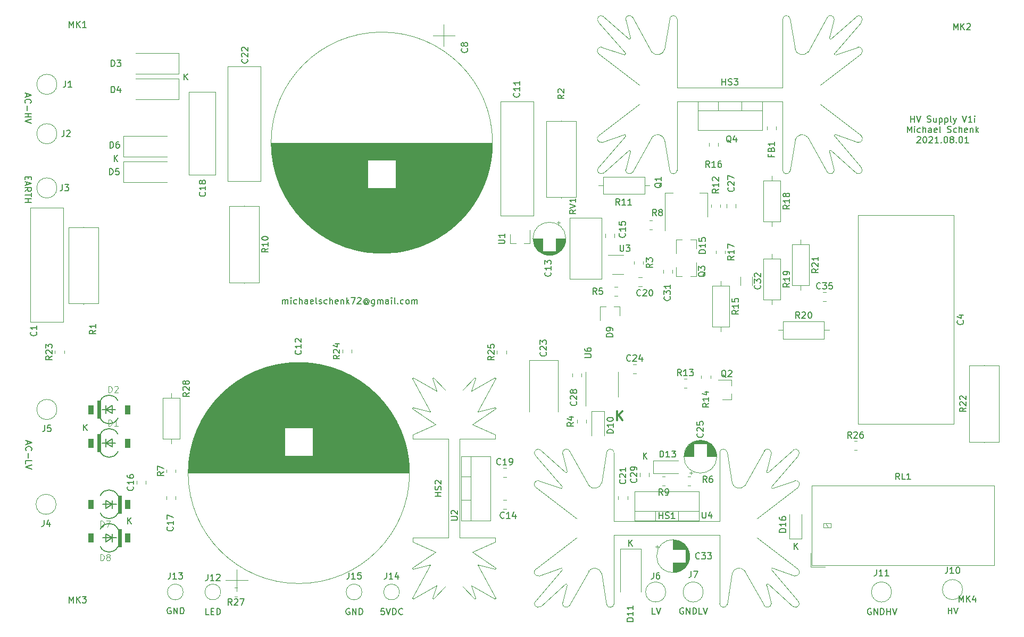
<source format=gbr>
G04 #@! TF.GenerationSoftware,KiCad,Pcbnew,(5.1.10-0-10_14)*
G04 #@! TF.CreationDate,2021-08-01T17:51:31+02:00*
G04 #@! TF.ProjectId,hv-power-supply-v1,68762d70-6f77-4657-922d-737570706c79,rev?*
G04 #@! TF.SameCoordinates,Original*
G04 #@! TF.FileFunction,Legend,Top*
G04 #@! TF.FilePolarity,Positive*
%FSLAX46Y46*%
G04 Gerber Fmt 4.6, Leading zero omitted, Abs format (unit mm)*
G04 Created by KiCad (PCBNEW (5.1.10-0-10_14)) date 2021-08-01 17:51:31*
%MOMM*%
%LPD*%
G01*
G04 APERTURE LIST*
%ADD10C,0.300000*%
%ADD11C,0.150000*%
%ADD12C,0.120000*%
%ADD13C,0.010000*%
%ADD14C,0.152400*%
%ADD15C,0.015000*%
G04 APERTURE END LIST*
D10*
X150165642Y-112375071D02*
X150165642Y-110875071D01*
X151022785Y-112375071D02*
X150379928Y-111517928D01*
X151022785Y-110875071D02*
X150165642Y-111732214D01*
D11*
X178363595Y-132913380D02*
X178363595Y-131913380D01*
X178935023Y-132913380D02*
X178506452Y-132341952D01*
X178935023Y-131913380D02*
X178363595Y-132484809D01*
X81272095Y-58110380D02*
X81272095Y-57110380D01*
X81843523Y-58110380D02*
X81414952Y-57538952D01*
X81843523Y-57110380D02*
X81272095Y-57681809D01*
X70121495Y-71140580D02*
X70121495Y-70140580D01*
X70692923Y-71140580D02*
X70264352Y-70569152D01*
X70692923Y-70140580D02*
X70121495Y-70712009D01*
X154360595Y-118498880D02*
X154360595Y-117498880D01*
X154932023Y-118498880D02*
X154503452Y-117927452D01*
X154932023Y-117498880D02*
X154360595Y-118070309D01*
X152011095Y-132405380D02*
X152011095Y-131405380D01*
X152582523Y-132405380D02*
X152153952Y-131833952D01*
X152582523Y-131405380D02*
X152011095Y-131976809D01*
X72255095Y-128849380D02*
X72255095Y-127849380D01*
X72826523Y-128849380D02*
X72397952Y-128277952D01*
X72826523Y-127849380D02*
X72255095Y-128420809D01*
X65270095Y-113990380D02*
X65270095Y-112990380D01*
X65841523Y-113990380D02*
X65412952Y-113418952D01*
X65841523Y-112990380D02*
X65270095Y-113561809D01*
X202866714Y-143200380D02*
X202866714Y-142200380D01*
X202866714Y-142676571D02*
X203438142Y-142676571D01*
X203438142Y-143200380D02*
X203438142Y-142200380D01*
X203771476Y-142200380D02*
X204104809Y-143200380D01*
X204438142Y-142200380D01*
X190563714Y-142375000D02*
X190468476Y-142327380D01*
X190325619Y-142327380D01*
X190182761Y-142375000D01*
X190087523Y-142470238D01*
X190039904Y-142565476D01*
X189992285Y-142755952D01*
X189992285Y-142898809D01*
X190039904Y-143089285D01*
X190087523Y-143184523D01*
X190182761Y-143279761D01*
X190325619Y-143327380D01*
X190420857Y-143327380D01*
X190563714Y-143279761D01*
X190611333Y-143232142D01*
X190611333Y-142898809D01*
X190420857Y-142898809D01*
X191039904Y-143327380D02*
X191039904Y-142327380D01*
X191611333Y-143327380D01*
X191611333Y-142327380D01*
X192087523Y-143327380D02*
X192087523Y-142327380D01*
X192325619Y-142327380D01*
X192468476Y-142375000D01*
X192563714Y-142470238D01*
X192611333Y-142565476D01*
X192658952Y-142755952D01*
X192658952Y-142898809D01*
X192611333Y-143089285D01*
X192563714Y-143184523D01*
X192468476Y-143279761D01*
X192325619Y-143327380D01*
X192087523Y-143327380D01*
X193087523Y-143327380D02*
X193087523Y-142327380D01*
X193087523Y-142803571D02*
X193658952Y-142803571D01*
X193658952Y-143327380D02*
X193658952Y-142327380D01*
X193992285Y-142327380D02*
X194325619Y-143327380D01*
X194658952Y-142327380D01*
X160710761Y-142311500D02*
X160615523Y-142263880D01*
X160472666Y-142263880D01*
X160329809Y-142311500D01*
X160234571Y-142406738D01*
X160186952Y-142501976D01*
X160139333Y-142692452D01*
X160139333Y-142835309D01*
X160186952Y-143025785D01*
X160234571Y-143121023D01*
X160329809Y-143216261D01*
X160472666Y-143263880D01*
X160567904Y-143263880D01*
X160710761Y-143216261D01*
X160758380Y-143168642D01*
X160758380Y-142835309D01*
X160567904Y-142835309D01*
X161186952Y-143263880D02*
X161186952Y-142263880D01*
X161758380Y-143263880D01*
X161758380Y-142263880D01*
X162234571Y-143263880D02*
X162234571Y-142263880D01*
X162472666Y-142263880D01*
X162615523Y-142311500D01*
X162710761Y-142406738D01*
X162758380Y-142501976D01*
X162806000Y-142692452D01*
X162806000Y-142835309D01*
X162758380Y-143025785D01*
X162710761Y-143121023D01*
X162615523Y-143216261D01*
X162472666Y-143263880D01*
X162234571Y-143263880D01*
X163710761Y-143263880D02*
X163234571Y-143263880D01*
X163234571Y-142263880D01*
X163901238Y-142263880D02*
X164234571Y-143263880D01*
X164567904Y-142263880D01*
X156217952Y-143263880D02*
X155741761Y-143263880D01*
X155741761Y-142263880D01*
X156408428Y-142263880D02*
X156741761Y-143263880D01*
X157075095Y-142263880D01*
X79121095Y-142248000D02*
X79025857Y-142200380D01*
X78883000Y-142200380D01*
X78740142Y-142248000D01*
X78644904Y-142343238D01*
X78597285Y-142438476D01*
X78549666Y-142628952D01*
X78549666Y-142771809D01*
X78597285Y-142962285D01*
X78644904Y-143057523D01*
X78740142Y-143152761D01*
X78883000Y-143200380D01*
X78978238Y-143200380D01*
X79121095Y-143152761D01*
X79168714Y-143105142D01*
X79168714Y-142771809D01*
X78978238Y-142771809D01*
X79597285Y-143200380D02*
X79597285Y-142200380D01*
X80168714Y-143200380D01*
X80168714Y-142200380D01*
X80644904Y-143200380D02*
X80644904Y-142200380D01*
X80883000Y-142200380D01*
X81025857Y-142248000D01*
X81121095Y-142343238D01*
X81168714Y-142438476D01*
X81216333Y-142628952D01*
X81216333Y-142771809D01*
X81168714Y-142962285D01*
X81121095Y-143057523D01*
X81025857Y-143152761D01*
X80883000Y-143200380D01*
X80644904Y-143200380D01*
X85209142Y-143327380D02*
X84732952Y-143327380D01*
X84732952Y-142327380D01*
X85542476Y-142803571D02*
X85875809Y-142803571D01*
X86018666Y-143327380D02*
X85542476Y-143327380D01*
X85542476Y-142327380D01*
X86018666Y-142327380D01*
X86447238Y-143327380D02*
X86447238Y-142327380D01*
X86685333Y-142327380D01*
X86828190Y-142375000D01*
X86923428Y-142470238D01*
X86971047Y-142565476D01*
X87018666Y-142755952D01*
X87018666Y-142898809D01*
X86971047Y-143089285D01*
X86923428Y-143184523D01*
X86828190Y-143279761D01*
X86685333Y-143327380D01*
X86447238Y-143327380D01*
X107569095Y-142375000D02*
X107473857Y-142327380D01*
X107331000Y-142327380D01*
X107188142Y-142375000D01*
X107092904Y-142470238D01*
X107045285Y-142565476D01*
X106997666Y-142755952D01*
X106997666Y-142898809D01*
X107045285Y-143089285D01*
X107092904Y-143184523D01*
X107188142Y-143279761D01*
X107331000Y-143327380D01*
X107426238Y-143327380D01*
X107569095Y-143279761D01*
X107616714Y-143232142D01*
X107616714Y-142898809D01*
X107426238Y-142898809D01*
X108045285Y-143327380D02*
X108045285Y-142327380D01*
X108616714Y-143327380D01*
X108616714Y-142327380D01*
X109092904Y-143327380D02*
X109092904Y-142327380D01*
X109331000Y-142327380D01*
X109473857Y-142375000D01*
X109569095Y-142470238D01*
X109616714Y-142565476D01*
X109664333Y-142755952D01*
X109664333Y-142898809D01*
X109616714Y-143089285D01*
X109569095Y-143184523D01*
X109473857Y-143279761D01*
X109331000Y-143327380D01*
X109092904Y-143327380D01*
X113109523Y-142327380D02*
X112633333Y-142327380D01*
X112585714Y-142803571D01*
X112633333Y-142755952D01*
X112728571Y-142708333D01*
X112966666Y-142708333D01*
X113061904Y-142755952D01*
X113109523Y-142803571D01*
X113157142Y-142898809D01*
X113157142Y-143136904D01*
X113109523Y-143232142D01*
X113061904Y-143279761D01*
X112966666Y-143327380D01*
X112728571Y-143327380D01*
X112633333Y-143279761D01*
X112585714Y-143232142D01*
X113442857Y-142327380D02*
X113776190Y-143327380D01*
X114109523Y-142327380D01*
X114442857Y-143327380D02*
X114442857Y-142327380D01*
X114680952Y-142327380D01*
X114823809Y-142375000D01*
X114919047Y-142470238D01*
X114966666Y-142565476D01*
X115014285Y-142755952D01*
X115014285Y-142898809D01*
X114966666Y-143089285D01*
X114919047Y-143184523D01*
X114823809Y-143279761D01*
X114680952Y-143327380D01*
X114442857Y-143327380D01*
X116014285Y-143232142D02*
X115966666Y-143279761D01*
X115823809Y-143327380D01*
X115728571Y-143327380D01*
X115585714Y-143279761D01*
X115490476Y-143184523D01*
X115442857Y-143089285D01*
X115395238Y-142898809D01*
X115395238Y-142755952D01*
X115442857Y-142565476D01*
X115490476Y-142470238D01*
X115585714Y-142375000D01*
X115728571Y-142327380D01*
X115823809Y-142327380D01*
X115966666Y-142375000D01*
X116014285Y-142422619D01*
X56310333Y-115688523D02*
X56310333Y-116164714D01*
X56024619Y-115593285D02*
X57024619Y-115926619D01*
X56024619Y-116259952D01*
X56119857Y-117164714D02*
X56072238Y-117117095D01*
X56024619Y-116974238D01*
X56024619Y-116879000D01*
X56072238Y-116736142D01*
X56167476Y-116640904D01*
X56262714Y-116593285D01*
X56453190Y-116545666D01*
X56596047Y-116545666D01*
X56786523Y-116593285D01*
X56881761Y-116640904D01*
X56977000Y-116736142D01*
X57024619Y-116879000D01*
X57024619Y-116974238D01*
X56977000Y-117117095D01*
X56929380Y-117164714D01*
X56405571Y-117593285D02*
X56405571Y-118355190D01*
X56024619Y-119307571D02*
X56024619Y-118831380D01*
X57024619Y-118831380D01*
X57024619Y-119498047D02*
X56024619Y-119831380D01*
X57024619Y-120164714D01*
X56421428Y-73540380D02*
X56421428Y-73873714D01*
X55897619Y-74016571D02*
X55897619Y-73540380D01*
X56897619Y-73540380D01*
X56897619Y-74016571D01*
X56183333Y-74397523D02*
X56183333Y-74873714D01*
X55897619Y-74302285D02*
X56897619Y-74635619D01*
X55897619Y-74968952D01*
X55897619Y-75873714D02*
X56373809Y-75540380D01*
X55897619Y-75302285D02*
X56897619Y-75302285D01*
X56897619Y-75683238D01*
X56850000Y-75778476D01*
X56802380Y-75826095D01*
X56707142Y-75873714D01*
X56564285Y-75873714D01*
X56469047Y-75826095D01*
X56421428Y-75778476D01*
X56373809Y-75683238D01*
X56373809Y-75302285D01*
X56897619Y-76159428D02*
X56897619Y-76730857D01*
X55897619Y-76445142D02*
X56897619Y-76445142D01*
X55897619Y-77064190D02*
X56897619Y-77064190D01*
X56421428Y-77064190D02*
X56421428Y-77635619D01*
X55897619Y-77635619D02*
X56897619Y-77635619D01*
X56183333Y-60324476D02*
X56183333Y-60800666D01*
X55897619Y-60229238D02*
X56897619Y-60562571D01*
X55897619Y-60895904D01*
X55992857Y-61800666D02*
X55945238Y-61753047D01*
X55897619Y-61610190D01*
X55897619Y-61514952D01*
X55945238Y-61372095D01*
X56040476Y-61276857D01*
X56135714Y-61229238D01*
X56326190Y-61181619D01*
X56469047Y-61181619D01*
X56659523Y-61229238D01*
X56754761Y-61276857D01*
X56850000Y-61372095D01*
X56897619Y-61514952D01*
X56897619Y-61610190D01*
X56850000Y-61753047D01*
X56802380Y-61800666D01*
X56278571Y-62229238D02*
X56278571Y-62991142D01*
X55897619Y-63467333D02*
X56897619Y-63467333D01*
X56421428Y-63467333D02*
X56421428Y-64038761D01*
X55897619Y-64038761D02*
X56897619Y-64038761D01*
X56897619Y-64372095D02*
X55897619Y-64705428D01*
X56897619Y-65038761D01*
X96918214Y-93797380D02*
X96918214Y-93130714D01*
X96918214Y-93225952D02*
X96965833Y-93178333D01*
X97061071Y-93130714D01*
X97203928Y-93130714D01*
X97299166Y-93178333D01*
X97346785Y-93273571D01*
X97346785Y-93797380D01*
X97346785Y-93273571D02*
X97394404Y-93178333D01*
X97489642Y-93130714D01*
X97632500Y-93130714D01*
X97727738Y-93178333D01*
X97775357Y-93273571D01*
X97775357Y-93797380D01*
X98251547Y-93797380D02*
X98251547Y-93130714D01*
X98251547Y-92797380D02*
X98203928Y-92845000D01*
X98251547Y-92892619D01*
X98299166Y-92845000D01*
X98251547Y-92797380D01*
X98251547Y-92892619D01*
X99156309Y-93749761D02*
X99061071Y-93797380D01*
X98870595Y-93797380D01*
X98775357Y-93749761D01*
X98727738Y-93702142D01*
X98680119Y-93606904D01*
X98680119Y-93321190D01*
X98727738Y-93225952D01*
X98775357Y-93178333D01*
X98870595Y-93130714D01*
X99061071Y-93130714D01*
X99156309Y-93178333D01*
X99584880Y-93797380D02*
X99584880Y-92797380D01*
X100013452Y-93797380D02*
X100013452Y-93273571D01*
X99965833Y-93178333D01*
X99870595Y-93130714D01*
X99727738Y-93130714D01*
X99632500Y-93178333D01*
X99584880Y-93225952D01*
X100918214Y-93797380D02*
X100918214Y-93273571D01*
X100870595Y-93178333D01*
X100775357Y-93130714D01*
X100584880Y-93130714D01*
X100489642Y-93178333D01*
X100918214Y-93749761D02*
X100822976Y-93797380D01*
X100584880Y-93797380D01*
X100489642Y-93749761D01*
X100442023Y-93654523D01*
X100442023Y-93559285D01*
X100489642Y-93464047D01*
X100584880Y-93416428D01*
X100822976Y-93416428D01*
X100918214Y-93368809D01*
X101775357Y-93749761D02*
X101680119Y-93797380D01*
X101489642Y-93797380D01*
X101394404Y-93749761D01*
X101346785Y-93654523D01*
X101346785Y-93273571D01*
X101394404Y-93178333D01*
X101489642Y-93130714D01*
X101680119Y-93130714D01*
X101775357Y-93178333D01*
X101822976Y-93273571D01*
X101822976Y-93368809D01*
X101346785Y-93464047D01*
X102394404Y-93797380D02*
X102299166Y-93749761D01*
X102251547Y-93654523D01*
X102251547Y-92797380D01*
X102727738Y-93749761D02*
X102822976Y-93797380D01*
X103013452Y-93797380D01*
X103108690Y-93749761D01*
X103156309Y-93654523D01*
X103156309Y-93606904D01*
X103108690Y-93511666D01*
X103013452Y-93464047D01*
X102870595Y-93464047D01*
X102775357Y-93416428D01*
X102727738Y-93321190D01*
X102727738Y-93273571D01*
X102775357Y-93178333D01*
X102870595Y-93130714D01*
X103013452Y-93130714D01*
X103108690Y-93178333D01*
X104013452Y-93749761D02*
X103918214Y-93797380D01*
X103727738Y-93797380D01*
X103632500Y-93749761D01*
X103584880Y-93702142D01*
X103537261Y-93606904D01*
X103537261Y-93321190D01*
X103584880Y-93225952D01*
X103632500Y-93178333D01*
X103727738Y-93130714D01*
X103918214Y-93130714D01*
X104013452Y-93178333D01*
X104442023Y-93797380D02*
X104442023Y-92797380D01*
X104870595Y-93797380D02*
X104870595Y-93273571D01*
X104822976Y-93178333D01*
X104727738Y-93130714D01*
X104584880Y-93130714D01*
X104489642Y-93178333D01*
X104442023Y-93225952D01*
X105727738Y-93749761D02*
X105632500Y-93797380D01*
X105442023Y-93797380D01*
X105346785Y-93749761D01*
X105299166Y-93654523D01*
X105299166Y-93273571D01*
X105346785Y-93178333D01*
X105442023Y-93130714D01*
X105632500Y-93130714D01*
X105727738Y-93178333D01*
X105775357Y-93273571D01*
X105775357Y-93368809D01*
X105299166Y-93464047D01*
X106203928Y-93130714D02*
X106203928Y-93797380D01*
X106203928Y-93225952D02*
X106251547Y-93178333D01*
X106346785Y-93130714D01*
X106489642Y-93130714D01*
X106584880Y-93178333D01*
X106632500Y-93273571D01*
X106632500Y-93797380D01*
X107108690Y-93797380D02*
X107108690Y-92797380D01*
X107203928Y-93416428D02*
X107489642Y-93797380D01*
X107489642Y-93130714D02*
X107108690Y-93511666D01*
X107822976Y-92797380D02*
X108489642Y-92797380D01*
X108061071Y-93797380D01*
X108822976Y-92892619D02*
X108870595Y-92845000D01*
X108965833Y-92797380D01*
X109203928Y-92797380D01*
X109299166Y-92845000D01*
X109346785Y-92892619D01*
X109394404Y-92987857D01*
X109394404Y-93083095D01*
X109346785Y-93225952D01*
X108775357Y-93797380D01*
X109394404Y-93797380D01*
X110442023Y-93321190D02*
X110394404Y-93273571D01*
X110299166Y-93225952D01*
X110203928Y-93225952D01*
X110108690Y-93273571D01*
X110061071Y-93321190D01*
X110013452Y-93416428D01*
X110013452Y-93511666D01*
X110061071Y-93606904D01*
X110108690Y-93654523D01*
X110203928Y-93702142D01*
X110299166Y-93702142D01*
X110394404Y-93654523D01*
X110442023Y-93606904D01*
X110442023Y-93225952D02*
X110442023Y-93606904D01*
X110489642Y-93654523D01*
X110537261Y-93654523D01*
X110632500Y-93606904D01*
X110680119Y-93511666D01*
X110680119Y-93273571D01*
X110584880Y-93130714D01*
X110442023Y-93035476D01*
X110251547Y-92987857D01*
X110061071Y-93035476D01*
X109918214Y-93130714D01*
X109822976Y-93273571D01*
X109775357Y-93464047D01*
X109822976Y-93654523D01*
X109918214Y-93797380D01*
X110061071Y-93892619D01*
X110251547Y-93940238D01*
X110442023Y-93892619D01*
X110584880Y-93797380D01*
X111537261Y-93130714D02*
X111537261Y-93940238D01*
X111489642Y-94035476D01*
X111442023Y-94083095D01*
X111346785Y-94130714D01*
X111203928Y-94130714D01*
X111108690Y-94083095D01*
X111537261Y-93749761D02*
X111442023Y-93797380D01*
X111251547Y-93797380D01*
X111156309Y-93749761D01*
X111108690Y-93702142D01*
X111061071Y-93606904D01*
X111061071Y-93321190D01*
X111108690Y-93225952D01*
X111156309Y-93178333D01*
X111251547Y-93130714D01*
X111442023Y-93130714D01*
X111537261Y-93178333D01*
X112013452Y-93797380D02*
X112013452Y-93130714D01*
X112013452Y-93225952D02*
X112061071Y-93178333D01*
X112156309Y-93130714D01*
X112299166Y-93130714D01*
X112394404Y-93178333D01*
X112442023Y-93273571D01*
X112442023Y-93797380D01*
X112442023Y-93273571D02*
X112489642Y-93178333D01*
X112584880Y-93130714D01*
X112727738Y-93130714D01*
X112822976Y-93178333D01*
X112870595Y-93273571D01*
X112870595Y-93797380D01*
X113775357Y-93797380D02*
X113775357Y-93273571D01*
X113727738Y-93178333D01*
X113632500Y-93130714D01*
X113442023Y-93130714D01*
X113346785Y-93178333D01*
X113775357Y-93749761D02*
X113680119Y-93797380D01*
X113442023Y-93797380D01*
X113346785Y-93749761D01*
X113299166Y-93654523D01*
X113299166Y-93559285D01*
X113346785Y-93464047D01*
X113442023Y-93416428D01*
X113680119Y-93416428D01*
X113775357Y-93368809D01*
X114251547Y-93797380D02*
X114251547Y-93130714D01*
X114251547Y-92797380D02*
X114203928Y-92845000D01*
X114251547Y-92892619D01*
X114299166Y-92845000D01*
X114251547Y-92797380D01*
X114251547Y-92892619D01*
X114870595Y-93797380D02*
X114775357Y-93749761D01*
X114727738Y-93654523D01*
X114727738Y-92797380D01*
X115251547Y-93702142D02*
X115299166Y-93749761D01*
X115251547Y-93797380D01*
X115203928Y-93749761D01*
X115251547Y-93702142D01*
X115251547Y-93797380D01*
X116156309Y-93749761D02*
X116061071Y-93797380D01*
X115870595Y-93797380D01*
X115775357Y-93749761D01*
X115727738Y-93702142D01*
X115680119Y-93606904D01*
X115680119Y-93321190D01*
X115727738Y-93225952D01*
X115775357Y-93178333D01*
X115870595Y-93130714D01*
X116061071Y-93130714D01*
X116156309Y-93178333D01*
X116727738Y-93797380D02*
X116632500Y-93749761D01*
X116584880Y-93702142D01*
X116537261Y-93606904D01*
X116537261Y-93321190D01*
X116584880Y-93225952D01*
X116632500Y-93178333D01*
X116727738Y-93130714D01*
X116870595Y-93130714D01*
X116965833Y-93178333D01*
X117013452Y-93225952D01*
X117061071Y-93321190D01*
X117061071Y-93606904D01*
X117013452Y-93702142D01*
X116965833Y-93749761D01*
X116870595Y-93797380D01*
X116727738Y-93797380D01*
X117489642Y-93797380D02*
X117489642Y-93130714D01*
X117489642Y-93225952D02*
X117537261Y-93178333D01*
X117632500Y-93130714D01*
X117775357Y-93130714D01*
X117870595Y-93178333D01*
X117918214Y-93273571D01*
X117918214Y-93797380D01*
X117918214Y-93273571D02*
X117965833Y-93178333D01*
X118061071Y-93130714D01*
X118203928Y-93130714D01*
X118299166Y-93178333D01*
X118346785Y-93273571D01*
X118346785Y-93797380D01*
X196898261Y-64842380D02*
X196898261Y-63842380D01*
X196898261Y-64318571D02*
X197469690Y-64318571D01*
X197469690Y-64842380D02*
X197469690Y-63842380D01*
X197803023Y-63842380D02*
X198136357Y-64842380D01*
X198469690Y-63842380D01*
X199517309Y-64794761D02*
X199660166Y-64842380D01*
X199898261Y-64842380D01*
X199993500Y-64794761D01*
X200041119Y-64747142D01*
X200088738Y-64651904D01*
X200088738Y-64556666D01*
X200041119Y-64461428D01*
X199993500Y-64413809D01*
X199898261Y-64366190D01*
X199707785Y-64318571D01*
X199612547Y-64270952D01*
X199564928Y-64223333D01*
X199517309Y-64128095D01*
X199517309Y-64032857D01*
X199564928Y-63937619D01*
X199612547Y-63890000D01*
X199707785Y-63842380D01*
X199945880Y-63842380D01*
X200088738Y-63890000D01*
X200945880Y-64175714D02*
X200945880Y-64842380D01*
X200517309Y-64175714D02*
X200517309Y-64699523D01*
X200564928Y-64794761D01*
X200660166Y-64842380D01*
X200803023Y-64842380D01*
X200898261Y-64794761D01*
X200945880Y-64747142D01*
X201422071Y-64175714D02*
X201422071Y-65175714D01*
X201422071Y-64223333D02*
X201517309Y-64175714D01*
X201707785Y-64175714D01*
X201803023Y-64223333D01*
X201850642Y-64270952D01*
X201898261Y-64366190D01*
X201898261Y-64651904D01*
X201850642Y-64747142D01*
X201803023Y-64794761D01*
X201707785Y-64842380D01*
X201517309Y-64842380D01*
X201422071Y-64794761D01*
X202326833Y-64175714D02*
X202326833Y-65175714D01*
X202326833Y-64223333D02*
X202422071Y-64175714D01*
X202612547Y-64175714D01*
X202707785Y-64223333D01*
X202755404Y-64270952D01*
X202803023Y-64366190D01*
X202803023Y-64651904D01*
X202755404Y-64747142D01*
X202707785Y-64794761D01*
X202612547Y-64842380D01*
X202422071Y-64842380D01*
X202326833Y-64794761D01*
X203374452Y-64842380D02*
X203279214Y-64794761D01*
X203231595Y-64699523D01*
X203231595Y-63842380D01*
X203660166Y-64175714D02*
X203898261Y-64842380D01*
X204136357Y-64175714D02*
X203898261Y-64842380D01*
X203803023Y-65080476D01*
X203755404Y-65128095D01*
X203660166Y-65175714D01*
X205136357Y-63842380D02*
X205469690Y-64842380D01*
X205803023Y-63842380D01*
X206660166Y-64842380D02*
X206088738Y-64842380D01*
X206374452Y-64842380D02*
X206374452Y-63842380D01*
X206279214Y-63985238D01*
X206183976Y-64080476D01*
X206088738Y-64128095D01*
X207088738Y-64842380D02*
X207088738Y-64175714D01*
X207088738Y-63842380D02*
X207041119Y-63890000D01*
X207088738Y-63937619D01*
X207136357Y-63890000D01*
X207088738Y-63842380D01*
X207088738Y-63937619D01*
X196374452Y-66492380D02*
X196374452Y-65492380D01*
X196707785Y-66206666D01*
X197041119Y-65492380D01*
X197041119Y-66492380D01*
X197517309Y-66492380D02*
X197517309Y-65825714D01*
X197517309Y-65492380D02*
X197469690Y-65540000D01*
X197517309Y-65587619D01*
X197564928Y-65540000D01*
X197517309Y-65492380D01*
X197517309Y-65587619D01*
X198422071Y-66444761D02*
X198326833Y-66492380D01*
X198136357Y-66492380D01*
X198041119Y-66444761D01*
X197993500Y-66397142D01*
X197945880Y-66301904D01*
X197945880Y-66016190D01*
X197993500Y-65920952D01*
X198041119Y-65873333D01*
X198136357Y-65825714D01*
X198326833Y-65825714D01*
X198422071Y-65873333D01*
X198850642Y-66492380D02*
X198850642Y-65492380D01*
X199279214Y-66492380D02*
X199279214Y-65968571D01*
X199231595Y-65873333D01*
X199136357Y-65825714D01*
X198993500Y-65825714D01*
X198898261Y-65873333D01*
X198850642Y-65920952D01*
X200183976Y-66492380D02*
X200183976Y-65968571D01*
X200136357Y-65873333D01*
X200041119Y-65825714D01*
X199850642Y-65825714D01*
X199755404Y-65873333D01*
X200183976Y-66444761D02*
X200088738Y-66492380D01*
X199850642Y-66492380D01*
X199755404Y-66444761D01*
X199707785Y-66349523D01*
X199707785Y-66254285D01*
X199755404Y-66159047D01*
X199850642Y-66111428D01*
X200088738Y-66111428D01*
X200183976Y-66063809D01*
X201041119Y-66444761D02*
X200945880Y-66492380D01*
X200755404Y-66492380D01*
X200660166Y-66444761D01*
X200612547Y-66349523D01*
X200612547Y-65968571D01*
X200660166Y-65873333D01*
X200755404Y-65825714D01*
X200945880Y-65825714D01*
X201041119Y-65873333D01*
X201088738Y-65968571D01*
X201088738Y-66063809D01*
X200612547Y-66159047D01*
X201660166Y-66492380D02*
X201564928Y-66444761D01*
X201517309Y-66349523D01*
X201517309Y-65492380D01*
X202755404Y-66444761D02*
X202898261Y-66492380D01*
X203136357Y-66492380D01*
X203231595Y-66444761D01*
X203279214Y-66397142D01*
X203326833Y-66301904D01*
X203326833Y-66206666D01*
X203279214Y-66111428D01*
X203231595Y-66063809D01*
X203136357Y-66016190D01*
X202945880Y-65968571D01*
X202850642Y-65920952D01*
X202803023Y-65873333D01*
X202755404Y-65778095D01*
X202755404Y-65682857D01*
X202803023Y-65587619D01*
X202850642Y-65540000D01*
X202945880Y-65492380D01*
X203183976Y-65492380D01*
X203326833Y-65540000D01*
X204183976Y-66444761D02*
X204088738Y-66492380D01*
X203898261Y-66492380D01*
X203803023Y-66444761D01*
X203755404Y-66397142D01*
X203707785Y-66301904D01*
X203707785Y-66016190D01*
X203755404Y-65920952D01*
X203803023Y-65873333D01*
X203898261Y-65825714D01*
X204088738Y-65825714D01*
X204183976Y-65873333D01*
X204612547Y-66492380D02*
X204612547Y-65492380D01*
X205041119Y-66492380D02*
X205041119Y-65968571D01*
X204993500Y-65873333D01*
X204898261Y-65825714D01*
X204755404Y-65825714D01*
X204660166Y-65873333D01*
X204612547Y-65920952D01*
X205898261Y-66444761D02*
X205803023Y-66492380D01*
X205612547Y-66492380D01*
X205517309Y-66444761D01*
X205469690Y-66349523D01*
X205469690Y-65968571D01*
X205517309Y-65873333D01*
X205612547Y-65825714D01*
X205803023Y-65825714D01*
X205898261Y-65873333D01*
X205945880Y-65968571D01*
X205945880Y-66063809D01*
X205469690Y-66159047D01*
X206374452Y-65825714D02*
X206374452Y-66492380D01*
X206374452Y-65920952D02*
X206422071Y-65873333D01*
X206517309Y-65825714D01*
X206660166Y-65825714D01*
X206755404Y-65873333D01*
X206803023Y-65968571D01*
X206803023Y-66492380D01*
X207279214Y-66492380D02*
X207279214Y-65492380D01*
X207374452Y-66111428D02*
X207660166Y-66492380D01*
X207660166Y-65825714D02*
X207279214Y-66206666D01*
X197898261Y-67237619D02*
X197945880Y-67190000D01*
X198041119Y-67142380D01*
X198279214Y-67142380D01*
X198374452Y-67190000D01*
X198422071Y-67237619D01*
X198469690Y-67332857D01*
X198469690Y-67428095D01*
X198422071Y-67570952D01*
X197850642Y-68142380D01*
X198469690Y-68142380D01*
X199088738Y-67142380D02*
X199183976Y-67142380D01*
X199279214Y-67190000D01*
X199326833Y-67237619D01*
X199374452Y-67332857D01*
X199422071Y-67523333D01*
X199422071Y-67761428D01*
X199374452Y-67951904D01*
X199326833Y-68047142D01*
X199279214Y-68094761D01*
X199183976Y-68142380D01*
X199088738Y-68142380D01*
X198993500Y-68094761D01*
X198945880Y-68047142D01*
X198898261Y-67951904D01*
X198850642Y-67761428D01*
X198850642Y-67523333D01*
X198898261Y-67332857D01*
X198945880Y-67237619D01*
X198993500Y-67190000D01*
X199088738Y-67142380D01*
X199803023Y-67237619D02*
X199850642Y-67190000D01*
X199945880Y-67142380D01*
X200183976Y-67142380D01*
X200279214Y-67190000D01*
X200326833Y-67237619D01*
X200374452Y-67332857D01*
X200374452Y-67428095D01*
X200326833Y-67570952D01*
X199755404Y-68142380D01*
X200374452Y-68142380D01*
X201326833Y-68142380D02*
X200755404Y-68142380D01*
X201041119Y-68142380D02*
X201041119Y-67142380D01*
X200945880Y-67285238D01*
X200850642Y-67380476D01*
X200755404Y-67428095D01*
X201755404Y-68047142D02*
X201803023Y-68094761D01*
X201755404Y-68142380D01*
X201707785Y-68094761D01*
X201755404Y-68047142D01*
X201755404Y-68142380D01*
X202422071Y-67142380D02*
X202517309Y-67142380D01*
X202612547Y-67190000D01*
X202660166Y-67237619D01*
X202707785Y-67332857D01*
X202755404Y-67523333D01*
X202755404Y-67761428D01*
X202707785Y-67951904D01*
X202660166Y-68047142D01*
X202612547Y-68094761D01*
X202517309Y-68142380D01*
X202422071Y-68142380D01*
X202326833Y-68094761D01*
X202279214Y-68047142D01*
X202231595Y-67951904D01*
X202183976Y-67761428D01*
X202183976Y-67523333D01*
X202231595Y-67332857D01*
X202279214Y-67237619D01*
X202326833Y-67190000D01*
X202422071Y-67142380D01*
X203326833Y-67570952D02*
X203231595Y-67523333D01*
X203183976Y-67475714D01*
X203136357Y-67380476D01*
X203136357Y-67332857D01*
X203183976Y-67237619D01*
X203231595Y-67190000D01*
X203326833Y-67142380D01*
X203517309Y-67142380D01*
X203612547Y-67190000D01*
X203660166Y-67237619D01*
X203707785Y-67332857D01*
X203707785Y-67380476D01*
X203660166Y-67475714D01*
X203612547Y-67523333D01*
X203517309Y-67570952D01*
X203326833Y-67570952D01*
X203231595Y-67618571D01*
X203183976Y-67666190D01*
X203136357Y-67761428D01*
X203136357Y-67951904D01*
X203183976Y-68047142D01*
X203231595Y-68094761D01*
X203326833Y-68142380D01*
X203517309Y-68142380D01*
X203612547Y-68094761D01*
X203660166Y-68047142D01*
X203707785Y-67951904D01*
X203707785Y-67761428D01*
X203660166Y-67666190D01*
X203612547Y-67618571D01*
X203517309Y-67570952D01*
X204136357Y-68047142D02*
X204183976Y-68094761D01*
X204136357Y-68142380D01*
X204088738Y-68094761D01*
X204136357Y-68047142D01*
X204136357Y-68142380D01*
X204803023Y-67142380D02*
X204898261Y-67142380D01*
X204993500Y-67190000D01*
X205041119Y-67237619D01*
X205088738Y-67332857D01*
X205136357Y-67523333D01*
X205136357Y-67761428D01*
X205088738Y-67951904D01*
X205041119Y-68047142D01*
X204993500Y-68094761D01*
X204898261Y-68142380D01*
X204803023Y-68142380D01*
X204707785Y-68094761D01*
X204660166Y-68047142D01*
X204612547Y-67951904D01*
X204564928Y-67761428D01*
X204564928Y-67523333D01*
X204612547Y-67332857D01*
X204660166Y-67237619D01*
X204707785Y-67190000D01*
X204803023Y-67142380D01*
X206088738Y-68142380D02*
X205517309Y-68142380D01*
X205803023Y-68142380D02*
X205803023Y-67142380D01*
X205707785Y-67285238D01*
X205612547Y-67380476D01*
X205517309Y-67428095D01*
D12*
X79184500Y-108037500D02*
X79184500Y-108807500D01*
X79184500Y-116117500D02*
X79184500Y-115347500D01*
X77814500Y-108807500D02*
X77814500Y-115347500D01*
X80554500Y-108807500D02*
X77814500Y-108807500D01*
X80554500Y-115347500D02*
X80554500Y-108807500D01*
X77814500Y-115347500D02*
X80554500Y-115347500D01*
X88185000Y-74214500D02*
X88185000Y-55974500D01*
X93425000Y-74214500D02*
X93425000Y-55974500D01*
X88185000Y-74214500D02*
X93425000Y-74214500D01*
X88185000Y-55974500D02*
X93425000Y-55974500D01*
X203708000Y-79680000D02*
X203708000Y-112920000D01*
X188468000Y-79680000D02*
X188468000Y-112920000D01*
X203708000Y-79680000D02*
X188468000Y-79680000D01*
X203708000Y-112920000D02*
X188468000Y-112920000D01*
X90779600Y-90508000D02*
X90779600Y-90398000D01*
X90779600Y-78148000D02*
X90779600Y-78258000D01*
X93149600Y-90398000D02*
X93149600Y-78258000D01*
X88409600Y-90398000D02*
X93149600Y-90398000D01*
X88409600Y-78258000D02*
X88409600Y-90398000D01*
X93149600Y-78258000D02*
X88409600Y-78258000D01*
X82004800Y-73240400D02*
X82004800Y-60000400D01*
X86244800Y-73240400D02*
X86244800Y-60000400D01*
X82004800Y-73240400D02*
X86244800Y-73240400D01*
X82004800Y-60000400D02*
X86244800Y-60000400D01*
X79919500Y-120670564D02*
X79919500Y-120216436D01*
X78449500Y-120670564D02*
X78449500Y-120216436D01*
X79919500Y-124953752D02*
X79919500Y-124431248D01*
X78449500Y-124953752D02*
X78449500Y-124431248D01*
X75157000Y-122540752D02*
X75157000Y-122018248D01*
X73687000Y-122540752D02*
X73687000Y-122018248D01*
X164573000Y-76156500D02*
X163313000Y-76156500D01*
X157753000Y-76156500D02*
X159013000Y-76156500D01*
X164573000Y-79916500D02*
X164573000Y-76156500D01*
X157753000Y-82166500D02*
X157753000Y-76156500D01*
X127096000Y-133380000D02*
X130816000Y-135880000D01*
X130816000Y-135880000D02*
X130756000Y-136060000D01*
X130756000Y-136060000D02*
X127956000Y-135400000D01*
X127956000Y-135400000D02*
X130836000Y-140700000D01*
X130716000Y-140820000D02*
X126946000Y-138670000D01*
X127626000Y-140720000D02*
X127476000Y-140810000D01*
X126946000Y-138670000D02*
X127626000Y-140720000D01*
X127476000Y-140810000D02*
X125586000Y-138850000D01*
X130836000Y-140700000D02*
X130716000Y-140820000D01*
X117606000Y-131760000D02*
X121316000Y-133370000D01*
X123356000Y-131090000D02*
X117606000Y-131090000D01*
X117606000Y-131090000D02*
X117606000Y-131760000D01*
X120456000Y-135400000D02*
X117576000Y-140700000D01*
X117596000Y-135880000D02*
X117656000Y-136060000D01*
X117656000Y-136060000D02*
X120456000Y-135400000D01*
X121316000Y-133380000D02*
X117596000Y-135880000D01*
X120936000Y-140810000D02*
X122826000Y-138850000D01*
X117696000Y-140820000D02*
X121466000Y-138670000D01*
X120786000Y-140720000D02*
X120936000Y-140810000D01*
X117576000Y-140700000D02*
X117696000Y-140820000D01*
X121466000Y-138670000D02*
X120786000Y-140720000D01*
X123356000Y-123190000D02*
X123356000Y-131090000D01*
X125056000Y-131090000D02*
X130806000Y-131090000D01*
X130806000Y-131090000D02*
X130806000Y-131760000D01*
X130806000Y-131760000D02*
X127096000Y-133370000D01*
X125056000Y-123190000D02*
X125056000Y-131090000D01*
X117656000Y-110320000D02*
X120456000Y-110980000D01*
X117596000Y-110500000D02*
X117656000Y-110320000D01*
X121316000Y-113000000D02*
X117596000Y-110500000D01*
X120456000Y-110980000D02*
X117576000Y-105680000D01*
X120936000Y-105570000D02*
X122826000Y-107530000D01*
X121466000Y-107710000D02*
X120786000Y-105660000D01*
X117696000Y-105560000D02*
X121466000Y-107710000D01*
X117576000Y-105680000D02*
X117696000Y-105560000D01*
X120786000Y-105660000D02*
X120936000Y-105570000D01*
X117606000Y-114620000D02*
X121316000Y-113010000D01*
X123356000Y-123190000D02*
X123356000Y-115290000D01*
X123356000Y-115290000D02*
X117606000Y-115290000D01*
X117606000Y-115290000D02*
X117606000Y-114620000D01*
X125056000Y-123190000D02*
X125056000Y-115290000D01*
X125056000Y-115290000D02*
X130806000Y-115290000D01*
X130806000Y-115290000D02*
X130806000Y-114620000D01*
X130806000Y-114620000D02*
X127096000Y-113010000D01*
X127096000Y-113000000D02*
X130816000Y-110500000D01*
X130816000Y-110500000D02*
X130756000Y-110320000D01*
X130756000Y-110320000D02*
X127956000Y-110980000D01*
X127956000Y-110980000D02*
X130836000Y-105680000D01*
X130836000Y-105680000D02*
X130716000Y-105560000D01*
X130716000Y-105560000D02*
X126946000Y-107710000D01*
X126946000Y-107710000D02*
X127626000Y-105660000D01*
X127626000Y-105660000D02*
X127476000Y-105570000D01*
X127476000Y-105570000D02*
X125586000Y-107530000D01*
X159580500Y-89390000D02*
X160510500Y-89390000D01*
X162740500Y-89390000D02*
X161810500Y-89390000D01*
X162740500Y-89390000D02*
X162740500Y-87230000D01*
X159580500Y-89390000D02*
X159580500Y-87930000D01*
X168362000Y-109045000D02*
X168362000Y-108115000D01*
X168362000Y-105885000D02*
X168362000Y-106815000D01*
X168362000Y-105885000D02*
X166202000Y-105885000D01*
X168362000Y-109045000D02*
X166902000Y-109045000D01*
X151186400Y-85990500D02*
X148756400Y-85990500D01*
X149426400Y-89060500D02*
X151186400Y-89060500D01*
X87879500Y-137857002D02*
X91379500Y-137857002D01*
X89629500Y-139607002D02*
X89629500Y-136107002D01*
X98704500Y-103153000D02*
X100304500Y-103153000D01*
X98091500Y-103193000D02*
X100917500Y-103193000D01*
X97669500Y-103233000D02*
X101339500Y-103233000D01*
X97327500Y-103273000D02*
X101681500Y-103273000D01*
X97031500Y-103313000D02*
X101977500Y-103313000D01*
X96768500Y-103353000D02*
X102240500Y-103353000D01*
X96528500Y-103393000D02*
X102480500Y-103393000D01*
X96306500Y-103433000D02*
X102702500Y-103433000D01*
X96099500Y-103473000D02*
X102909500Y-103473000D01*
X95904500Y-103513000D02*
X103104500Y-103513000D01*
X95719500Y-103553000D02*
X103289500Y-103553000D01*
X95544500Y-103593000D02*
X103464500Y-103593000D01*
X95376500Y-103633000D02*
X103632500Y-103633000D01*
X95215500Y-103673000D02*
X103793500Y-103673000D01*
X95060500Y-103713000D02*
X103948500Y-103713000D01*
X94911500Y-103753000D02*
X104097500Y-103753000D01*
X94766500Y-103793000D02*
X104242500Y-103793000D01*
X94626500Y-103833000D02*
X104382500Y-103833000D01*
X94491500Y-103873000D02*
X104517500Y-103873000D01*
X94359500Y-103913000D02*
X104649500Y-103913000D01*
X94231500Y-103953000D02*
X104777500Y-103953000D01*
X94106500Y-103993000D02*
X104902500Y-103993000D01*
X93984500Y-104033000D02*
X105024500Y-104033000D01*
X93865500Y-104073000D02*
X105143500Y-104073000D01*
X93749500Y-104113000D02*
X105259500Y-104113000D01*
X93636500Y-104153000D02*
X105372500Y-104153000D01*
X93524500Y-104193000D02*
X105484500Y-104193000D01*
X93415500Y-104233000D02*
X105593500Y-104233000D01*
X93309500Y-104273000D02*
X105699500Y-104273000D01*
X93204500Y-104313000D02*
X105804500Y-104313000D01*
X93101500Y-104353000D02*
X105907500Y-104353000D01*
X93000500Y-104393000D02*
X106008500Y-104393000D01*
X92901500Y-104433000D02*
X106107500Y-104433000D01*
X92804500Y-104473000D02*
X106204500Y-104473000D01*
X92708500Y-104513000D02*
X106300500Y-104513000D01*
X92614500Y-104553000D02*
X106394500Y-104553000D01*
X92521500Y-104593000D02*
X106487500Y-104593000D01*
X92429500Y-104633000D02*
X106579500Y-104633000D01*
X92339500Y-104673000D02*
X106669500Y-104673000D01*
X92251500Y-104713000D02*
X106757500Y-104713000D01*
X92163500Y-104753000D02*
X106845500Y-104753000D01*
X92077500Y-104793000D02*
X106931500Y-104793000D01*
X91992500Y-104833000D02*
X107016500Y-104833000D01*
X91909500Y-104873000D02*
X107099500Y-104873000D01*
X91826500Y-104913000D02*
X107182500Y-104913000D01*
X91745500Y-104953000D02*
X107263500Y-104953000D01*
X91664500Y-104993000D02*
X107344500Y-104993000D01*
X91584500Y-105033000D02*
X107424500Y-105033000D01*
X91506500Y-105073000D02*
X107502500Y-105073000D01*
X91428500Y-105113000D02*
X107580500Y-105113000D01*
X91352500Y-105153000D02*
X107656500Y-105153000D01*
X91276500Y-105193000D02*
X107732500Y-105193000D01*
X91201500Y-105233000D02*
X107807500Y-105233000D01*
X91127500Y-105273000D02*
X107881500Y-105273000D01*
X91054500Y-105313000D02*
X107954500Y-105313000D01*
X90982500Y-105353000D02*
X108026500Y-105353000D01*
X90910500Y-105393000D02*
X108098500Y-105393000D01*
X90839500Y-105433000D02*
X108169500Y-105433000D01*
X90769500Y-105473000D02*
X108239500Y-105473000D01*
X90700500Y-105513000D02*
X108308500Y-105513000D01*
X90631500Y-105553000D02*
X108377500Y-105553000D01*
X90564500Y-105593000D02*
X108444500Y-105593000D01*
X90496500Y-105633000D02*
X108512500Y-105633000D01*
X90430500Y-105673000D02*
X108578500Y-105673000D01*
X90364500Y-105713000D02*
X108644500Y-105713000D01*
X90299500Y-105753000D02*
X108709500Y-105753000D01*
X90234500Y-105793000D02*
X108774500Y-105793000D01*
X90170500Y-105833000D02*
X108838500Y-105833000D01*
X90107500Y-105873000D02*
X108901500Y-105873000D01*
X90044500Y-105913000D02*
X108964500Y-105913000D01*
X89982500Y-105953000D02*
X109026500Y-105953000D01*
X89920500Y-105993000D02*
X109088500Y-105993000D01*
X89859500Y-106033000D02*
X109149500Y-106033000D01*
X89799500Y-106073000D02*
X109209500Y-106073000D01*
X89739500Y-106113000D02*
X109269500Y-106113000D01*
X89679500Y-106153000D02*
X109329500Y-106153000D01*
X89620500Y-106193000D02*
X109388500Y-106193000D01*
X89562500Y-106233000D02*
X109446500Y-106233000D01*
X89504500Y-106273000D02*
X109504500Y-106273000D01*
X89446500Y-106313000D02*
X109562500Y-106313000D01*
X89389500Y-106353000D02*
X109619500Y-106353000D01*
X89333500Y-106393000D02*
X109675500Y-106393000D01*
X89277500Y-106433000D02*
X109731500Y-106433000D01*
X89221500Y-106473000D02*
X109787500Y-106473000D01*
X89166500Y-106513000D02*
X109842500Y-106513000D01*
X89112500Y-106553000D02*
X109896500Y-106553000D01*
X89057500Y-106593000D02*
X109951500Y-106593000D01*
X89004500Y-106633000D02*
X110004500Y-106633000D01*
X88950500Y-106673000D02*
X110058500Y-106673000D01*
X88897500Y-106713000D02*
X110111500Y-106713000D01*
X88845500Y-106753000D02*
X110163500Y-106753000D01*
X88793500Y-106793000D02*
X110215500Y-106793000D01*
X88741500Y-106833000D02*
X110267500Y-106833000D01*
X88689500Y-106873000D02*
X110319500Y-106873000D01*
X88639500Y-106913000D02*
X110369500Y-106913000D01*
X88588500Y-106953000D02*
X110420500Y-106953000D01*
X88538500Y-106993000D02*
X110470500Y-106993000D01*
X88488500Y-107033000D02*
X110520500Y-107033000D01*
X88438500Y-107073000D02*
X110570500Y-107073000D01*
X88389500Y-107113000D02*
X110619500Y-107113000D01*
X88341500Y-107153000D02*
X110667500Y-107153000D01*
X88292500Y-107193000D02*
X110716500Y-107193000D01*
X88244500Y-107233000D02*
X110764500Y-107233000D01*
X88197500Y-107273000D02*
X110811500Y-107273000D01*
X88149500Y-107313000D02*
X110859500Y-107313000D01*
X88102500Y-107353000D02*
X110906500Y-107353000D01*
X88055500Y-107393000D02*
X110953500Y-107393000D01*
X88009500Y-107433000D02*
X110999500Y-107433000D01*
X87963500Y-107473000D02*
X111045500Y-107473000D01*
X87917500Y-107513000D02*
X111091500Y-107513000D01*
X87872500Y-107553000D02*
X111136500Y-107553000D01*
X87827500Y-107593000D02*
X111181500Y-107593000D01*
X87782500Y-107633000D02*
X111226500Y-107633000D01*
X87738500Y-107673000D02*
X111270500Y-107673000D01*
X87693500Y-107713000D02*
X111315500Y-107713000D01*
X87650500Y-107753000D02*
X111358500Y-107753000D01*
X87606500Y-107793000D02*
X111402500Y-107793000D01*
X87563500Y-107833000D02*
X111445500Y-107833000D01*
X87520500Y-107873000D02*
X111488500Y-107873000D01*
X87477500Y-107913000D02*
X111531500Y-107913000D01*
X87435500Y-107953000D02*
X111573500Y-107953000D01*
X87393500Y-107993000D02*
X111615500Y-107993000D01*
X87351500Y-108033000D02*
X111657500Y-108033000D01*
X87309500Y-108073000D02*
X111699500Y-108073000D01*
X87268500Y-108113000D02*
X111740500Y-108113000D01*
X87227500Y-108153000D02*
X111781500Y-108153000D01*
X87186500Y-108193000D02*
X111822500Y-108193000D01*
X87145500Y-108233000D02*
X111863500Y-108233000D01*
X87105500Y-108273000D02*
X111903500Y-108273000D01*
X87065500Y-108313000D02*
X111943500Y-108313000D01*
X87025500Y-108353000D02*
X111983500Y-108353000D01*
X86986500Y-108393000D02*
X112022500Y-108393000D01*
X86947500Y-108433000D02*
X112061500Y-108433000D01*
X86908500Y-108473000D02*
X112100500Y-108473000D01*
X86869500Y-108513000D02*
X112139500Y-108513000D01*
X86830500Y-108553000D02*
X112178500Y-108553000D01*
X86792500Y-108593000D02*
X112216500Y-108593000D01*
X86754500Y-108633000D02*
X112254500Y-108633000D01*
X86716500Y-108673000D02*
X112292500Y-108673000D01*
X86679500Y-108713000D02*
X112329500Y-108713000D01*
X86641500Y-108753000D02*
X112367500Y-108753000D01*
X86604500Y-108793000D02*
X112404500Y-108793000D01*
X86567500Y-108833000D02*
X112441500Y-108833000D01*
X86531500Y-108873000D02*
X112477500Y-108873000D01*
X86494500Y-108913000D02*
X112514500Y-108913000D01*
X86458500Y-108953000D02*
X112550500Y-108953000D01*
X86422500Y-108993000D02*
X112586500Y-108993000D01*
X86387500Y-109033000D02*
X112621500Y-109033000D01*
X86351500Y-109073000D02*
X112657500Y-109073000D01*
X86316500Y-109113000D02*
X112692500Y-109113000D01*
X86281500Y-109153000D02*
X112727500Y-109153000D01*
X86246500Y-109193000D02*
X112762500Y-109193000D01*
X86211500Y-109233000D02*
X112797500Y-109233000D01*
X86177500Y-109273000D02*
X112831500Y-109273000D01*
X86142500Y-109313000D02*
X112866500Y-109313000D01*
X86108500Y-109353000D02*
X112900500Y-109353000D01*
X86074500Y-109393000D02*
X112934500Y-109393000D01*
X86041500Y-109433000D02*
X112967500Y-109433000D01*
X86007500Y-109473000D02*
X113001500Y-109473000D01*
X85974500Y-109513000D02*
X113034500Y-109513000D01*
X85941500Y-109553000D02*
X113067500Y-109553000D01*
X85908500Y-109593000D02*
X113100500Y-109593000D01*
X85876500Y-109633000D02*
X113132500Y-109633000D01*
X85843500Y-109673000D02*
X113165500Y-109673000D01*
X85811500Y-109713000D02*
X113197500Y-109713000D01*
X85779500Y-109753000D02*
X113229500Y-109753000D01*
X85747500Y-109793000D02*
X113261500Y-109793000D01*
X85715500Y-109833000D02*
X113293500Y-109833000D01*
X85684500Y-109873000D02*
X113324500Y-109873000D01*
X85653500Y-109913000D02*
X113355500Y-109913000D01*
X85621500Y-109953000D02*
X113387500Y-109953000D01*
X85590500Y-109993000D02*
X113418500Y-109993000D01*
X85560500Y-110033000D02*
X113448500Y-110033000D01*
X85529500Y-110073000D02*
X113479500Y-110073000D01*
X85499500Y-110113000D02*
X113509500Y-110113000D01*
X85469500Y-110153000D02*
X113539500Y-110153000D01*
X85439500Y-110193000D02*
X113569500Y-110193000D01*
X85409500Y-110233000D02*
X113599500Y-110233000D01*
X85379500Y-110273000D02*
X113629500Y-110273000D01*
X85349500Y-110313000D02*
X113659500Y-110313000D01*
X85320500Y-110353000D02*
X113688500Y-110353000D01*
X85291500Y-110393000D02*
X113717500Y-110393000D01*
X85262500Y-110433000D02*
X113746500Y-110433000D01*
X85233500Y-110473000D02*
X113775500Y-110473000D01*
X85205500Y-110513000D02*
X113803500Y-110513000D01*
X85176500Y-110553000D02*
X113832500Y-110553000D01*
X85148500Y-110593000D02*
X113860500Y-110593000D01*
X85120500Y-110633000D02*
X113888500Y-110633000D01*
X85092500Y-110673000D02*
X113916500Y-110673000D01*
X85064500Y-110713000D02*
X113944500Y-110713000D01*
X85036500Y-110753000D02*
X113972500Y-110753000D01*
X85009500Y-110793000D02*
X113999500Y-110793000D01*
X84981500Y-110833000D02*
X114027500Y-110833000D01*
X84954500Y-110873000D02*
X114054500Y-110873000D01*
X84927500Y-110913000D02*
X114081500Y-110913000D01*
X84900500Y-110953000D02*
X114108500Y-110953000D01*
X84874500Y-110993000D02*
X114134500Y-110993000D01*
X84847500Y-111033000D02*
X114161500Y-111033000D01*
X84821500Y-111073000D02*
X114187500Y-111073000D01*
X84794500Y-111113000D02*
X114214500Y-111113000D01*
X84768500Y-111153000D02*
X114240500Y-111153000D01*
X84742500Y-111193000D02*
X114266500Y-111193000D01*
X84717500Y-111233000D02*
X114291500Y-111233000D01*
X84691500Y-111273000D02*
X114317500Y-111273000D01*
X84666500Y-111313000D02*
X114342500Y-111313000D01*
X84640500Y-111353000D02*
X114368500Y-111353000D01*
X84615500Y-111393000D02*
X114393500Y-111393000D01*
X84590500Y-111433000D02*
X114418500Y-111433000D01*
X84565500Y-111473000D02*
X114443500Y-111473000D01*
X84541500Y-111513000D02*
X114467500Y-111513000D01*
X84516500Y-111553000D02*
X114492500Y-111553000D01*
X84492500Y-111593000D02*
X114516500Y-111593000D01*
X84467500Y-111633000D02*
X114541500Y-111633000D01*
X84443500Y-111673000D02*
X114565500Y-111673000D01*
X84419500Y-111713000D02*
X114589500Y-111713000D01*
X84395500Y-111753000D02*
X114613500Y-111753000D01*
X84372500Y-111793000D02*
X114636500Y-111793000D01*
X84348500Y-111833000D02*
X114660500Y-111833000D01*
X84325500Y-111873000D02*
X114683500Y-111873000D01*
X84301500Y-111913000D02*
X114707500Y-111913000D01*
X84278500Y-111953000D02*
X114730500Y-111953000D01*
X84255500Y-111993000D02*
X114753500Y-111993000D01*
X84233500Y-112033000D02*
X114775500Y-112033000D01*
X84210500Y-112073000D02*
X114798500Y-112073000D01*
X84187500Y-112113000D02*
X114821500Y-112113000D01*
X84165500Y-112153000D02*
X114843500Y-112153000D01*
X84143500Y-112193000D02*
X114865500Y-112193000D01*
X84120500Y-112233000D02*
X114888500Y-112233000D01*
X84098500Y-112273000D02*
X114910500Y-112273000D01*
X84076500Y-112313000D02*
X114932500Y-112313000D01*
X84055500Y-112353000D02*
X114953500Y-112353000D01*
X84033500Y-112393000D02*
X114975500Y-112393000D01*
X84012500Y-112433000D02*
X114996500Y-112433000D01*
X83990500Y-112473000D02*
X115018500Y-112473000D01*
X83969500Y-112513000D02*
X115039500Y-112513000D01*
X83948500Y-112553000D02*
X115060500Y-112553000D01*
X83927500Y-112592000D02*
X115081500Y-112592000D01*
X83906500Y-112632000D02*
X115102500Y-112632000D01*
X83885500Y-112672000D02*
X115123500Y-112672000D01*
X83865500Y-112712000D02*
X115143500Y-112712000D01*
X83844500Y-112752000D02*
X115164500Y-112752000D01*
X83824500Y-112792000D02*
X115184500Y-112792000D01*
X83804500Y-112832000D02*
X115204500Y-112832000D01*
X83784500Y-112872000D02*
X115224500Y-112872000D01*
X83764500Y-112912000D02*
X115244500Y-112912000D01*
X83744500Y-112952000D02*
X115264500Y-112952000D01*
X83724500Y-112992000D02*
X115284500Y-112992000D01*
X83705500Y-113032000D02*
X115303500Y-113032000D01*
X83685500Y-113072000D02*
X115323500Y-113072000D01*
X83666500Y-113112000D02*
X115342500Y-113112000D01*
X83647500Y-113152000D02*
X115361500Y-113152000D01*
X83628500Y-113192000D02*
X115380500Y-113192000D01*
X83609500Y-113232000D02*
X115399500Y-113232000D01*
X83590500Y-113272000D02*
X115418500Y-113272000D01*
X83571500Y-113312000D02*
X115437500Y-113312000D01*
X83553500Y-113352000D02*
X115455500Y-113352000D01*
X83534500Y-113392000D02*
X115474500Y-113392000D01*
X83516500Y-113432000D02*
X115492500Y-113432000D01*
X83498500Y-113472000D02*
X115510500Y-113472000D01*
X83480500Y-113512000D02*
X115528500Y-113512000D01*
X101744500Y-113552000D02*
X115546500Y-113552000D01*
X83462500Y-113552000D02*
X97264500Y-113552000D01*
X101744500Y-113592000D02*
X115564500Y-113592000D01*
X83444500Y-113592000D02*
X97264500Y-113592000D01*
X101744500Y-113632000D02*
X115582500Y-113632000D01*
X83426500Y-113632000D02*
X97264500Y-113632000D01*
X101744500Y-113672000D02*
X115599500Y-113672000D01*
X83409500Y-113672000D02*
X97264500Y-113672000D01*
X101744500Y-113712000D02*
X115617500Y-113712000D01*
X83391500Y-113712000D02*
X97264500Y-113712000D01*
X101744500Y-113752000D02*
X115634500Y-113752000D01*
X83374500Y-113752000D02*
X97264500Y-113752000D01*
X101744500Y-113792000D02*
X115652500Y-113792000D01*
X83356500Y-113792000D02*
X97264500Y-113792000D01*
X101744500Y-113832000D02*
X115669500Y-113832000D01*
X83339500Y-113832000D02*
X97264500Y-113832000D01*
X101744500Y-113872000D02*
X115686500Y-113872000D01*
X83322500Y-113872000D02*
X97264500Y-113872000D01*
X101744500Y-113912000D02*
X115703500Y-113912000D01*
X83305500Y-113912000D02*
X97264500Y-113912000D01*
X101744500Y-113952000D02*
X115719500Y-113952000D01*
X83289500Y-113952000D02*
X97264500Y-113952000D01*
X101744500Y-113992000D02*
X115736500Y-113992000D01*
X83272500Y-113992000D02*
X97264500Y-113992000D01*
X101744500Y-114032000D02*
X115753500Y-114032000D01*
X83255500Y-114032000D02*
X97264500Y-114032000D01*
X101744500Y-114072000D02*
X115769500Y-114072000D01*
X83239500Y-114072000D02*
X97264500Y-114072000D01*
X101744500Y-114112000D02*
X115785500Y-114112000D01*
X83223500Y-114112000D02*
X97264500Y-114112000D01*
X101744500Y-114152000D02*
X115802500Y-114152000D01*
X83206500Y-114152000D02*
X97264500Y-114152000D01*
X101744500Y-114192000D02*
X115818500Y-114192000D01*
X83190500Y-114192000D02*
X97264500Y-114192000D01*
X101744500Y-114232000D02*
X115834500Y-114232000D01*
X83174500Y-114232000D02*
X97264500Y-114232000D01*
X101744500Y-114272000D02*
X115850500Y-114272000D01*
X83158500Y-114272000D02*
X97264500Y-114272000D01*
X101744500Y-114312000D02*
X115865500Y-114312000D01*
X83143500Y-114312000D02*
X97264500Y-114312000D01*
X101744500Y-114352000D02*
X115881500Y-114352000D01*
X83127500Y-114352000D02*
X97264500Y-114352000D01*
X101744500Y-114392000D02*
X115897500Y-114392000D01*
X83111500Y-114392000D02*
X97264500Y-114392000D01*
X101744500Y-114432000D02*
X115912500Y-114432000D01*
X83096500Y-114432000D02*
X97264500Y-114432000D01*
X101744500Y-114472000D02*
X115927500Y-114472000D01*
X83081500Y-114472000D02*
X97264500Y-114472000D01*
X101744500Y-114512000D02*
X115943500Y-114512000D01*
X83065500Y-114512000D02*
X97264500Y-114512000D01*
X101744500Y-114552000D02*
X115958500Y-114552000D01*
X83050500Y-114552000D02*
X97264500Y-114552000D01*
X101744500Y-114592000D02*
X115973500Y-114592000D01*
X83035500Y-114592000D02*
X97264500Y-114592000D01*
X101744500Y-114632000D02*
X115988500Y-114632000D01*
X83020500Y-114632000D02*
X97264500Y-114632000D01*
X101744500Y-114672000D02*
X116002500Y-114672000D01*
X83006500Y-114672000D02*
X97264500Y-114672000D01*
X101744500Y-114712000D02*
X116017500Y-114712000D01*
X82991500Y-114712000D02*
X97264500Y-114712000D01*
X101744500Y-114752000D02*
X116031500Y-114752000D01*
X82977500Y-114752000D02*
X97264500Y-114752000D01*
X101744500Y-114792000D02*
X116046500Y-114792000D01*
X82962500Y-114792000D02*
X97264500Y-114792000D01*
X101744500Y-114832000D02*
X116060500Y-114832000D01*
X82948500Y-114832000D02*
X97264500Y-114832000D01*
X101744500Y-114872000D02*
X116074500Y-114872000D01*
X82934500Y-114872000D02*
X97264500Y-114872000D01*
X101744500Y-114912000D02*
X116089500Y-114912000D01*
X82919500Y-114912000D02*
X97264500Y-114912000D01*
X101744500Y-114952000D02*
X116103500Y-114952000D01*
X82905500Y-114952000D02*
X97264500Y-114952000D01*
X101744500Y-114992000D02*
X116116500Y-114992000D01*
X82892500Y-114992000D02*
X97264500Y-114992000D01*
X101744500Y-115032000D02*
X116130500Y-115032000D01*
X82878500Y-115032000D02*
X97264500Y-115032000D01*
X101744500Y-115072000D02*
X116144500Y-115072000D01*
X82864500Y-115072000D02*
X97264500Y-115072000D01*
X101744500Y-115112000D02*
X116157500Y-115112000D01*
X82851500Y-115112000D02*
X97264500Y-115112000D01*
X101744500Y-115152000D02*
X116171500Y-115152000D01*
X82837500Y-115152000D02*
X97264500Y-115152000D01*
X101744500Y-115192000D02*
X116184500Y-115192000D01*
X82824500Y-115192000D02*
X97264500Y-115192000D01*
X101744500Y-115232000D02*
X116198500Y-115232000D01*
X82810500Y-115232000D02*
X97264500Y-115232000D01*
X101744500Y-115272000D02*
X116211500Y-115272000D01*
X82797500Y-115272000D02*
X97264500Y-115272000D01*
X101744500Y-115312000D02*
X116224500Y-115312000D01*
X82784500Y-115312000D02*
X97264500Y-115312000D01*
X101744500Y-115352000D02*
X116237500Y-115352000D01*
X82771500Y-115352000D02*
X97264500Y-115352000D01*
X101744500Y-115392000D02*
X116249500Y-115392000D01*
X82759500Y-115392000D02*
X97264500Y-115392000D01*
X101744500Y-115432000D02*
X116262500Y-115432000D01*
X82746500Y-115432000D02*
X97264500Y-115432000D01*
X101744500Y-115472000D02*
X116275500Y-115472000D01*
X82733500Y-115472000D02*
X97264500Y-115472000D01*
X101744500Y-115512000D02*
X116287500Y-115512000D01*
X82721500Y-115512000D02*
X97264500Y-115512000D01*
X101744500Y-115552000D02*
X116300500Y-115552000D01*
X82708500Y-115552000D02*
X97264500Y-115552000D01*
X101744500Y-115592000D02*
X116312500Y-115592000D01*
X82696500Y-115592000D02*
X97264500Y-115592000D01*
X101744500Y-115632000D02*
X116324500Y-115632000D01*
X82684500Y-115632000D02*
X97264500Y-115632000D01*
X101744500Y-115672000D02*
X116336500Y-115672000D01*
X82672500Y-115672000D02*
X97264500Y-115672000D01*
X101744500Y-115712000D02*
X116348500Y-115712000D01*
X82660500Y-115712000D02*
X97264500Y-115712000D01*
X101744500Y-115752000D02*
X116360500Y-115752000D01*
X82648500Y-115752000D02*
X97264500Y-115752000D01*
X101744500Y-115792000D02*
X116372500Y-115792000D01*
X82636500Y-115792000D02*
X97264500Y-115792000D01*
X101744500Y-115832000D02*
X116384500Y-115832000D01*
X82624500Y-115832000D02*
X97264500Y-115832000D01*
X101744500Y-115872000D02*
X116395500Y-115872000D01*
X82613500Y-115872000D02*
X97264500Y-115872000D01*
X101744500Y-115912000D02*
X116407500Y-115912000D01*
X82601500Y-115912000D02*
X97264500Y-115912000D01*
X101744500Y-115952000D02*
X116418500Y-115952000D01*
X82590500Y-115952000D02*
X97264500Y-115952000D01*
X101744500Y-115992000D02*
X116429500Y-115992000D01*
X82579500Y-115992000D02*
X97264500Y-115992000D01*
X101744500Y-116032000D02*
X116441500Y-116032000D01*
X82567500Y-116032000D02*
X97264500Y-116032000D01*
X101744500Y-116072000D02*
X116452500Y-116072000D01*
X82556500Y-116072000D02*
X97264500Y-116072000D01*
X101744500Y-116112000D02*
X116463500Y-116112000D01*
X82545500Y-116112000D02*
X97264500Y-116112000D01*
X101744500Y-116152000D02*
X116473500Y-116152000D01*
X82535500Y-116152000D02*
X97264500Y-116152000D01*
X101744500Y-116192000D02*
X116484500Y-116192000D01*
X82524500Y-116192000D02*
X97264500Y-116192000D01*
X101744500Y-116232000D02*
X116495500Y-116232000D01*
X82513500Y-116232000D02*
X97264500Y-116232000D01*
X101744500Y-116272000D02*
X116505500Y-116272000D01*
X82503500Y-116272000D02*
X97264500Y-116272000D01*
X101744500Y-116312000D02*
X116516500Y-116312000D01*
X82492500Y-116312000D02*
X97264500Y-116312000D01*
X101744500Y-116352000D02*
X116526500Y-116352000D01*
X82482500Y-116352000D02*
X97264500Y-116352000D01*
X101744500Y-116392000D02*
X116537500Y-116392000D01*
X82471500Y-116392000D02*
X97264500Y-116392000D01*
X101744500Y-116432000D02*
X116547500Y-116432000D01*
X82461500Y-116432000D02*
X97264500Y-116432000D01*
X101744500Y-116472000D02*
X116557500Y-116472000D01*
X82451500Y-116472000D02*
X97264500Y-116472000D01*
X101744500Y-116512000D02*
X116567500Y-116512000D01*
X82441500Y-116512000D02*
X97264500Y-116512000D01*
X101744500Y-116552000D02*
X116577500Y-116552000D01*
X82431500Y-116552000D02*
X97264500Y-116552000D01*
X101744500Y-116592000D02*
X116586500Y-116592000D01*
X82422500Y-116592000D02*
X97264500Y-116592000D01*
X101744500Y-116632000D02*
X116596500Y-116632000D01*
X82412500Y-116632000D02*
X97264500Y-116632000D01*
X101744500Y-116672000D02*
X116606500Y-116672000D01*
X82402500Y-116672000D02*
X97264500Y-116672000D01*
X101744500Y-116712000D02*
X116615500Y-116712000D01*
X82393500Y-116712000D02*
X97264500Y-116712000D01*
X101744500Y-116752000D02*
X116624500Y-116752000D01*
X82384500Y-116752000D02*
X97264500Y-116752000D01*
X101744500Y-116792000D02*
X116634500Y-116792000D01*
X82374500Y-116792000D02*
X97264500Y-116792000D01*
X101744500Y-116832000D02*
X116643500Y-116832000D01*
X82365500Y-116832000D02*
X97264500Y-116832000D01*
X101744500Y-116872000D02*
X116652500Y-116872000D01*
X82356500Y-116872000D02*
X97264500Y-116872000D01*
X101744500Y-116912000D02*
X116661500Y-116912000D01*
X82347500Y-116912000D02*
X97264500Y-116912000D01*
X101744500Y-116952000D02*
X116670500Y-116952000D01*
X82338500Y-116952000D02*
X97264500Y-116952000D01*
X101744500Y-116992000D02*
X116679500Y-116992000D01*
X82329500Y-116992000D02*
X97264500Y-116992000D01*
X101744500Y-117032000D02*
X116687500Y-117032000D01*
X82321500Y-117032000D02*
X97264500Y-117032000D01*
X101744500Y-117072000D02*
X116696500Y-117072000D01*
X82312500Y-117072000D02*
X97264500Y-117072000D01*
X101744500Y-117112000D02*
X116704500Y-117112000D01*
X82304500Y-117112000D02*
X97264500Y-117112000D01*
X101744500Y-117152000D02*
X116713500Y-117152000D01*
X82295500Y-117152000D02*
X97264500Y-117152000D01*
X101744500Y-117192000D02*
X116721500Y-117192000D01*
X82287500Y-117192000D02*
X97264500Y-117192000D01*
X101744500Y-117232000D02*
X116729500Y-117232000D01*
X82279500Y-117232000D02*
X97264500Y-117232000D01*
X101744500Y-117272000D02*
X116737500Y-117272000D01*
X82271500Y-117272000D02*
X97264500Y-117272000D01*
X101744500Y-117312000D02*
X116745500Y-117312000D01*
X82263500Y-117312000D02*
X97264500Y-117312000D01*
X101744500Y-117352000D02*
X116753500Y-117352000D01*
X82255500Y-117352000D02*
X97264500Y-117352000D01*
X101744500Y-117392000D02*
X116761500Y-117392000D01*
X82247500Y-117392000D02*
X97264500Y-117392000D01*
X101744500Y-117432000D02*
X116769500Y-117432000D01*
X82239500Y-117432000D02*
X97264500Y-117432000D01*
X101744500Y-117472000D02*
X116777500Y-117472000D01*
X82231500Y-117472000D02*
X97264500Y-117472000D01*
X101744500Y-117512000D02*
X116784500Y-117512000D01*
X82224500Y-117512000D02*
X97264500Y-117512000D01*
X101744500Y-117552000D02*
X116791500Y-117552000D01*
X82217500Y-117552000D02*
X97264500Y-117552000D01*
X101744500Y-117592000D02*
X116799500Y-117592000D01*
X82209500Y-117592000D02*
X97264500Y-117592000D01*
X101744500Y-117632000D02*
X116806500Y-117632000D01*
X82202500Y-117632000D02*
X97264500Y-117632000D01*
X101744500Y-117672000D02*
X116813500Y-117672000D01*
X82195500Y-117672000D02*
X97264500Y-117672000D01*
X101744500Y-117712000D02*
X116820500Y-117712000D01*
X82188500Y-117712000D02*
X97264500Y-117712000D01*
X101744500Y-117752000D02*
X116827500Y-117752000D01*
X82181500Y-117752000D02*
X97264500Y-117752000D01*
X101744500Y-117792000D02*
X116834500Y-117792000D01*
X82174500Y-117792000D02*
X97264500Y-117792000D01*
X101744500Y-117832000D02*
X116841500Y-117832000D01*
X82167500Y-117832000D02*
X97264500Y-117832000D01*
X101744500Y-117872000D02*
X116848500Y-117872000D01*
X82160500Y-117872000D02*
X97264500Y-117872000D01*
X101744500Y-117912000D02*
X116854500Y-117912000D01*
X82154500Y-117912000D02*
X97264500Y-117912000D01*
X101744500Y-117952000D02*
X116861500Y-117952000D01*
X82147500Y-117952000D02*
X97264500Y-117952000D01*
X101744500Y-117992000D02*
X116867500Y-117992000D01*
X82141500Y-117992000D02*
X97264500Y-117992000D01*
X82135500Y-118032000D02*
X116873500Y-118032000D01*
X82129500Y-118072000D02*
X116879500Y-118072000D01*
X82122500Y-118112000D02*
X116886500Y-118112000D01*
X82116500Y-118152000D02*
X116892500Y-118152000D01*
X82110500Y-118192000D02*
X116898500Y-118192000D01*
X82105500Y-118232000D02*
X116903500Y-118232000D01*
X82099500Y-118272000D02*
X116909500Y-118272000D01*
X82093500Y-118312000D02*
X116915500Y-118312000D01*
X82088500Y-118352000D02*
X116920500Y-118352000D01*
X82082500Y-118392000D02*
X116926500Y-118392000D01*
X82077500Y-118432000D02*
X116931500Y-118432000D01*
X82072500Y-118472000D02*
X116936500Y-118472000D01*
X82066500Y-118512000D02*
X116942500Y-118512000D01*
X82061500Y-118552000D02*
X116947500Y-118552000D01*
X82056500Y-118592000D02*
X116952500Y-118592000D01*
X82052500Y-118632000D02*
X116956500Y-118632000D01*
X82047500Y-118672000D02*
X116961500Y-118672000D01*
X82042500Y-118712000D02*
X116966500Y-118712000D01*
X82037500Y-118752000D02*
X116971500Y-118752000D01*
X82033500Y-118792000D02*
X116975500Y-118792000D01*
X82028500Y-118832000D02*
X116980500Y-118832000D01*
X82024500Y-118872000D02*
X116984500Y-118872000D01*
X82020500Y-118912000D02*
X116988500Y-118912000D01*
X82016500Y-118952000D02*
X116992500Y-118952000D01*
X82012500Y-118992000D02*
X116996500Y-118992000D01*
X82008500Y-119032000D02*
X117000500Y-119032000D01*
X82004500Y-119072000D02*
X117004500Y-119072000D01*
X82000500Y-119112000D02*
X117008500Y-119112000D01*
X81996500Y-119152000D02*
X117012500Y-119152000D01*
X81993500Y-119192000D02*
X117015500Y-119192000D01*
X81989500Y-119232000D02*
X117019500Y-119232000D01*
X81986500Y-119272000D02*
X117022500Y-119272000D01*
X81982500Y-119312000D02*
X117026500Y-119312000D01*
X81979500Y-119352000D02*
X117029500Y-119352000D01*
X81976500Y-119392000D02*
X117032500Y-119392000D01*
X81973500Y-119432000D02*
X117035500Y-119432000D01*
X81970500Y-119472000D02*
X117038500Y-119472000D01*
X81967500Y-119512000D02*
X117041500Y-119512000D01*
X81964500Y-119552000D02*
X117044500Y-119552000D01*
X81962500Y-119592000D02*
X117046500Y-119592000D01*
X81959500Y-119632000D02*
X117049500Y-119632000D01*
X81957500Y-119672000D02*
X117051500Y-119672000D01*
X81954500Y-119712000D02*
X117054500Y-119712000D01*
X81952500Y-119752000D02*
X117056500Y-119752000D01*
X81950500Y-119792000D02*
X117058500Y-119792000D01*
X81948500Y-119832000D02*
X117060500Y-119832000D01*
X81945500Y-119872000D02*
X117063500Y-119872000D01*
X81944500Y-119912000D02*
X117064500Y-119912000D01*
X81942500Y-119952000D02*
X117066500Y-119952000D01*
X81940500Y-119992000D02*
X117068500Y-119992000D01*
X81938500Y-120032000D02*
X117070500Y-120032000D01*
X81937500Y-120073000D02*
X117071500Y-120073000D01*
X81935500Y-120113000D02*
X117073500Y-120113000D01*
X81934500Y-120153000D02*
X117074500Y-120153000D01*
X81932500Y-120193000D02*
X117076500Y-120193000D01*
X81931500Y-120233000D02*
X117077500Y-120233000D01*
X81930500Y-120273000D02*
X117078500Y-120273000D01*
X81929500Y-120313000D02*
X117079500Y-120313000D01*
X81928500Y-120353000D02*
X117080500Y-120353000D01*
X81927500Y-120393000D02*
X117081500Y-120393000D01*
X81926500Y-120433000D02*
X117082500Y-120433000D01*
X81926500Y-120473000D02*
X117082500Y-120473000D01*
X81925500Y-120513000D02*
X117083500Y-120513000D01*
X81925500Y-120553000D02*
X117083500Y-120553000D01*
X81924500Y-120593000D02*
X117084500Y-120593000D01*
X81924500Y-120633000D02*
X117084500Y-120633000D01*
X81924500Y-120673000D02*
X117084500Y-120673000D01*
X81924500Y-120713000D02*
X117084500Y-120713000D01*
X81924500Y-120753000D02*
X117084500Y-120753000D01*
X117124500Y-120753000D02*
G75*
G03*
X117124500Y-120753000I-17620000J0D01*
G01*
X125343000Y-121362000D02*
X126853000Y-121362000D01*
X125343000Y-125063000D02*
X126853000Y-125063000D01*
X126853000Y-128333000D02*
X126853000Y-118093000D01*
X125343000Y-118093000D02*
X129984000Y-118093000D01*
X125343000Y-128333000D02*
X129984000Y-128333000D01*
X129984000Y-128333000D02*
X129984000Y-118093000D01*
X125343000Y-128333000D02*
X125343000Y-118093000D01*
X159710000Y-61585000D02*
X168110000Y-61585000D01*
X159710000Y-59365000D02*
X168110000Y-59365000D01*
X147220000Y-53945000D02*
X153730000Y-58955000D01*
X151300000Y-54105000D02*
X147740000Y-52885000D01*
X147220000Y-48905000D02*
X151470000Y-53885000D01*
X147220000Y-72045000D02*
X151470000Y-67065000D01*
X151500000Y-72515000D02*
X152250000Y-69525000D01*
X152000000Y-69375000D02*
X147970000Y-72965000D01*
X152000000Y-51575000D02*
X147970000Y-47985000D01*
X151500000Y-48435000D02*
X152250000Y-51425000D01*
X147220000Y-67005000D02*
X153730000Y-61995000D01*
X151300000Y-66845000D02*
X147740000Y-68065000D01*
X155680000Y-53675000D02*
X152590000Y-48105000D01*
X158530000Y-48315000D02*
X157720000Y-53275000D01*
X159700000Y-48405000D02*
X159710000Y-59365000D01*
X155680000Y-67275000D02*
X152590000Y-72845000D01*
X158530000Y-72635000D02*
X157720000Y-67675000D01*
X159700000Y-72545000D02*
X159710000Y-61585000D01*
X176510000Y-59365000D02*
X168110000Y-59365000D01*
X189000000Y-53945000D02*
X182490000Y-58955000D01*
X184920000Y-54105000D02*
X188480000Y-52885000D01*
X189000000Y-48905000D02*
X184750000Y-53885000D01*
X184220000Y-51575000D02*
X188250000Y-47985000D01*
X184720000Y-48435000D02*
X183970000Y-51425000D01*
X180540000Y-53675000D02*
X183630000Y-48105000D01*
X176520000Y-48405000D02*
X176510000Y-59365000D01*
X177690000Y-48315000D02*
X178500000Y-53275000D01*
X176520000Y-72545000D02*
X176510000Y-61585000D01*
X176510000Y-61585000D02*
X168110000Y-61585000D01*
X177690000Y-72635000D02*
X178500000Y-67675000D01*
X180540000Y-67275000D02*
X183630000Y-72845000D01*
X184720000Y-72515000D02*
X183970000Y-69525000D01*
X184220000Y-69375000D02*
X188250000Y-72965000D01*
X189000000Y-72045000D02*
X184750000Y-67065000D01*
X184920000Y-66845000D02*
X188480000Y-68065000D01*
X189000000Y-67005000D02*
X182490000Y-61995000D01*
X147227990Y-53945923D02*
G75*
G02*
X147750000Y-52885000I382010J470923D01*
G01*
X151468995Y-53882156D02*
G75*
G02*
X151300000Y-54105000I-108995J-92844D01*
G01*
X147226639Y-72044810D02*
G75*
G03*
X147990000Y-72945000I393361J-440190D01*
G01*
X151502704Y-72504866D02*
G75*
G03*
X152600000Y-72835000I607296J29866D01*
G01*
X152247261Y-69548206D02*
G75*
G03*
X152000000Y-69365000I-137261J73206D01*
G01*
X147226432Y-48905005D02*
G75*
G02*
X147990000Y-48005000I393568J440005D01*
G01*
X152247354Y-51401968D02*
G75*
G02*
X152000000Y-51585000I-137354J-73032D01*
G01*
X151502746Y-48444286D02*
G75*
G02*
X152600000Y-48115000I607254J-30714D01*
G01*
X151468994Y-67067846D02*
G75*
G03*
X151300000Y-66845000I-108994J92846D01*
G01*
X147228754Y-67003458D02*
G75*
G03*
X147750000Y-68065000I381246J-471542D01*
G01*
X157731275Y-53236577D02*
G75*
G02*
X155680000Y-53665000I-1131275J291577D01*
G01*
X158531633Y-48336715D02*
G75*
G02*
X159700000Y-48435000I578367J-118285D01*
G01*
X158531505Y-72612659D02*
G75*
G03*
X159700000Y-72515000I578495J117659D01*
G01*
X157731511Y-67714338D02*
G75*
G03*
X155680000Y-67285000I-1131511J-290662D01*
G01*
X188993361Y-48905190D02*
G75*
G03*
X188230000Y-48005000I-393361J440190D01*
G01*
X184717296Y-48445134D02*
G75*
G03*
X183620000Y-48115000I-607296J-29866D01*
G01*
X188991246Y-53946542D02*
G75*
G03*
X188470000Y-52885000I-381246J471542D01*
G01*
X184751006Y-53882154D02*
G75*
G03*
X184920000Y-54105000I108994J-92846D01*
G01*
X183972739Y-51401794D02*
G75*
G03*
X184220000Y-51585000I137261J-73206D01*
G01*
X178488489Y-53235662D02*
G75*
G03*
X180540000Y-53665000I1131511J290662D01*
G01*
X177688495Y-48337341D02*
G75*
G03*
X176520000Y-48435000I-578495J-117659D01*
G01*
X184751005Y-67067844D02*
G75*
G02*
X184920000Y-66845000I108995J92844D01*
G01*
X183972646Y-69548032D02*
G75*
G02*
X184220000Y-69365000I137354J73032D01*
G01*
X188992010Y-67004077D02*
G75*
G02*
X188470000Y-68065000I-382010J-470923D01*
G01*
X188993568Y-72044995D02*
G75*
G02*
X188230000Y-72945000I-393568J-440005D01*
G01*
X184717254Y-72505714D02*
G75*
G02*
X183620000Y-72835000I-607254J30714D01*
G01*
X177688367Y-72613285D02*
G75*
G02*
X176520000Y-72515000I-578367J118285D01*
G01*
X178488725Y-67713423D02*
G75*
G02*
X180540000Y-67285000I1131275J-291577D01*
G01*
X178967000Y-136093000D02*
X172457000Y-131083000D01*
X174887000Y-135933000D02*
X178447000Y-137153000D01*
X178967000Y-141133000D02*
X174717000Y-136153000D01*
X174187000Y-138463000D02*
X178217000Y-142053000D01*
X174687000Y-141603000D02*
X173937000Y-138613000D01*
X170507000Y-136363000D02*
X173597000Y-141933000D01*
X167657000Y-141723000D02*
X168467000Y-136763000D01*
X166477000Y-130673000D02*
X158077000Y-130673000D01*
X166487000Y-141633000D02*
X166477000Y-130673000D01*
X167657000Y-117403000D02*
X168467000Y-122363000D01*
X166487000Y-117493000D02*
X166477000Y-128453000D01*
X170507000Y-122763000D02*
X173597000Y-117193000D01*
X174687000Y-117523000D02*
X173937000Y-120513000D01*
X174187000Y-120663000D02*
X178217000Y-117073000D01*
X178967000Y-117993000D02*
X174717000Y-122973000D01*
X174887000Y-123193000D02*
X178447000Y-121973000D01*
X178967000Y-123033000D02*
X172457000Y-128043000D01*
X166477000Y-128453000D02*
X158077000Y-128453000D01*
X149667000Y-141633000D02*
X149677000Y-130673000D01*
X148497000Y-141723000D02*
X147687000Y-136763000D01*
X145647000Y-136363000D02*
X142557000Y-141933000D01*
X149667000Y-117493000D02*
X149677000Y-128453000D01*
X148497000Y-117403000D02*
X147687000Y-122363000D01*
X145647000Y-122763000D02*
X142557000Y-117193000D01*
X141267000Y-135933000D02*
X137707000Y-137153000D01*
X137187000Y-136093000D02*
X143697000Y-131083000D01*
X141467000Y-117523000D02*
X142217000Y-120513000D01*
X141967000Y-120663000D02*
X137937000Y-117073000D01*
X141967000Y-138463000D02*
X137937000Y-142053000D01*
X141467000Y-141603000D02*
X142217000Y-138613000D01*
X137187000Y-141133000D02*
X141437000Y-136153000D01*
X137187000Y-117993000D02*
X141437000Y-122973000D01*
X141267000Y-123193000D02*
X137707000Y-121973000D01*
X137187000Y-123033000D02*
X143697000Y-128043000D01*
X149677000Y-128453000D02*
X158077000Y-128453000D01*
X149677000Y-130673000D02*
X158077000Y-130673000D01*
X137194990Y-123033923D02*
G75*
G02*
X137717000Y-121973000I382010J470923D01*
G01*
X141435995Y-122970156D02*
G75*
G02*
X141267000Y-123193000I-108995J-92844D01*
G01*
X137193639Y-141132810D02*
G75*
G03*
X137957000Y-142033000I393361J-440190D01*
G01*
X141469704Y-141592866D02*
G75*
G03*
X142567000Y-141923000I607296J29866D01*
G01*
X142214261Y-138636206D02*
G75*
G03*
X141967000Y-138453000I-137261J73206D01*
G01*
X137193432Y-117993005D02*
G75*
G02*
X137957000Y-117093000I393568J440005D01*
G01*
X142214354Y-120489968D02*
G75*
G02*
X141967000Y-120673000I-137354J-73032D01*
G01*
X141469746Y-117532286D02*
G75*
G02*
X142567000Y-117203000I607254J-30714D01*
G01*
X141435994Y-136155846D02*
G75*
G03*
X141267000Y-135933000I-108994J92846D01*
G01*
X137195754Y-136091458D02*
G75*
G03*
X137717000Y-137153000I381246J-471542D01*
G01*
X147698275Y-122324577D02*
G75*
G02*
X145647000Y-122753000I-1131275J291577D01*
G01*
X148498633Y-117424715D02*
G75*
G02*
X149667000Y-117523000I578367J-118285D01*
G01*
X148498505Y-141700659D02*
G75*
G03*
X149667000Y-141603000I578495J117659D01*
G01*
X147698511Y-136802338D02*
G75*
G03*
X145647000Y-136373000I-1131511J-290662D01*
G01*
X178960361Y-117993190D02*
G75*
G03*
X178197000Y-117093000I-393361J440190D01*
G01*
X174684296Y-117533134D02*
G75*
G03*
X173587000Y-117203000I-607296J-29866D01*
G01*
X178958246Y-123034542D02*
G75*
G03*
X178437000Y-121973000I-381246J471542D01*
G01*
X174718006Y-122970154D02*
G75*
G03*
X174887000Y-123193000I108994J-92846D01*
G01*
X173939739Y-120489794D02*
G75*
G03*
X174187000Y-120673000I137261J-73206D01*
G01*
X168455489Y-122323662D02*
G75*
G03*
X170507000Y-122753000I1131511J290662D01*
G01*
X167655495Y-117425341D02*
G75*
G03*
X166487000Y-117523000I-578495J-117659D01*
G01*
X174718005Y-136155844D02*
G75*
G02*
X174887000Y-135933000I108995J92844D01*
G01*
X173939646Y-138636032D02*
G75*
G02*
X174187000Y-138453000I137354J73032D01*
G01*
X178959010Y-136092077D02*
G75*
G02*
X178437000Y-137153000I-382010J-470923D01*
G01*
X178960568Y-141132995D02*
G75*
G02*
X178197000Y-142033000I-393568J-440005D01*
G01*
X174684254Y-141593714D02*
G75*
G02*
X173587000Y-141923000I-607254J30714D01*
G01*
X167655367Y-141701285D02*
G75*
G02*
X166487000Y-141603000I-578367J118285D01*
G01*
X168455725Y-136801423D02*
G75*
G02*
X170507000Y-136373000I1131275J-291577D01*
G01*
X153948500Y-132823000D02*
X150648500Y-132823000D01*
X150648500Y-132823000D02*
X150648500Y-139723000D01*
X153948500Y-132823000D02*
X153948500Y-139723000D01*
X206227500Y-115798000D02*
X210967500Y-115798000D01*
X210967500Y-115798000D02*
X210967500Y-103658000D01*
X210967500Y-103658000D02*
X206227500Y-103658000D01*
X206227500Y-103658000D02*
X206227500Y-115798000D01*
X208597500Y-115908000D02*
X208597500Y-115798000D01*
X208597500Y-103548000D02*
X208597500Y-103658000D01*
D13*
G36*
X65974630Y-109979600D02*
G01*
X66764000Y-109979600D01*
X66764000Y-111300791D01*
X65974630Y-111300791D01*
X65974630Y-109979600D01*
G37*
X65974630Y-109979600D02*
X66764000Y-109979600D01*
X66764000Y-111300791D01*
X65974630Y-111300791D01*
X65974630Y-109979600D01*
G36*
X71844510Y-109979600D02*
G01*
X72631400Y-109979600D01*
X72631400Y-111300533D01*
X71844510Y-111300533D01*
X71844510Y-109979600D01*
G37*
X71844510Y-109979600D02*
X72631400Y-109979600D01*
X72631400Y-111300533D01*
X71844510Y-111300533D01*
X71844510Y-109979600D01*
G36*
X67398790Y-109243000D02*
G01*
X67907000Y-109243000D01*
X67907000Y-112037150D01*
X67398790Y-112037150D01*
X67398790Y-109243000D01*
G37*
X67398790Y-109243000D02*
X67907000Y-109243000D01*
X67907000Y-112037150D01*
X67398790Y-112037150D01*
X67398790Y-109243000D01*
D14*
X68796000Y-110005000D02*
X68796000Y-110640000D01*
X68796000Y-110640000D02*
X68796000Y-111275000D01*
X68796000Y-110640000D02*
X69812000Y-110005000D01*
X68796000Y-110640000D02*
X70320000Y-110640000D01*
X69812000Y-111275000D02*
X68796000Y-110640000D01*
X69812000Y-110005000D02*
X69812000Y-111275000D01*
X68161000Y-110640000D02*
X68796000Y-110640000D01*
X67907000Y-109243000D02*
G75*
G02*
X70701000Y-109243000I1397000J-635001D01*
G01*
X67907000Y-112037000D02*
G75*
G03*
X70701000Y-112037000I1397000J635001D01*
G01*
D13*
G36*
X72633370Y-131747400D02*
G01*
X71844000Y-131747400D01*
X71844000Y-130426209D01*
X72633370Y-130426209D01*
X72633370Y-131747400D01*
G37*
X72633370Y-131747400D02*
X71844000Y-131747400D01*
X71844000Y-130426209D01*
X72633370Y-130426209D01*
X72633370Y-131747400D01*
G36*
X66763490Y-131747400D02*
G01*
X65976600Y-131747400D01*
X65976600Y-130426467D01*
X66763490Y-130426467D01*
X66763490Y-131747400D01*
G37*
X66763490Y-131747400D02*
X65976600Y-131747400D01*
X65976600Y-130426467D01*
X66763490Y-130426467D01*
X66763490Y-131747400D01*
G36*
X71209210Y-132484000D02*
G01*
X70701000Y-132484000D01*
X70701000Y-129689850D01*
X71209210Y-129689850D01*
X71209210Y-132484000D01*
G37*
X71209210Y-132484000D02*
X70701000Y-132484000D01*
X70701000Y-129689850D01*
X71209210Y-129689850D01*
X71209210Y-132484000D01*
D14*
X69812000Y-131722000D02*
X69812000Y-131087000D01*
X69812000Y-131087000D02*
X69812000Y-130452000D01*
X69812000Y-131087000D02*
X68796000Y-131722000D01*
X69812000Y-131087000D02*
X68288000Y-131087000D01*
X68796000Y-130452000D02*
X69812000Y-131087000D01*
X68796000Y-131722000D02*
X68796000Y-130452000D01*
X70447000Y-131087000D02*
X69812000Y-131087000D01*
X70701000Y-132484000D02*
G75*
G02*
X67907000Y-132484000I-1397000J635001D01*
G01*
X70701000Y-129690000D02*
G75*
G03*
X67907000Y-129690000I-1397000J-635001D01*
G01*
D13*
G36*
X72633370Y-126413400D02*
G01*
X71844000Y-126413400D01*
X71844000Y-125092209D01*
X72633370Y-125092209D01*
X72633370Y-126413400D01*
G37*
X72633370Y-126413400D02*
X71844000Y-126413400D01*
X71844000Y-125092209D01*
X72633370Y-125092209D01*
X72633370Y-126413400D01*
G36*
X66763490Y-126413400D02*
G01*
X65976600Y-126413400D01*
X65976600Y-125092467D01*
X66763490Y-125092467D01*
X66763490Y-126413400D01*
G37*
X66763490Y-126413400D02*
X65976600Y-126413400D01*
X65976600Y-125092467D01*
X66763490Y-125092467D01*
X66763490Y-126413400D01*
G36*
X71209210Y-127150000D02*
G01*
X70701000Y-127150000D01*
X70701000Y-124355850D01*
X71209210Y-124355850D01*
X71209210Y-127150000D01*
G37*
X71209210Y-127150000D02*
X70701000Y-127150000D01*
X70701000Y-124355850D01*
X71209210Y-124355850D01*
X71209210Y-127150000D01*
D14*
X69812000Y-126388000D02*
X69812000Y-125753000D01*
X69812000Y-125753000D02*
X69812000Y-125118000D01*
X69812000Y-125753000D02*
X68796000Y-126388000D01*
X69812000Y-125753000D02*
X68288000Y-125753000D01*
X68796000Y-125118000D02*
X69812000Y-125753000D01*
X68796000Y-126388000D02*
X68796000Y-125118000D01*
X70447000Y-125753000D02*
X69812000Y-125753000D01*
X70701000Y-127150000D02*
G75*
G02*
X67907000Y-127150000I-1397000J635001D01*
G01*
X70701000Y-124356000D02*
G75*
G03*
X67907000Y-124356000I-1397000J-635001D01*
G01*
D13*
G36*
X65974630Y-115313600D02*
G01*
X66764000Y-115313600D01*
X66764000Y-116634791D01*
X65974630Y-116634791D01*
X65974630Y-115313600D01*
G37*
X65974630Y-115313600D02*
X66764000Y-115313600D01*
X66764000Y-116634791D01*
X65974630Y-116634791D01*
X65974630Y-115313600D01*
G36*
X71844510Y-115313600D02*
G01*
X72631400Y-115313600D01*
X72631400Y-116634533D01*
X71844510Y-116634533D01*
X71844510Y-115313600D01*
G37*
X71844510Y-115313600D02*
X72631400Y-115313600D01*
X72631400Y-116634533D01*
X71844510Y-116634533D01*
X71844510Y-115313600D01*
G36*
X67398790Y-114577000D02*
G01*
X67907000Y-114577000D01*
X67907000Y-117371150D01*
X67398790Y-117371150D01*
X67398790Y-114577000D01*
G37*
X67398790Y-114577000D02*
X67907000Y-114577000D01*
X67907000Y-117371150D01*
X67398790Y-117371150D01*
X67398790Y-114577000D01*
D14*
X68796000Y-115339000D02*
X68796000Y-115974000D01*
X68796000Y-115974000D02*
X68796000Y-116609000D01*
X68796000Y-115974000D02*
X69812000Y-115339000D01*
X68796000Y-115974000D02*
X70320000Y-115974000D01*
X69812000Y-116609000D02*
X68796000Y-115974000D01*
X69812000Y-115339000D02*
X69812000Y-116609000D01*
X68161000Y-115974000D02*
X68796000Y-115974000D01*
X67907000Y-114577000D02*
G75*
G02*
X70701000Y-114577000I1397000J-635001D01*
G01*
X67907000Y-117371000D02*
G75*
G03*
X70701000Y-117371000I1397000J635001D01*
G01*
D12*
X155953000Y-118784000D02*
X155953000Y-120784000D01*
X155953000Y-120784000D02*
X159853000Y-120784000D01*
X155953000Y-118784000D02*
X159853000Y-118784000D01*
X166031000Y-118149000D02*
G75*
G03*
X166031000Y-118149000I-2620000J0D01*
G01*
X164451000Y-118149000D02*
X165991000Y-118149000D01*
X160831000Y-118149000D02*
X162371000Y-118149000D01*
X164451000Y-118109000D02*
X165991000Y-118109000D01*
X160831000Y-118109000D02*
X162371000Y-118109000D01*
X160832000Y-118069000D02*
X162371000Y-118069000D01*
X164451000Y-118069000D02*
X165990000Y-118069000D01*
X160833000Y-118029000D02*
X162371000Y-118029000D01*
X164451000Y-118029000D02*
X165989000Y-118029000D01*
X160835000Y-117989000D02*
X162371000Y-117989000D01*
X164451000Y-117989000D02*
X165987000Y-117989000D01*
X160838000Y-117949000D02*
X162371000Y-117949000D01*
X164451000Y-117949000D02*
X165984000Y-117949000D01*
X160842000Y-117909000D02*
X162371000Y-117909000D01*
X164451000Y-117909000D02*
X165980000Y-117909000D01*
X160846000Y-117869000D02*
X162371000Y-117869000D01*
X164451000Y-117869000D02*
X165976000Y-117869000D01*
X160850000Y-117829000D02*
X162371000Y-117829000D01*
X164451000Y-117829000D02*
X165972000Y-117829000D01*
X160855000Y-117789000D02*
X162371000Y-117789000D01*
X164451000Y-117789000D02*
X165967000Y-117789000D01*
X160861000Y-117749000D02*
X162371000Y-117749000D01*
X164451000Y-117749000D02*
X165961000Y-117749000D01*
X160868000Y-117709000D02*
X162371000Y-117709000D01*
X164451000Y-117709000D02*
X165954000Y-117709000D01*
X160875000Y-117669000D02*
X162371000Y-117669000D01*
X164451000Y-117669000D02*
X165947000Y-117669000D01*
X160883000Y-117629000D02*
X162371000Y-117629000D01*
X164451000Y-117629000D02*
X165939000Y-117629000D01*
X160891000Y-117589000D02*
X162371000Y-117589000D01*
X164451000Y-117589000D02*
X165931000Y-117589000D01*
X160900000Y-117549000D02*
X162371000Y-117549000D01*
X164451000Y-117549000D02*
X165922000Y-117549000D01*
X160910000Y-117509000D02*
X162371000Y-117509000D01*
X164451000Y-117509000D02*
X165912000Y-117509000D01*
X160920000Y-117469000D02*
X162371000Y-117469000D01*
X164451000Y-117469000D02*
X165902000Y-117469000D01*
X160931000Y-117428000D02*
X162371000Y-117428000D01*
X164451000Y-117428000D02*
X165891000Y-117428000D01*
X160943000Y-117388000D02*
X162371000Y-117388000D01*
X164451000Y-117388000D02*
X165879000Y-117388000D01*
X160956000Y-117348000D02*
X162371000Y-117348000D01*
X164451000Y-117348000D02*
X165866000Y-117348000D01*
X160969000Y-117308000D02*
X162371000Y-117308000D01*
X164451000Y-117308000D02*
X165853000Y-117308000D01*
X160983000Y-117268000D02*
X162371000Y-117268000D01*
X164451000Y-117268000D02*
X165839000Y-117268000D01*
X160997000Y-117228000D02*
X162371000Y-117228000D01*
X164451000Y-117228000D02*
X165825000Y-117228000D01*
X161013000Y-117188000D02*
X162371000Y-117188000D01*
X164451000Y-117188000D02*
X165809000Y-117188000D01*
X161029000Y-117148000D02*
X162371000Y-117148000D01*
X164451000Y-117148000D02*
X165793000Y-117148000D01*
X161046000Y-117108000D02*
X162371000Y-117108000D01*
X164451000Y-117108000D02*
X165776000Y-117108000D01*
X161063000Y-117068000D02*
X162371000Y-117068000D01*
X164451000Y-117068000D02*
X165759000Y-117068000D01*
X161082000Y-117028000D02*
X162371000Y-117028000D01*
X164451000Y-117028000D02*
X165740000Y-117028000D01*
X161101000Y-116988000D02*
X162371000Y-116988000D01*
X164451000Y-116988000D02*
X165721000Y-116988000D01*
X161121000Y-116948000D02*
X162371000Y-116948000D01*
X164451000Y-116948000D02*
X165701000Y-116948000D01*
X161143000Y-116908000D02*
X162371000Y-116908000D01*
X164451000Y-116908000D02*
X165679000Y-116908000D01*
X161164000Y-116868000D02*
X162371000Y-116868000D01*
X164451000Y-116868000D02*
X165658000Y-116868000D01*
X161187000Y-116828000D02*
X162371000Y-116828000D01*
X164451000Y-116828000D02*
X165635000Y-116828000D01*
X161211000Y-116788000D02*
X162371000Y-116788000D01*
X164451000Y-116788000D02*
X165611000Y-116788000D01*
X161236000Y-116748000D02*
X162371000Y-116748000D01*
X164451000Y-116748000D02*
X165586000Y-116748000D01*
X161262000Y-116708000D02*
X162371000Y-116708000D01*
X164451000Y-116708000D02*
X165560000Y-116708000D01*
X161289000Y-116668000D02*
X162371000Y-116668000D01*
X164451000Y-116668000D02*
X165533000Y-116668000D01*
X161316000Y-116628000D02*
X162371000Y-116628000D01*
X164451000Y-116628000D02*
X165506000Y-116628000D01*
X161346000Y-116588000D02*
X162371000Y-116588000D01*
X164451000Y-116588000D02*
X165476000Y-116588000D01*
X161376000Y-116548000D02*
X162371000Y-116548000D01*
X164451000Y-116548000D02*
X165446000Y-116548000D01*
X161407000Y-116508000D02*
X162371000Y-116508000D01*
X164451000Y-116508000D02*
X165415000Y-116508000D01*
X161440000Y-116468000D02*
X162371000Y-116468000D01*
X164451000Y-116468000D02*
X165382000Y-116468000D01*
X161474000Y-116428000D02*
X162371000Y-116428000D01*
X164451000Y-116428000D02*
X165348000Y-116428000D01*
X161510000Y-116388000D02*
X162371000Y-116388000D01*
X164451000Y-116388000D02*
X165312000Y-116388000D01*
X161547000Y-116348000D02*
X162371000Y-116348000D01*
X164451000Y-116348000D02*
X165275000Y-116348000D01*
X161585000Y-116308000D02*
X162371000Y-116308000D01*
X164451000Y-116308000D02*
X165237000Y-116308000D01*
X161626000Y-116268000D02*
X162371000Y-116268000D01*
X164451000Y-116268000D02*
X165196000Y-116268000D01*
X161668000Y-116228000D02*
X162371000Y-116228000D01*
X164451000Y-116228000D02*
X165154000Y-116228000D01*
X161712000Y-116188000D02*
X162371000Y-116188000D01*
X164451000Y-116188000D02*
X165110000Y-116188000D01*
X161758000Y-116148000D02*
X162371000Y-116148000D01*
X164451000Y-116148000D02*
X165064000Y-116148000D01*
X161806000Y-116108000D02*
X165016000Y-116108000D01*
X161857000Y-116068000D02*
X164965000Y-116068000D01*
X161911000Y-116028000D02*
X164911000Y-116028000D01*
X161968000Y-115988000D02*
X164854000Y-115988000D01*
X162028000Y-115948000D02*
X164794000Y-115948000D01*
X162092000Y-115908000D02*
X164730000Y-115908000D01*
X162160000Y-115868000D02*
X164662000Y-115868000D01*
X162233000Y-115828000D02*
X164589000Y-115828000D01*
X162313000Y-115788000D02*
X164509000Y-115788000D01*
X162400000Y-115748000D02*
X164422000Y-115748000D01*
X162496000Y-115708000D02*
X164326000Y-115708000D01*
X162606000Y-115668000D02*
X164216000Y-115668000D01*
X162734000Y-115628000D02*
X164088000Y-115628000D01*
X162893000Y-115588000D02*
X163929000Y-115588000D01*
X163127000Y-115548000D02*
X163695000Y-115548000D01*
X161936000Y-120953775D02*
X161936000Y-120453775D01*
X161686000Y-120703775D02*
X162186000Y-120703775D01*
X60695000Y-101707064D02*
X60695000Y-101252936D01*
X62165000Y-101707064D02*
X62165000Y-101252936D01*
X67584500Y-81623500D02*
X62844500Y-81623500D01*
X62844500Y-81623500D02*
X62844500Y-93763500D01*
X62844500Y-93763500D02*
X67584500Y-93763500D01*
X67584500Y-93763500D02*
X67584500Y-81623500D01*
X65214500Y-81513500D02*
X65214500Y-81623500D01*
X65214500Y-93873500D02*
X65214500Y-93763500D01*
X80420400Y-61236000D02*
X80420400Y-57936000D01*
X80420400Y-57936000D02*
X73520400Y-57936000D01*
X80420400Y-61236000D02*
X73520400Y-61236000D01*
X71620400Y-67029200D02*
X71620400Y-70329200D01*
X71620400Y-70329200D02*
X78520400Y-70329200D01*
X71620400Y-67029200D02*
X78520400Y-67029200D01*
X71620400Y-71093200D02*
X71620400Y-74393200D01*
X71620400Y-74393200D02*
X78520400Y-74393200D01*
X71620400Y-71093200D02*
X78520400Y-71093200D01*
X80420400Y-57172000D02*
X80420400Y-53872000D01*
X80420400Y-53872000D02*
X73520400Y-53872000D01*
X80420400Y-57172000D02*
X73520400Y-57172000D01*
X150286500Y-106638000D02*
X150286500Y-104688000D01*
X150286500Y-106638000D02*
X150286500Y-108588000D01*
X145166500Y-106638000D02*
X145166500Y-104688000D01*
X145166500Y-106638000D02*
X145166500Y-110088000D01*
X164809500Y-68632564D02*
X164809500Y-68178436D01*
X166279500Y-68632564D02*
X166279500Y-68178436D01*
X168019500Y-90923500D02*
X165279500Y-90923500D01*
X165279500Y-90923500D02*
X165279500Y-97463500D01*
X165279500Y-97463500D02*
X168019500Y-97463500D01*
X168019500Y-97463500D02*
X168019500Y-90923500D01*
X166649500Y-90153500D02*
X166649500Y-90923500D01*
X166649500Y-98233500D02*
X166649500Y-97463500D01*
X147987000Y-73560000D02*
X147987000Y-76300000D01*
X147987000Y-76300000D02*
X154527000Y-76300000D01*
X154527000Y-76300000D02*
X154527000Y-73560000D01*
X154527000Y-73560000D02*
X147987000Y-73560000D01*
X147217000Y-74930000D02*
X147987000Y-74930000D01*
X155297000Y-74930000D02*
X154527000Y-74930000D01*
X176147500Y-74159500D02*
X173407500Y-74159500D01*
X173407500Y-74159500D02*
X173407500Y-80699500D01*
X173407500Y-80699500D02*
X176147500Y-80699500D01*
X176147500Y-80699500D02*
X176147500Y-74159500D01*
X174777500Y-73389500D02*
X174777500Y-74159500D01*
X174777500Y-81469500D02*
X174777500Y-80699500D01*
X175512500Y-65565936D02*
X175512500Y-66020064D01*
X174042500Y-65565936D02*
X174042500Y-66020064D01*
X171623500Y-89456748D02*
X171623500Y-90879252D01*
X169803500Y-89456748D02*
X169803500Y-90879252D01*
X182919748Y-91934500D02*
X183442252Y-91934500D01*
X182919748Y-93404500D02*
X183442252Y-93404500D01*
X162990000Y-61523000D02*
X173230000Y-61523000D01*
X162990000Y-66164000D02*
X173230000Y-66164000D01*
X162990000Y-61523000D02*
X162990000Y-66164000D01*
X173230000Y-61523000D02*
X173230000Y-66164000D01*
X162990000Y-63033000D02*
X173230000Y-63033000D01*
X166260000Y-61523000D02*
X166260000Y-63033000D01*
X169961000Y-61523000D02*
X169961000Y-63033000D01*
X187875936Y-115660500D02*
X188330064Y-115660500D01*
X187875936Y-117130500D02*
X188330064Y-117130500D01*
X131053000Y-101739064D02*
X131053000Y-101284936D01*
X132523000Y-101739064D02*
X132523000Y-101284936D01*
X106453000Y-101589064D02*
X106453000Y-101134936D01*
X107923000Y-101589064D02*
X107923000Y-101134936D01*
X167384500Y-85314436D02*
X167384500Y-85768564D01*
X165914500Y-85314436D02*
X165914500Y-85768564D01*
X157357936Y-121335000D02*
X157812064Y-121335000D01*
X157357936Y-122805000D02*
X157812064Y-122805000D01*
X161389936Y-121335000D02*
X161844064Y-121335000D01*
X161389936Y-122805000D02*
X161844064Y-122805000D01*
X89740064Y-140458000D02*
X89285936Y-140458000D01*
X89740064Y-138988000D02*
X89285936Y-138988000D01*
X165035000Y-105221936D02*
X165035000Y-105676064D01*
X163565000Y-105221936D02*
X163565000Y-105676064D01*
X160786936Y-105714000D02*
X161241064Y-105714000D01*
X160786936Y-107184000D02*
X161241064Y-107184000D01*
X145286500Y-112301936D02*
X145286500Y-112756064D01*
X143816500Y-112301936D02*
X143816500Y-112756064D01*
X153786000Y-121293752D02*
X153786000Y-120771248D01*
X155256000Y-121293752D02*
X155256000Y-120771248D01*
X150357000Y-124976752D02*
X150357000Y-124454248D01*
X151827000Y-124976752D02*
X151827000Y-124454248D01*
X144524500Y-104896248D02*
X144524500Y-105418752D01*
X143054500Y-104896248D02*
X143054500Y-105418752D01*
X152693748Y-103428000D02*
X153216252Y-103428000D01*
X152693748Y-104898000D02*
X153216252Y-104898000D01*
X132013248Y-121408000D02*
X132535752Y-121408000D01*
X132013248Y-119938000D02*
X132535752Y-119938000D01*
X132056248Y-126488000D02*
X132578752Y-126488000D01*
X132056248Y-125018000D02*
X132578752Y-125018000D01*
X163868781Y-139723000D02*
G75*
G03*
X163868781Y-139723000I-1600781J0D01*
G01*
X157899781Y-139723000D02*
G75*
G03*
X157899781Y-139723000I-1600781J0D01*
G01*
X60998781Y-110640000D02*
G75*
G03*
X60998781Y-110640000I-1600781J0D01*
G01*
X60871781Y-125753000D02*
G75*
G03*
X60871781Y-125753000I-1600781J0D01*
G01*
X60998781Y-75334000D02*
G75*
G03*
X60998781Y-75334000I-1600781J0D01*
G01*
X60998781Y-66698000D02*
G75*
G03*
X60998781Y-66698000I-1600781J0D01*
G01*
X60998781Y-58824000D02*
G75*
G03*
X60998781Y-58824000I-1600781J0D01*
G01*
X161697000Y-134008000D02*
G75*
G03*
X161697000Y-134008000I-2620000J0D01*
G01*
X159077000Y-135048000D02*
X159077000Y-136588000D01*
X159077000Y-131428000D02*
X159077000Y-132968000D01*
X159117000Y-135048000D02*
X159117000Y-136588000D01*
X159117000Y-131428000D02*
X159117000Y-132968000D01*
X159157000Y-131429000D02*
X159157000Y-132968000D01*
X159157000Y-135048000D02*
X159157000Y-136587000D01*
X159197000Y-131430000D02*
X159197000Y-132968000D01*
X159197000Y-135048000D02*
X159197000Y-136586000D01*
X159237000Y-131432000D02*
X159237000Y-132968000D01*
X159237000Y-135048000D02*
X159237000Y-136584000D01*
X159277000Y-131435000D02*
X159277000Y-132968000D01*
X159277000Y-135048000D02*
X159277000Y-136581000D01*
X159317000Y-131439000D02*
X159317000Y-132968000D01*
X159317000Y-135048000D02*
X159317000Y-136577000D01*
X159357000Y-131443000D02*
X159357000Y-132968000D01*
X159357000Y-135048000D02*
X159357000Y-136573000D01*
X159397000Y-131447000D02*
X159397000Y-132968000D01*
X159397000Y-135048000D02*
X159397000Y-136569000D01*
X159437000Y-131452000D02*
X159437000Y-132968000D01*
X159437000Y-135048000D02*
X159437000Y-136564000D01*
X159477000Y-131458000D02*
X159477000Y-132968000D01*
X159477000Y-135048000D02*
X159477000Y-136558000D01*
X159517000Y-131465000D02*
X159517000Y-132968000D01*
X159517000Y-135048000D02*
X159517000Y-136551000D01*
X159557000Y-131472000D02*
X159557000Y-132968000D01*
X159557000Y-135048000D02*
X159557000Y-136544000D01*
X159597000Y-131480000D02*
X159597000Y-132968000D01*
X159597000Y-135048000D02*
X159597000Y-136536000D01*
X159637000Y-131488000D02*
X159637000Y-132968000D01*
X159637000Y-135048000D02*
X159637000Y-136528000D01*
X159677000Y-131497000D02*
X159677000Y-132968000D01*
X159677000Y-135048000D02*
X159677000Y-136519000D01*
X159717000Y-131507000D02*
X159717000Y-132968000D01*
X159717000Y-135048000D02*
X159717000Y-136509000D01*
X159757000Y-131517000D02*
X159757000Y-132968000D01*
X159757000Y-135048000D02*
X159757000Y-136499000D01*
X159798000Y-131528000D02*
X159798000Y-132968000D01*
X159798000Y-135048000D02*
X159798000Y-136488000D01*
X159838000Y-131540000D02*
X159838000Y-132968000D01*
X159838000Y-135048000D02*
X159838000Y-136476000D01*
X159878000Y-131553000D02*
X159878000Y-132968000D01*
X159878000Y-135048000D02*
X159878000Y-136463000D01*
X159918000Y-131566000D02*
X159918000Y-132968000D01*
X159918000Y-135048000D02*
X159918000Y-136450000D01*
X159958000Y-131580000D02*
X159958000Y-132968000D01*
X159958000Y-135048000D02*
X159958000Y-136436000D01*
X159998000Y-131594000D02*
X159998000Y-132968000D01*
X159998000Y-135048000D02*
X159998000Y-136422000D01*
X160038000Y-131610000D02*
X160038000Y-132968000D01*
X160038000Y-135048000D02*
X160038000Y-136406000D01*
X160078000Y-131626000D02*
X160078000Y-132968000D01*
X160078000Y-135048000D02*
X160078000Y-136390000D01*
X160118000Y-131643000D02*
X160118000Y-132968000D01*
X160118000Y-135048000D02*
X160118000Y-136373000D01*
X160158000Y-131660000D02*
X160158000Y-132968000D01*
X160158000Y-135048000D02*
X160158000Y-136356000D01*
X160198000Y-131679000D02*
X160198000Y-132968000D01*
X160198000Y-135048000D02*
X160198000Y-136337000D01*
X160238000Y-131698000D02*
X160238000Y-132968000D01*
X160238000Y-135048000D02*
X160238000Y-136318000D01*
X160278000Y-131718000D02*
X160278000Y-132968000D01*
X160278000Y-135048000D02*
X160278000Y-136298000D01*
X160318000Y-131740000D02*
X160318000Y-132968000D01*
X160318000Y-135048000D02*
X160318000Y-136276000D01*
X160358000Y-131761000D02*
X160358000Y-132968000D01*
X160358000Y-135048000D02*
X160358000Y-136255000D01*
X160398000Y-131784000D02*
X160398000Y-132968000D01*
X160398000Y-135048000D02*
X160398000Y-136232000D01*
X160438000Y-131808000D02*
X160438000Y-132968000D01*
X160438000Y-135048000D02*
X160438000Y-136208000D01*
X160478000Y-131833000D02*
X160478000Y-132968000D01*
X160478000Y-135048000D02*
X160478000Y-136183000D01*
X160518000Y-131859000D02*
X160518000Y-132968000D01*
X160518000Y-135048000D02*
X160518000Y-136157000D01*
X160558000Y-131886000D02*
X160558000Y-132968000D01*
X160558000Y-135048000D02*
X160558000Y-136130000D01*
X160598000Y-131913000D02*
X160598000Y-132968000D01*
X160598000Y-135048000D02*
X160598000Y-136103000D01*
X160638000Y-131943000D02*
X160638000Y-132968000D01*
X160638000Y-135048000D02*
X160638000Y-136073000D01*
X160678000Y-131973000D02*
X160678000Y-132968000D01*
X160678000Y-135048000D02*
X160678000Y-136043000D01*
X160718000Y-132004000D02*
X160718000Y-132968000D01*
X160718000Y-135048000D02*
X160718000Y-136012000D01*
X160758000Y-132037000D02*
X160758000Y-132968000D01*
X160758000Y-135048000D02*
X160758000Y-135979000D01*
X160798000Y-132071000D02*
X160798000Y-132968000D01*
X160798000Y-135048000D02*
X160798000Y-135945000D01*
X160838000Y-132107000D02*
X160838000Y-132968000D01*
X160838000Y-135048000D02*
X160838000Y-135909000D01*
X160878000Y-132144000D02*
X160878000Y-132968000D01*
X160878000Y-135048000D02*
X160878000Y-135872000D01*
X160918000Y-132182000D02*
X160918000Y-132968000D01*
X160918000Y-135048000D02*
X160918000Y-135834000D01*
X160958000Y-132223000D02*
X160958000Y-132968000D01*
X160958000Y-135048000D02*
X160958000Y-135793000D01*
X160998000Y-132265000D02*
X160998000Y-132968000D01*
X160998000Y-135048000D02*
X160998000Y-135751000D01*
X161038000Y-132309000D02*
X161038000Y-132968000D01*
X161038000Y-135048000D02*
X161038000Y-135707000D01*
X161078000Y-132355000D02*
X161078000Y-132968000D01*
X161078000Y-135048000D02*
X161078000Y-135661000D01*
X161118000Y-132403000D02*
X161118000Y-135613000D01*
X161158000Y-132454000D02*
X161158000Y-135562000D01*
X161198000Y-132508000D02*
X161198000Y-135508000D01*
X161238000Y-132565000D02*
X161238000Y-135451000D01*
X161278000Y-132625000D02*
X161278000Y-135391000D01*
X161318000Y-132689000D02*
X161318000Y-135327000D01*
X161358000Y-132757000D02*
X161358000Y-135259000D01*
X161398000Y-132830000D02*
X161398000Y-135186000D01*
X161438000Y-132910000D02*
X161438000Y-135106000D01*
X161478000Y-132997000D02*
X161478000Y-135019000D01*
X161518000Y-133093000D02*
X161518000Y-134923000D01*
X161558000Y-133203000D02*
X161558000Y-134813000D01*
X161598000Y-133331000D02*
X161598000Y-134685000D01*
X161638000Y-133490000D02*
X161638000Y-134526000D01*
X161678000Y-133724000D02*
X161678000Y-134292000D01*
X156272225Y-132533000D02*
X156772225Y-132533000D01*
X156522225Y-132283000D02*
X156522225Y-132783000D01*
X140715500Y-111013000D02*
X140715500Y-102778000D01*
X140715500Y-102778000D02*
X136195500Y-102778000D01*
X136195500Y-102778000D02*
X136195500Y-111013000D01*
X133103500Y-84199000D02*
X134033500Y-84199000D01*
X136263500Y-84199000D02*
X135333500Y-84199000D01*
X136263500Y-84199000D02*
X136263500Y-82039000D01*
X133103500Y-84199000D02*
X133103500Y-82739000D01*
X142656500Y-89871000D02*
X142656500Y-80101000D01*
X147726500Y-89871000D02*
X147726500Y-80101000D01*
X142656500Y-89871000D02*
X147726500Y-89871000D01*
X142656500Y-80101000D02*
X147726500Y-80101000D01*
X210178500Y-122742000D02*
X181178500Y-122742000D01*
X181178500Y-122742000D02*
X181178500Y-135442000D01*
X181178500Y-135442000D02*
X210178500Y-135442000D01*
X210178500Y-135442000D02*
X210178500Y-122742000D01*
X183778500Y-129442000D02*
X183378500Y-128742000D01*
X184178500Y-128742000D02*
X182978500Y-128742000D01*
X182978500Y-128742000D02*
X182978500Y-129442000D01*
X182978500Y-129442000D02*
X184178500Y-129442000D01*
X184178500Y-129442000D02*
X184178500Y-128742000D01*
X183278500Y-135682000D02*
X180938500Y-135682000D01*
X180938500Y-135682000D02*
X180938500Y-133492000D01*
X180719500Y-84319500D02*
X177979500Y-84319500D01*
X177979500Y-84319500D02*
X177979500Y-90859500D01*
X177979500Y-90859500D02*
X180719500Y-90859500D01*
X180719500Y-90859500D02*
X180719500Y-84319500D01*
X179349500Y-83549500D02*
X179349500Y-84319500D01*
X179349500Y-91629500D02*
X179349500Y-90859500D01*
X166597000Y-77957436D02*
X166597000Y-78411564D01*
X165127000Y-77957436D02*
X165127000Y-78411564D01*
X150223564Y-92579000D02*
X149769436Y-92579000D01*
X150223564Y-91109000D02*
X149769436Y-91109000D01*
X155754564Y-81951500D02*
X155300436Y-81951500D01*
X155754564Y-80481500D02*
X155300436Y-80481500D01*
X152833500Y-87483064D02*
X152833500Y-87028936D01*
X154303500Y-87483064D02*
X154303500Y-87028936D01*
X143644800Y-64694400D02*
X138904800Y-64694400D01*
X138904800Y-64694400D02*
X138904800Y-76834400D01*
X138904800Y-76834400D02*
X143644800Y-76834400D01*
X143644800Y-76834400D02*
X143644800Y-64694400D01*
X141274800Y-64584400D02*
X141274800Y-64694400D01*
X141274800Y-76944400D02*
X141274800Y-76834400D01*
X176587500Y-96633500D02*
X176587500Y-99373500D01*
X176587500Y-99373500D02*
X183127500Y-99373500D01*
X183127500Y-99373500D02*
X183127500Y-96633500D01*
X183127500Y-96633500D02*
X176587500Y-96633500D01*
X175817500Y-98003500D02*
X176587500Y-98003500D01*
X183897500Y-98003500D02*
X183127500Y-98003500D01*
X176147500Y-86605500D02*
X173407500Y-86605500D01*
X173407500Y-86605500D02*
X173407500Y-93145500D01*
X173407500Y-93145500D02*
X176147500Y-93145500D01*
X176147500Y-93145500D02*
X176147500Y-86605500D01*
X174777500Y-85835500D02*
X174777500Y-86605500D01*
X174777500Y-93915500D02*
X174777500Y-93145500D01*
X109544000Y-139723000D02*
G75*
G03*
X109544000Y-139723000I-1251000J0D01*
G01*
X115513000Y-139723000D02*
G75*
G03*
X115513000Y-139723000I-1251000J0D01*
G01*
X81096000Y-139723000D02*
G75*
G03*
X81096000Y-139723000I-1251000J0D01*
G01*
X87065000Y-139723000D02*
G75*
G03*
X87065000Y-139723000I-1251000J0D01*
G01*
X193840781Y-139723000D02*
G75*
G03*
X193840781Y-139723000I-1600781J0D01*
G01*
X205143781Y-139342000D02*
G75*
G03*
X205143781Y-139342000I-1600781J0D01*
G01*
X177562000Y-131219500D02*
X179562000Y-131219500D01*
X179562000Y-131219500D02*
X179562000Y-127319500D01*
X177562000Y-131219500D02*
X177562000Y-127319500D01*
X162745500Y-83584000D02*
X161815500Y-83584000D01*
X159585500Y-83584000D02*
X160515500Y-83584000D01*
X159585500Y-83584000D02*
X159585500Y-85744000D01*
X162745500Y-83584000D02*
X162745500Y-85044000D01*
X150576500Y-94243000D02*
X149646500Y-94243000D01*
X147416500Y-94243000D02*
X148346500Y-94243000D01*
X147416500Y-94243000D02*
X147416500Y-96403000D01*
X150576500Y-94243000D02*
X150576500Y-95703000D01*
X148091500Y-110929000D02*
X146091500Y-110929000D01*
X146091500Y-110929000D02*
X146091500Y-114829000D01*
X148091500Y-110929000D02*
X148091500Y-114829000D01*
X157507000Y-88928752D02*
X157507000Y-88406248D01*
X158977000Y-88928752D02*
X158977000Y-88406248D01*
X142002500Y-83423000D02*
G75*
G03*
X142002500Y-83423000I-2620000J0D01*
G01*
X138342500Y-83423000D02*
X136802500Y-83423000D01*
X141962500Y-83423000D02*
X140422500Y-83423000D01*
X138342500Y-83463000D02*
X136802500Y-83463000D01*
X141962500Y-83463000D02*
X140422500Y-83463000D01*
X141961500Y-83503000D02*
X140422500Y-83503000D01*
X138342500Y-83503000D02*
X136803500Y-83503000D01*
X141960500Y-83543000D02*
X140422500Y-83543000D01*
X138342500Y-83543000D02*
X136804500Y-83543000D01*
X141958500Y-83583000D02*
X140422500Y-83583000D01*
X138342500Y-83583000D02*
X136806500Y-83583000D01*
X141955500Y-83623000D02*
X140422500Y-83623000D01*
X138342500Y-83623000D02*
X136809500Y-83623000D01*
X141951500Y-83663000D02*
X140422500Y-83663000D01*
X138342500Y-83663000D02*
X136813500Y-83663000D01*
X141947500Y-83703000D02*
X140422500Y-83703000D01*
X138342500Y-83703000D02*
X136817500Y-83703000D01*
X141943500Y-83743000D02*
X140422500Y-83743000D01*
X138342500Y-83743000D02*
X136821500Y-83743000D01*
X141938500Y-83783000D02*
X140422500Y-83783000D01*
X138342500Y-83783000D02*
X136826500Y-83783000D01*
X141932500Y-83823000D02*
X140422500Y-83823000D01*
X138342500Y-83823000D02*
X136832500Y-83823000D01*
X141925500Y-83863000D02*
X140422500Y-83863000D01*
X138342500Y-83863000D02*
X136839500Y-83863000D01*
X141918500Y-83903000D02*
X140422500Y-83903000D01*
X138342500Y-83903000D02*
X136846500Y-83903000D01*
X141910500Y-83943000D02*
X140422500Y-83943000D01*
X138342500Y-83943000D02*
X136854500Y-83943000D01*
X141902500Y-83983000D02*
X140422500Y-83983000D01*
X138342500Y-83983000D02*
X136862500Y-83983000D01*
X141893500Y-84023000D02*
X140422500Y-84023000D01*
X138342500Y-84023000D02*
X136871500Y-84023000D01*
X141883500Y-84063000D02*
X140422500Y-84063000D01*
X138342500Y-84063000D02*
X136881500Y-84063000D01*
X141873500Y-84103000D02*
X140422500Y-84103000D01*
X138342500Y-84103000D02*
X136891500Y-84103000D01*
X141862500Y-84144000D02*
X140422500Y-84144000D01*
X138342500Y-84144000D02*
X136902500Y-84144000D01*
X141850500Y-84184000D02*
X140422500Y-84184000D01*
X138342500Y-84184000D02*
X136914500Y-84184000D01*
X141837500Y-84224000D02*
X140422500Y-84224000D01*
X138342500Y-84224000D02*
X136927500Y-84224000D01*
X141824500Y-84264000D02*
X140422500Y-84264000D01*
X138342500Y-84264000D02*
X136940500Y-84264000D01*
X141810500Y-84304000D02*
X140422500Y-84304000D01*
X138342500Y-84304000D02*
X136954500Y-84304000D01*
X141796500Y-84344000D02*
X140422500Y-84344000D01*
X138342500Y-84344000D02*
X136968500Y-84344000D01*
X141780500Y-84384000D02*
X140422500Y-84384000D01*
X138342500Y-84384000D02*
X136984500Y-84384000D01*
X141764500Y-84424000D02*
X140422500Y-84424000D01*
X138342500Y-84424000D02*
X137000500Y-84424000D01*
X141747500Y-84464000D02*
X140422500Y-84464000D01*
X138342500Y-84464000D02*
X137017500Y-84464000D01*
X141730500Y-84504000D02*
X140422500Y-84504000D01*
X138342500Y-84504000D02*
X137034500Y-84504000D01*
X141711500Y-84544000D02*
X140422500Y-84544000D01*
X138342500Y-84544000D02*
X137053500Y-84544000D01*
X141692500Y-84584000D02*
X140422500Y-84584000D01*
X138342500Y-84584000D02*
X137072500Y-84584000D01*
X141672500Y-84624000D02*
X140422500Y-84624000D01*
X138342500Y-84624000D02*
X137092500Y-84624000D01*
X141650500Y-84664000D02*
X140422500Y-84664000D01*
X138342500Y-84664000D02*
X137114500Y-84664000D01*
X141629500Y-84704000D02*
X140422500Y-84704000D01*
X138342500Y-84704000D02*
X137135500Y-84704000D01*
X141606500Y-84744000D02*
X140422500Y-84744000D01*
X138342500Y-84744000D02*
X137158500Y-84744000D01*
X141582500Y-84784000D02*
X140422500Y-84784000D01*
X138342500Y-84784000D02*
X137182500Y-84784000D01*
X141557500Y-84824000D02*
X140422500Y-84824000D01*
X138342500Y-84824000D02*
X137207500Y-84824000D01*
X141531500Y-84864000D02*
X140422500Y-84864000D01*
X138342500Y-84864000D02*
X137233500Y-84864000D01*
X141504500Y-84904000D02*
X140422500Y-84904000D01*
X138342500Y-84904000D02*
X137260500Y-84904000D01*
X141477500Y-84944000D02*
X140422500Y-84944000D01*
X138342500Y-84944000D02*
X137287500Y-84944000D01*
X141447500Y-84984000D02*
X140422500Y-84984000D01*
X138342500Y-84984000D02*
X137317500Y-84984000D01*
X141417500Y-85024000D02*
X140422500Y-85024000D01*
X138342500Y-85024000D02*
X137347500Y-85024000D01*
X141386500Y-85064000D02*
X140422500Y-85064000D01*
X138342500Y-85064000D02*
X137378500Y-85064000D01*
X141353500Y-85104000D02*
X140422500Y-85104000D01*
X138342500Y-85104000D02*
X137411500Y-85104000D01*
X141319500Y-85144000D02*
X140422500Y-85144000D01*
X138342500Y-85144000D02*
X137445500Y-85144000D01*
X141283500Y-85184000D02*
X140422500Y-85184000D01*
X138342500Y-85184000D02*
X137481500Y-85184000D01*
X141246500Y-85224000D02*
X140422500Y-85224000D01*
X138342500Y-85224000D02*
X137518500Y-85224000D01*
X141208500Y-85264000D02*
X140422500Y-85264000D01*
X138342500Y-85264000D02*
X137556500Y-85264000D01*
X141167500Y-85304000D02*
X140422500Y-85304000D01*
X138342500Y-85304000D02*
X137597500Y-85304000D01*
X141125500Y-85344000D02*
X140422500Y-85344000D01*
X138342500Y-85344000D02*
X137639500Y-85344000D01*
X141081500Y-85384000D02*
X140422500Y-85384000D01*
X138342500Y-85384000D02*
X137683500Y-85384000D01*
X141035500Y-85424000D02*
X140422500Y-85424000D01*
X138342500Y-85424000D02*
X137729500Y-85424000D01*
X140987500Y-85464000D02*
X137777500Y-85464000D01*
X140936500Y-85504000D02*
X137828500Y-85504000D01*
X140882500Y-85544000D02*
X137882500Y-85544000D01*
X140825500Y-85584000D02*
X137939500Y-85584000D01*
X140765500Y-85624000D02*
X137999500Y-85624000D01*
X140701500Y-85664000D02*
X138063500Y-85664000D01*
X140633500Y-85704000D02*
X138131500Y-85704000D01*
X140560500Y-85744000D02*
X138204500Y-85744000D01*
X140480500Y-85784000D02*
X138284500Y-85784000D01*
X140393500Y-85824000D02*
X138371500Y-85824000D01*
X140297500Y-85864000D02*
X138467500Y-85864000D01*
X140187500Y-85904000D02*
X138577500Y-85904000D01*
X140059500Y-85944000D02*
X138705500Y-85944000D01*
X139900500Y-85984000D02*
X138864500Y-85984000D01*
X139666500Y-86024000D02*
X139098500Y-86024000D01*
X140857500Y-80618225D02*
X140857500Y-81118225D01*
X141107500Y-80868225D02*
X140607500Y-80868225D01*
X167603500Y-78451252D02*
X167603500Y-77928748D01*
X169073500Y-78451252D02*
X169073500Y-77928748D01*
X148261500Y-83193752D02*
X148261500Y-82671248D01*
X149731500Y-83193752D02*
X149731500Y-82671248D01*
X153582748Y-89585000D02*
X154105252Y-89585000D01*
X153582748Y-91055000D02*
X154105252Y-91055000D01*
X131593600Y-79764400D02*
X131593600Y-61524400D01*
X136833600Y-79764400D02*
X136833600Y-61524400D01*
X131593600Y-79764400D02*
X136833600Y-79764400D01*
X131593600Y-61524400D02*
X136833600Y-61524400D01*
X130332500Y-68119000D02*
G75*
G03*
X130332500Y-68119000I-17620000J0D01*
G01*
X130292500Y-68119000D02*
X95132500Y-68119000D01*
X130292500Y-68159000D02*
X95132500Y-68159000D01*
X130292500Y-68199000D02*
X95132500Y-68199000D01*
X130292500Y-68239000D02*
X95132500Y-68239000D01*
X130292500Y-68279000D02*
X95132500Y-68279000D01*
X130291500Y-68319000D02*
X95133500Y-68319000D01*
X130291500Y-68359000D02*
X95133500Y-68359000D01*
X130290500Y-68399000D02*
X95134500Y-68399000D01*
X130290500Y-68439000D02*
X95134500Y-68439000D01*
X130289500Y-68479000D02*
X95135500Y-68479000D01*
X130288500Y-68519000D02*
X95136500Y-68519000D01*
X130287500Y-68559000D02*
X95137500Y-68559000D01*
X130286500Y-68599000D02*
X95138500Y-68599000D01*
X130285500Y-68639000D02*
X95139500Y-68639000D01*
X130284500Y-68679000D02*
X95140500Y-68679000D01*
X130282500Y-68719000D02*
X95142500Y-68719000D01*
X130281500Y-68759000D02*
X95143500Y-68759000D01*
X130279500Y-68799000D02*
X95145500Y-68799000D01*
X130278500Y-68840000D02*
X95146500Y-68840000D01*
X130276500Y-68880000D02*
X95148500Y-68880000D01*
X130274500Y-68920000D02*
X95150500Y-68920000D01*
X130272500Y-68960000D02*
X95152500Y-68960000D01*
X130271500Y-69000000D02*
X95153500Y-69000000D01*
X130268500Y-69040000D02*
X95156500Y-69040000D01*
X130266500Y-69080000D02*
X95158500Y-69080000D01*
X130264500Y-69120000D02*
X95160500Y-69120000D01*
X130262500Y-69160000D02*
X95162500Y-69160000D01*
X130259500Y-69200000D02*
X95165500Y-69200000D01*
X130257500Y-69240000D02*
X95167500Y-69240000D01*
X130254500Y-69280000D02*
X95170500Y-69280000D01*
X130252500Y-69320000D02*
X95172500Y-69320000D01*
X130249500Y-69360000D02*
X95175500Y-69360000D01*
X130246500Y-69400000D02*
X95178500Y-69400000D01*
X130243500Y-69440000D02*
X95181500Y-69440000D01*
X130240500Y-69480000D02*
X95184500Y-69480000D01*
X130237500Y-69520000D02*
X95187500Y-69520000D01*
X130234500Y-69560000D02*
X95190500Y-69560000D01*
X130230500Y-69600000D02*
X95194500Y-69600000D01*
X130227500Y-69640000D02*
X95197500Y-69640000D01*
X130223500Y-69680000D02*
X95201500Y-69680000D01*
X130220500Y-69720000D02*
X95204500Y-69720000D01*
X130216500Y-69760000D02*
X95208500Y-69760000D01*
X130212500Y-69800000D02*
X95212500Y-69800000D01*
X130208500Y-69840000D02*
X95216500Y-69840000D01*
X130204500Y-69880000D02*
X95220500Y-69880000D01*
X130200500Y-69920000D02*
X95224500Y-69920000D01*
X130196500Y-69960000D02*
X95228500Y-69960000D01*
X130192500Y-70000000D02*
X95232500Y-70000000D01*
X130188500Y-70040000D02*
X95236500Y-70040000D01*
X130183500Y-70080000D02*
X95241500Y-70080000D01*
X130179500Y-70120000D02*
X95245500Y-70120000D01*
X130174500Y-70160000D02*
X95250500Y-70160000D01*
X130169500Y-70200000D02*
X95255500Y-70200000D01*
X130164500Y-70240000D02*
X95260500Y-70240000D01*
X130160500Y-70280000D02*
X95264500Y-70280000D01*
X130155500Y-70320000D02*
X95269500Y-70320000D01*
X130150500Y-70360000D02*
X95274500Y-70360000D01*
X130144500Y-70400000D02*
X95280500Y-70400000D01*
X130139500Y-70440000D02*
X95285500Y-70440000D01*
X130134500Y-70480000D02*
X95290500Y-70480000D01*
X130128500Y-70520000D02*
X95296500Y-70520000D01*
X130123500Y-70560000D02*
X95301500Y-70560000D01*
X130117500Y-70600000D02*
X95307500Y-70600000D01*
X130111500Y-70640000D02*
X95313500Y-70640000D01*
X130106500Y-70680000D02*
X95318500Y-70680000D01*
X130100500Y-70720000D02*
X95324500Y-70720000D01*
X130094500Y-70760000D02*
X95330500Y-70760000D01*
X130087500Y-70800000D02*
X95337500Y-70800000D01*
X130081500Y-70840000D02*
X95343500Y-70840000D01*
X130075500Y-70880000D02*
X114952500Y-70880000D01*
X110472500Y-70880000D02*
X95349500Y-70880000D01*
X130069500Y-70920000D02*
X114952500Y-70920000D01*
X110472500Y-70920000D02*
X95355500Y-70920000D01*
X130062500Y-70960000D02*
X114952500Y-70960000D01*
X110472500Y-70960000D02*
X95362500Y-70960000D01*
X130056500Y-71000000D02*
X114952500Y-71000000D01*
X110472500Y-71000000D02*
X95368500Y-71000000D01*
X130049500Y-71040000D02*
X114952500Y-71040000D01*
X110472500Y-71040000D02*
X95375500Y-71040000D01*
X130042500Y-71080000D02*
X114952500Y-71080000D01*
X110472500Y-71080000D02*
X95382500Y-71080000D01*
X130035500Y-71120000D02*
X114952500Y-71120000D01*
X110472500Y-71120000D02*
X95389500Y-71120000D01*
X130028500Y-71160000D02*
X114952500Y-71160000D01*
X110472500Y-71160000D02*
X95396500Y-71160000D01*
X130021500Y-71200000D02*
X114952500Y-71200000D01*
X110472500Y-71200000D02*
X95403500Y-71200000D01*
X130014500Y-71240000D02*
X114952500Y-71240000D01*
X110472500Y-71240000D02*
X95410500Y-71240000D01*
X130007500Y-71280000D02*
X114952500Y-71280000D01*
X110472500Y-71280000D02*
X95417500Y-71280000D01*
X129999500Y-71320000D02*
X114952500Y-71320000D01*
X110472500Y-71320000D02*
X95425500Y-71320000D01*
X129992500Y-71360000D02*
X114952500Y-71360000D01*
X110472500Y-71360000D02*
X95432500Y-71360000D01*
X129985500Y-71400000D02*
X114952500Y-71400000D01*
X110472500Y-71400000D02*
X95439500Y-71400000D01*
X129977500Y-71440000D02*
X114952500Y-71440000D01*
X110472500Y-71440000D02*
X95447500Y-71440000D01*
X129969500Y-71480000D02*
X114952500Y-71480000D01*
X110472500Y-71480000D02*
X95455500Y-71480000D01*
X129961500Y-71520000D02*
X114952500Y-71520000D01*
X110472500Y-71520000D02*
X95463500Y-71520000D01*
X129953500Y-71560000D02*
X114952500Y-71560000D01*
X110472500Y-71560000D02*
X95471500Y-71560000D01*
X129945500Y-71600000D02*
X114952500Y-71600000D01*
X110472500Y-71600000D02*
X95479500Y-71600000D01*
X129937500Y-71640000D02*
X114952500Y-71640000D01*
X110472500Y-71640000D02*
X95487500Y-71640000D01*
X129929500Y-71680000D02*
X114952500Y-71680000D01*
X110472500Y-71680000D02*
X95495500Y-71680000D01*
X129921500Y-71720000D02*
X114952500Y-71720000D01*
X110472500Y-71720000D02*
X95503500Y-71720000D01*
X129912500Y-71760000D02*
X114952500Y-71760000D01*
X110472500Y-71760000D02*
X95512500Y-71760000D01*
X129904500Y-71800000D02*
X114952500Y-71800000D01*
X110472500Y-71800000D02*
X95520500Y-71800000D01*
X129895500Y-71840000D02*
X114952500Y-71840000D01*
X110472500Y-71840000D02*
X95529500Y-71840000D01*
X129887500Y-71880000D02*
X114952500Y-71880000D01*
X110472500Y-71880000D02*
X95537500Y-71880000D01*
X129878500Y-71920000D02*
X114952500Y-71920000D01*
X110472500Y-71920000D02*
X95546500Y-71920000D01*
X129869500Y-71960000D02*
X114952500Y-71960000D01*
X110472500Y-71960000D02*
X95555500Y-71960000D01*
X129860500Y-72000000D02*
X114952500Y-72000000D01*
X110472500Y-72000000D02*
X95564500Y-72000000D01*
X129851500Y-72040000D02*
X114952500Y-72040000D01*
X110472500Y-72040000D02*
X95573500Y-72040000D01*
X129842500Y-72080000D02*
X114952500Y-72080000D01*
X110472500Y-72080000D02*
X95582500Y-72080000D01*
X129832500Y-72120000D02*
X114952500Y-72120000D01*
X110472500Y-72120000D02*
X95592500Y-72120000D01*
X129823500Y-72160000D02*
X114952500Y-72160000D01*
X110472500Y-72160000D02*
X95601500Y-72160000D01*
X129814500Y-72200000D02*
X114952500Y-72200000D01*
X110472500Y-72200000D02*
X95610500Y-72200000D01*
X129804500Y-72240000D02*
X114952500Y-72240000D01*
X110472500Y-72240000D02*
X95620500Y-72240000D01*
X129794500Y-72280000D02*
X114952500Y-72280000D01*
X110472500Y-72280000D02*
X95630500Y-72280000D01*
X129785500Y-72320000D02*
X114952500Y-72320000D01*
X110472500Y-72320000D02*
X95639500Y-72320000D01*
X129775500Y-72360000D02*
X114952500Y-72360000D01*
X110472500Y-72360000D02*
X95649500Y-72360000D01*
X129765500Y-72400000D02*
X114952500Y-72400000D01*
X110472500Y-72400000D02*
X95659500Y-72400000D01*
X129755500Y-72440000D02*
X114952500Y-72440000D01*
X110472500Y-72440000D02*
X95669500Y-72440000D01*
X129745500Y-72480000D02*
X114952500Y-72480000D01*
X110472500Y-72480000D02*
X95679500Y-72480000D01*
X129734500Y-72520000D02*
X114952500Y-72520000D01*
X110472500Y-72520000D02*
X95690500Y-72520000D01*
X129724500Y-72560000D02*
X114952500Y-72560000D01*
X110472500Y-72560000D02*
X95700500Y-72560000D01*
X129713500Y-72600000D02*
X114952500Y-72600000D01*
X110472500Y-72600000D02*
X95711500Y-72600000D01*
X129703500Y-72640000D02*
X114952500Y-72640000D01*
X110472500Y-72640000D02*
X95721500Y-72640000D01*
X129692500Y-72680000D02*
X114952500Y-72680000D01*
X110472500Y-72680000D02*
X95732500Y-72680000D01*
X129681500Y-72720000D02*
X114952500Y-72720000D01*
X110472500Y-72720000D02*
X95743500Y-72720000D01*
X129671500Y-72760000D02*
X114952500Y-72760000D01*
X110472500Y-72760000D02*
X95753500Y-72760000D01*
X129660500Y-72800000D02*
X114952500Y-72800000D01*
X110472500Y-72800000D02*
X95764500Y-72800000D01*
X129649500Y-72840000D02*
X114952500Y-72840000D01*
X110472500Y-72840000D02*
X95775500Y-72840000D01*
X129637500Y-72880000D02*
X114952500Y-72880000D01*
X110472500Y-72880000D02*
X95787500Y-72880000D01*
X129626500Y-72920000D02*
X114952500Y-72920000D01*
X110472500Y-72920000D02*
X95798500Y-72920000D01*
X129615500Y-72960000D02*
X114952500Y-72960000D01*
X110472500Y-72960000D02*
X95809500Y-72960000D01*
X129603500Y-73000000D02*
X114952500Y-73000000D01*
X110472500Y-73000000D02*
X95821500Y-73000000D01*
X129592500Y-73040000D02*
X114952500Y-73040000D01*
X110472500Y-73040000D02*
X95832500Y-73040000D01*
X129580500Y-73080000D02*
X114952500Y-73080000D01*
X110472500Y-73080000D02*
X95844500Y-73080000D01*
X129568500Y-73120000D02*
X114952500Y-73120000D01*
X110472500Y-73120000D02*
X95856500Y-73120000D01*
X129556500Y-73160000D02*
X114952500Y-73160000D01*
X110472500Y-73160000D02*
X95868500Y-73160000D01*
X129544500Y-73200000D02*
X114952500Y-73200000D01*
X110472500Y-73200000D02*
X95880500Y-73200000D01*
X129532500Y-73240000D02*
X114952500Y-73240000D01*
X110472500Y-73240000D02*
X95892500Y-73240000D01*
X129520500Y-73280000D02*
X114952500Y-73280000D01*
X110472500Y-73280000D02*
X95904500Y-73280000D01*
X129508500Y-73320000D02*
X114952500Y-73320000D01*
X110472500Y-73320000D02*
X95916500Y-73320000D01*
X129495500Y-73360000D02*
X114952500Y-73360000D01*
X110472500Y-73360000D02*
X95929500Y-73360000D01*
X129483500Y-73400000D02*
X114952500Y-73400000D01*
X110472500Y-73400000D02*
X95941500Y-73400000D01*
X129470500Y-73440000D02*
X114952500Y-73440000D01*
X110472500Y-73440000D02*
X95954500Y-73440000D01*
X129457500Y-73480000D02*
X114952500Y-73480000D01*
X110472500Y-73480000D02*
X95967500Y-73480000D01*
X129445500Y-73520000D02*
X114952500Y-73520000D01*
X110472500Y-73520000D02*
X95979500Y-73520000D01*
X129432500Y-73560000D02*
X114952500Y-73560000D01*
X110472500Y-73560000D02*
X95992500Y-73560000D01*
X129419500Y-73600000D02*
X114952500Y-73600000D01*
X110472500Y-73600000D02*
X96005500Y-73600000D01*
X129406500Y-73640000D02*
X114952500Y-73640000D01*
X110472500Y-73640000D02*
X96018500Y-73640000D01*
X129392500Y-73680000D02*
X114952500Y-73680000D01*
X110472500Y-73680000D02*
X96032500Y-73680000D01*
X129379500Y-73720000D02*
X114952500Y-73720000D01*
X110472500Y-73720000D02*
X96045500Y-73720000D01*
X129365500Y-73760000D02*
X114952500Y-73760000D01*
X110472500Y-73760000D02*
X96059500Y-73760000D01*
X129352500Y-73800000D02*
X114952500Y-73800000D01*
X110472500Y-73800000D02*
X96072500Y-73800000D01*
X129338500Y-73840000D02*
X114952500Y-73840000D01*
X110472500Y-73840000D02*
X96086500Y-73840000D01*
X129324500Y-73880000D02*
X114952500Y-73880000D01*
X110472500Y-73880000D02*
X96100500Y-73880000D01*
X129311500Y-73920000D02*
X114952500Y-73920000D01*
X110472500Y-73920000D02*
X96113500Y-73920000D01*
X129297500Y-73960000D02*
X114952500Y-73960000D01*
X110472500Y-73960000D02*
X96127500Y-73960000D01*
X129282500Y-74000000D02*
X114952500Y-74000000D01*
X110472500Y-74000000D02*
X96142500Y-74000000D01*
X129268500Y-74040000D02*
X114952500Y-74040000D01*
X110472500Y-74040000D02*
X96156500Y-74040000D01*
X129254500Y-74080000D02*
X114952500Y-74080000D01*
X110472500Y-74080000D02*
X96170500Y-74080000D01*
X129239500Y-74120000D02*
X114952500Y-74120000D01*
X110472500Y-74120000D02*
X96185500Y-74120000D01*
X129225500Y-74160000D02*
X114952500Y-74160000D01*
X110472500Y-74160000D02*
X96199500Y-74160000D01*
X129210500Y-74200000D02*
X114952500Y-74200000D01*
X110472500Y-74200000D02*
X96214500Y-74200000D01*
X129196500Y-74240000D02*
X114952500Y-74240000D01*
X110472500Y-74240000D02*
X96228500Y-74240000D01*
X129181500Y-74280000D02*
X114952500Y-74280000D01*
X110472500Y-74280000D02*
X96243500Y-74280000D01*
X129166500Y-74320000D02*
X114952500Y-74320000D01*
X110472500Y-74320000D02*
X96258500Y-74320000D01*
X129151500Y-74360000D02*
X114952500Y-74360000D01*
X110472500Y-74360000D02*
X96273500Y-74360000D01*
X129135500Y-74400000D02*
X114952500Y-74400000D01*
X110472500Y-74400000D02*
X96289500Y-74400000D01*
X129120500Y-74440000D02*
X114952500Y-74440000D01*
X110472500Y-74440000D02*
X96304500Y-74440000D01*
X129105500Y-74480000D02*
X114952500Y-74480000D01*
X110472500Y-74480000D02*
X96319500Y-74480000D01*
X129089500Y-74520000D02*
X114952500Y-74520000D01*
X110472500Y-74520000D02*
X96335500Y-74520000D01*
X129073500Y-74560000D02*
X114952500Y-74560000D01*
X110472500Y-74560000D02*
X96351500Y-74560000D01*
X129058500Y-74600000D02*
X114952500Y-74600000D01*
X110472500Y-74600000D02*
X96366500Y-74600000D01*
X129042500Y-74640000D02*
X114952500Y-74640000D01*
X110472500Y-74640000D02*
X96382500Y-74640000D01*
X129026500Y-74680000D02*
X114952500Y-74680000D01*
X110472500Y-74680000D02*
X96398500Y-74680000D01*
X129010500Y-74720000D02*
X114952500Y-74720000D01*
X110472500Y-74720000D02*
X96414500Y-74720000D01*
X128993500Y-74760000D02*
X114952500Y-74760000D01*
X110472500Y-74760000D02*
X96431500Y-74760000D01*
X128977500Y-74800000D02*
X114952500Y-74800000D01*
X110472500Y-74800000D02*
X96447500Y-74800000D01*
X128961500Y-74840000D02*
X114952500Y-74840000D01*
X110472500Y-74840000D02*
X96463500Y-74840000D01*
X128944500Y-74880000D02*
X114952500Y-74880000D01*
X110472500Y-74880000D02*
X96480500Y-74880000D01*
X128927500Y-74920000D02*
X114952500Y-74920000D01*
X110472500Y-74920000D02*
X96497500Y-74920000D01*
X128911500Y-74960000D02*
X114952500Y-74960000D01*
X110472500Y-74960000D02*
X96513500Y-74960000D01*
X128894500Y-75000000D02*
X114952500Y-75000000D01*
X110472500Y-75000000D02*
X96530500Y-75000000D01*
X128877500Y-75040000D02*
X114952500Y-75040000D01*
X110472500Y-75040000D02*
X96547500Y-75040000D01*
X128860500Y-75080000D02*
X114952500Y-75080000D01*
X110472500Y-75080000D02*
X96564500Y-75080000D01*
X128842500Y-75120000D02*
X114952500Y-75120000D01*
X110472500Y-75120000D02*
X96582500Y-75120000D01*
X128825500Y-75160000D02*
X114952500Y-75160000D01*
X110472500Y-75160000D02*
X96599500Y-75160000D01*
X128807500Y-75200000D02*
X114952500Y-75200000D01*
X110472500Y-75200000D02*
X96617500Y-75200000D01*
X128790500Y-75240000D02*
X114952500Y-75240000D01*
X110472500Y-75240000D02*
X96634500Y-75240000D01*
X128772500Y-75280000D02*
X114952500Y-75280000D01*
X110472500Y-75280000D02*
X96652500Y-75280000D01*
X128754500Y-75320000D02*
X114952500Y-75320000D01*
X110472500Y-75320000D02*
X96670500Y-75320000D01*
X128736500Y-75360000D02*
X96688500Y-75360000D01*
X128718500Y-75400000D02*
X96706500Y-75400000D01*
X128700500Y-75440000D02*
X96724500Y-75440000D01*
X128682500Y-75480000D02*
X96742500Y-75480000D01*
X128663500Y-75520000D02*
X96761500Y-75520000D01*
X128645500Y-75560000D02*
X96779500Y-75560000D01*
X128626500Y-75600000D02*
X96798500Y-75600000D01*
X128607500Y-75640000D02*
X96817500Y-75640000D01*
X128588500Y-75680000D02*
X96836500Y-75680000D01*
X128569500Y-75720000D02*
X96855500Y-75720000D01*
X128550500Y-75760000D02*
X96874500Y-75760000D01*
X128531500Y-75800000D02*
X96893500Y-75800000D01*
X128511500Y-75840000D02*
X96913500Y-75840000D01*
X128492500Y-75880000D02*
X96932500Y-75880000D01*
X128472500Y-75920000D02*
X96952500Y-75920000D01*
X128452500Y-75960000D02*
X96972500Y-75960000D01*
X128432500Y-76000000D02*
X96992500Y-76000000D01*
X128412500Y-76040000D02*
X97012500Y-76040000D01*
X128392500Y-76080000D02*
X97032500Y-76080000D01*
X128372500Y-76120000D02*
X97052500Y-76120000D01*
X128351500Y-76160000D02*
X97073500Y-76160000D01*
X128331500Y-76200000D02*
X97093500Y-76200000D01*
X128310500Y-76240000D02*
X97114500Y-76240000D01*
X128289500Y-76280000D02*
X97135500Y-76280000D01*
X128268500Y-76319000D02*
X97156500Y-76319000D01*
X128247500Y-76359000D02*
X97177500Y-76359000D01*
X128226500Y-76399000D02*
X97198500Y-76399000D01*
X128204500Y-76439000D02*
X97220500Y-76439000D01*
X128183500Y-76479000D02*
X97241500Y-76479000D01*
X128161500Y-76519000D02*
X97263500Y-76519000D01*
X128140500Y-76559000D02*
X97284500Y-76559000D01*
X128118500Y-76599000D02*
X97306500Y-76599000D01*
X128096500Y-76639000D02*
X97328500Y-76639000D01*
X128073500Y-76679000D02*
X97351500Y-76679000D01*
X128051500Y-76719000D02*
X97373500Y-76719000D01*
X128029500Y-76759000D02*
X97395500Y-76759000D01*
X128006500Y-76799000D02*
X97418500Y-76799000D01*
X127983500Y-76839000D02*
X97441500Y-76839000D01*
X127961500Y-76879000D02*
X97463500Y-76879000D01*
X127938500Y-76919000D02*
X97486500Y-76919000D01*
X127915500Y-76959000D02*
X97509500Y-76959000D01*
X127891500Y-76999000D02*
X97533500Y-76999000D01*
X127868500Y-77039000D02*
X97556500Y-77039000D01*
X127844500Y-77079000D02*
X97580500Y-77079000D01*
X127821500Y-77119000D02*
X97603500Y-77119000D01*
X127797500Y-77159000D02*
X97627500Y-77159000D01*
X127773500Y-77199000D02*
X97651500Y-77199000D01*
X127749500Y-77239000D02*
X97675500Y-77239000D01*
X127724500Y-77279000D02*
X97700500Y-77279000D01*
X127700500Y-77319000D02*
X97724500Y-77319000D01*
X127675500Y-77359000D02*
X97749500Y-77359000D01*
X127651500Y-77399000D02*
X97773500Y-77399000D01*
X127626500Y-77439000D02*
X97798500Y-77439000D01*
X127601500Y-77479000D02*
X97823500Y-77479000D01*
X127576500Y-77519000D02*
X97848500Y-77519000D01*
X127550500Y-77559000D02*
X97874500Y-77559000D01*
X127525500Y-77599000D02*
X97899500Y-77599000D01*
X127499500Y-77639000D02*
X97925500Y-77639000D01*
X127474500Y-77679000D02*
X97950500Y-77679000D01*
X127448500Y-77719000D02*
X97976500Y-77719000D01*
X127422500Y-77759000D02*
X98002500Y-77759000D01*
X127395500Y-77799000D02*
X98029500Y-77799000D01*
X127369500Y-77839000D02*
X98055500Y-77839000D01*
X127342500Y-77879000D02*
X98082500Y-77879000D01*
X127316500Y-77919000D02*
X98108500Y-77919000D01*
X127289500Y-77959000D02*
X98135500Y-77959000D01*
X127262500Y-77999000D02*
X98162500Y-77999000D01*
X127235500Y-78039000D02*
X98189500Y-78039000D01*
X127207500Y-78079000D02*
X98217500Y-78079000D01*
X127180500Y-78119000D02*
X98244500Y-78119000D01*
X127152500Y-78159000D02*
X98272500Y-78159000D01*
X127124500Y-78199000D02*
X98300500Y-78199000D01*
X127096500Y-78239000D02*
X98328500Y-78239000D01*
X127068500Y-78279000D02*
X98356500Y-78279000D01*
X127040500Y-78319000D02*
X98384500Y-78319000D01*
X127011500Y-78359000D02*
X98413500Y-78359000D01*
X126983500Y-78399000D02*
X98441500Y-78399000D01*
X126954500Y-78439000D02*
X98470500Y-78439000D01*
X126925500Y-78479000D02*
X98499500Y-78479000D01*
X126896500Y-78519000D02*
X98528500Y-78519000D01*
X126867500Y-78559000D02*
X98557500Y-78559000D01*
X126837500Y-78599000D02*
X98587500Y-78599000D01*
X126807500Y-78639000D02*
X98617500Y-78639000D01*
X126777500Y-78679000D02*
X98647500Y-78679000D01*
X126747500Y-78719000D02*
X98677500Y-78719000D01*
X126717500Y-78759000D02*
X98707500Y-78759000D01*
X126687500Y-78799000D02*
X98737500Y-78799000D01*
X126656500Y-78839000D02*
X98768500Y-78839000D01*
X126626500Y-78879000D02*
X98798500Y-78879000D01*
X126595500Y-78919000D02*
X98829500Y-78919000D01*
X126563500Y-78959000D02*
X98861500Y-78959000D01*
X126532500Y-78999000D02*
X98892500Y-78999000D01*
X126501500Y-79039000D02*
X98923500Y-79039000D01*
X126469500Y-79079000D02*
X98955500Y-79079000D01*
X126437500Y-79119000D02*
X98987500Y-79119000D01*
X126405500Y-79159000D02*
X99019500Y-79159000D01*
X126373500Y-79199000D02*
X99051500Y-79199000D01*
X126340500Y-79239000D02*
X99084500Y-79239000D01*
X126308500Y-79279000D02*
X99116500Y-79279000D01*
X126275500Y-79319000D02*
X99149500Y-79319000D01*
X126242500Y-79359000D02*
X99182500Y-79359000D01*
X126209500Y-79399000D02*
X99215500Y-79399000D01*
X126175500Y-79439000D02*
X99249500Y-79439000D01*
X126142500Y-79479000D02*
X99282500Y-79479000D01*
X126108500Y-79519000D02*
X99316500Y-79519000D01*
X126074500Y-79559000D02*
X99350500Y-79559000D01*
X126039500Y-79599000D02*
X99385500Y-79599000D01*
X126005500Y-79639000D02*
X99419500Y-79639000D01*
X125970500Y-79679000D02*
X99454500Y-79679000D01*
X125935500Y-79719000D02*
X99489500Y-79719000D01*
X125900500Y-79759000D02*
X99524500Y-79759000D01*
X125865500Y-79799000D02*
X99559500Y-79799000D01*
X125829500Y-79839000D02*
X99595500Y-79839000D01*
X125794500Y-79879000D02*
X99630500Y-79879000D01*
X125758500Y-79919000D02*
X99666500Y-79919000D01*
X125722500Y-79959000D02*
X99702500Y-79959000D01*
X125685500Y-79999000D02*
X99739500Y-79999000D01*
X125649500Y-80039000D02*
X99775500Y-80039000D01*
X125612500Y-80079000D02*
X99812500Y-80079000D01*
X125575500Y-80119000D02*
X99849500Y-80119000D01*
X125537500Y-80159000D02*
X99887500Y-80159000D01*
X125500500Y-80199000D02*
X99924500Y-80199000D01*
X125462500Y-80239000D02*
X99962500Y-80239000D01*
X125424500Y-80279000D02*
X100000500Y-80279000D01*
X125386500Y-80319000D02*
X100038500Y-80319000D01*
X125347500Y-80359000D02*
X100077500Y-80359000D01*
X125308500Y-80399000D02*
X100116500Y-80399000D01*
X125269500Y-80439000D02*
X100155500Y-80439000D01*
X125230500Y-80479000D02*
X100194500Y-80479000D01*
X125191500Y-80519000D02*
X100233500Y-80519000D01*
X125151500Y-80559000D02*
X100273500Y-80559000D01*
X125111500Y-80599000D02*
X100313500Y-80599000D01*
X125071500Y-80639000D02*
X100353500Y-80639000D01*
X125030500Y-80679000D02*
X100394500Y-80679000D01*
X124989500Y-80719000D02*
X100435500Y-80719000D01*
X124948500Y-80759000D02*
X100476500Y-80759000D01*
X124907500Y-80799000D02*
X100517500Y-80799000D01*
X124865500Y-80839000D02*
X100559500Y-80839000D01*
X124823500Y-80879000D02*
X100601500Y-80879000D01*
X124781500Y-80919000D02*
X100643500Y-80919000D01*
X124739500Y-80959000D02*
X100685500Y-80959000D01*
X124696500Y-80999000D02*
X100728500Y-80999000D01*
X124653500Y-81039000D02*
X100771500Y-81039000D01*
X124610500Y-81079000D02*
X100814500Y-81079000D01*
X124566500Y-81119000D02*
X100858500Y-81119000D01*
X124523500Y-81159000D02*
X100901500Y-81159000D01*
X124478500Y-81199000D02*
X100946500Y-81199000D01*
X124434500Y-81239000D02*
X100990500Y-81239000D01*
X124389500Y-81279000D02*
X101035500Y-81279000D01*
X124344500Y-81319000D02*
X101080500Y-81319000D01*
X124299500Y-81359000D02*
X101125500Y-81359000D01*
X124253500Y-81399000D02*
X101171500Y-81399000D01*
X124207500Y-81439000D02*
X101217500Y-81439000D01*
X124161500Y-81479000D02*
X101263500Y-81479000D01*
X124114500Y-81519000D02*
X101310500Y-81519000D01*
X124067500Y-81559000D02*
X101357500Y-81559000D01*
X124019500Y-81599000D02*
X101405500Y-81599000D01*
X123972500Y-81639000D02*
X101452500Y-81639000D01*
X123924500Y-81679000D02*
X101500500Y-81679000D01*
X123875500Y-81719000D02*
X101549500Y-81719000D01*
X123827500Y-81759000D02*
X101597500Y-81759000D01*
X123778500Y-81799000D02*
X101646500Y-81799000D01*
X123728500Y-81839000D02*
X101696500Y-81839000D01*
X123678500Y-81879000D02*
X101746500Y-81879000D01*
X123628500Y-81919000D02*
X101796500Y-81919000D01*
X123577500Y-81959000D02*
X101847500Y-81959000D01*
X123527500Y-81999000D02*
X101897500Y-81999000D01*
X123475500Y-82039000D02*
X101949500Y-82039000D01*
X123423500Y-82079000D02*
X102001500Y-82079000D01*
X123371500Y-82119000D02*
X102053500Y-82119000D01*
X123319500Y-82159000D02*
X102105500Y-82159000D01*
X123266500Y-82199000D02*
X102158500Y-82199000D01*
X123212500Y-82239000D02*
X102212500Y-82239000D01*
X123159500Y-82279000D02*
X102265500Y-82279000D01*
X123104500Y-82319000D02*
X102320500Y-82319000D01*
X123050500Y-82359000D02*
X102374500Y-82359000D01*
X122995500Y-82399000D02*
X102429500Y-82399000D01*
X122939500Y-82439000D02*
X102485500Y-82439000D01*
X122883500Y-82479000D02*
X102541500Y-82479000D01*
X122827500Y-82519000D02*
X102597500Y-82519000D01*
X122770500Y-82559000D02*
X102654500Y-82559000D01*
X122712500Y-82599000D02*
X102712500Y-82599000D01*
X122654500Y-82639000D02*
X102770500Y-82639000D01*
X122596500Y-82679000D02*
X102828500Y-82679000D01*
X122537500Y-82719000D02*
X102887500Y-82719000D01*
X122477500Y-82759000D02*
X102947500Y-82759000D01*
X122417500Y-82799000D02*
X103007500Y-82799000D01*
X122357500Y-82839000D02*
X103067500Y-82839000D01*
X122296500Y-82879000D02*
X103128500Y-82879000D01*
X122234500Y-82919000D02*
X103190500Y-82919000D01*
X122172500Y-82959000D02*
X103252500Y-82959000D01*
X122109500Y-82999000D02*
X103315500Y-82999000D01*
X122046500Y-83039000D02*
X103378500Y-83039000D01*
X121982500Y-83079000D02*
X103442500Y-83079000D01*
X121917500Y-83119000D02*
X103507500Y-83119000D01*
X121852500Y-83159000D02*
X103572500Y-83159000D01*
X121786500Y-83199000D02*
X103638500Y-83199000D01*
X121720500Y-83239000D02*
X103704500Y-83239000D01*
X121652500Y-83279000D02*
X103772500Y-83279000D01*
X121585500Y-83319000D02*
X103839500Y-83319000D01*
X121516500Y-83359000D02*
X103908500Y-83359000D01*
X121447500Y-83399000D02*
X103977500Y-83399000D01*
X121377500Y-83439000D02*
X104047500Y-83439000D01*
X121306500Y-83479000D02*
X104118500Y-83479000D01*
X121234500Y-83519000D02*
X104190500Y-83519000D01*
X121162500Y-83559000D02*
X104262500Y-83559000D01*
X121089500Y-83599000D02*
X104335500Y-83599000D01*
X121015500Y-83639000D02*
X104409500Y-83639000D01*
X120940500Y-83679000D02*
X104484500Y-83679000D01*
X120864500Y-83719000D02*
X104560500Y-83719000D01*
X120788500Y-83759000D02*
X104636500Y-83759000D01*
X120710500Y-83799000D02*
X104714500Y-83799000D01*
X120632500Y-83839000D02*
X104792500Y-83839000D01*
X120552500Y-83879000D02*
X104872500Y-83879000D01*
X120471500Y-83919000D02*
X104953500Y-83919000D01*
X120390500Y-83959000D02*
X105034500Y-83959000D01*
X120307500Y-83999000D02*
X105117500Y-83999000D01*
X120224500Y-84039000D02*
X105200500Y-84039000D01*
X120139500Y-84079000D02*
X105285500Y-84079000D01*
X120053500Y-84119000D02*
X105371500Y-84119000D01*
X119965500Y-84159000D02*
X105459500Y-84159000D01*
X119877500Y-84199000D02*
X105547500Y-84199000D01*
X119787500Y-84239000D02*
X105637500Y-84239000D01*
X119695500Y-84279000D02*
X105729500Y-84279000D01*
X119602500Y-84319000D02*
X105822500Y-84319000D01*
X119508500Y-84359000D02*
X105916500Y-84359000D01*
X119412500Y-84399000D02*
X106012500Y-84399000D01*
X119315500Y-84439000D02*
X106109500Y-84439000D01*
X119216500Y-84479000D02*
X106208500Y-84479000D01*
X119115500Y-84519000D02*
X106309500Y-84519000D01*
X119012500Y-84559000D02*
X106412500Y-84559000D01*
X118907500Y-84599000D02*
X106517500Y-84599000D01*
X118801500Y-84639000D02*
X106623500Y-84639000D01*
X118692500Y-84679000D02*
X106732500Y-84679000D01*
X118580500Y-84719000D02*
X106844500Y-84719000D01*
X118467500Y-84759000D02*
X106957500Y-84759000D01*
X118351500Y-84799000D02*
X107073500Y-84799000D01*
X118232500Y-84839000D02*
X107192500Y-84839000D01*
X118110500Y-84879000D02*
X107314500Y-84879000D01*
X117985500Y-84919000D02*
X107439500Y-84919000D01*
X117857500Y-84959000D02*
X107567500Y-84959000D01*
X117725500Y-84999000D02*
X107699500Y-84999000D01*
X117590500Y-85039000D02*
X107834500Y-85039000D01*
X117450500Y-85079000D02*
X107974500Y-85079000D01*
X117305500Y-85119000D02*
X108119500Y-85119000D01*
X117156500Y-85159000D02*
X108268500Y-85159000D01*
X117001500Y-85199000D02*
X108423500Y-85199000D01*
X116840500Y-85239000D02*
X108584500Y-85239000D01*
X116672500Y-85279000D02*
X108752500Y-85279000D01*
X116497500Y-85319000D02*
X108927500Y-85319000D01*
X116312500Y-85359000D02*
X109112500Y-85359000D01*
X116117500Y-85399000D02*
X109307500Y-85399000D01*
X115910500Y-85439000D02*
X109514500Y-85439000D01*
X115688500Y-85479000D02*
X109736500Y-85479000D01*
X115448500Y-85519000D02*
X109976500Y-85519000D01*
X115185500Y-85559000D02*
X110239500Y-85559000D01*
X114889500Y-85599000D02*
X110535500Y-85599000D01*
X114547500Y-85639000D02*
X110877500Y-85639000D01*
X114125500Y-85679000D02*
X111299500Y-85679000D01*
X113512500Y-85719000D02*
X111912500Y-85719000D01*
X122587500Y-49264998D02*
X122587500Y-52764998D01*
X124337500Y-51014998D02*
X120837500Y-51014998D01*
X61992500Y-78453500D02*
X61992500Y-96693500D01*
X56752500Y-78453500D02*
X56752500Y-96693500D01*
X61992500Y-78453500D02*
X56752500Y-78453500D01*
X61992500Y-96693500D02*
X56752500Y-96693500D01*
X156226000Y-128373000D02*
X156226000Y-126863000D01*
X159927000Y-128373000D02*
X159927000Y-126863000D01*
X163197000Y-126863000D02*
X152957000Y-126863000D01*
X152957000Y-128373000D02*
X152957000Y-123732000D01*
X163197000Y-128373000D02*
X163197000Y-123732000D01*
X163197000Y-123732000D02*
X152957000Y-123732000D01*
X163197000Y-128373000D02*
X152957000Y-128373000D01*
D11*
X82049880Y-107957857D02*
X81573690Y-108291190D01*
X82049880Y-108529285D02*
X81049880Y-108529285D01*
X81049880Y-108148333D01*
X81097500Y-108053095D01*
X81145119Y-108005476D01*
X81240357Y-107957857D01*
X81383214Y-107957857D01*
X81478452Y-108005476D01*
X81526071Y-108053095D01*
X81573690Y-108148333D01*
X81573690Y-108529285D01*
X81145119Y-107576904D02*
X81097500Y-107529285D01*
X81049880Y-107434047D01*
X81049880Y-107195952D01*
X81097500Y-107100714D01*
X81145119Y-107053095D01*
X81240357Y-107005476D01*
X81335595Y-107005476D01*
X81478452Y-107053095D01*
X82049880Y-107624523D01*
X82049880Y-107005476D01*
X81478452Y-106434047D02*
X81430833Y-106529285D01*
X81383214Y-106576904D01*
X81287976Y-106624523D01*
X81240357Y-106624523D01*
X81145119Y-106576904D01*
X81097500Y-106529285D01*
X81049880Y-106434047D01*
X81049880Y-106243571D01*
X81097500Y-106148333D01*
X81145119Y-106100714D01*
X81240357Y-106053095D01*
X81287976Y-106053095D01*
X81383214Y-106100714D01*
X81430833Y-106148333D01*
X81478452Y-106243571D01*
X81478452Y-106434047D01*
X81526071Y-106529285D01*
X81573690Y-106576904D01*
X81668928Y-106624523D01*
X81859404Y-106624523D01*
X81954642Y-106576904D01*
X82002261Y-106529285D01*
X82049880Y-106434047D01*
X82049880Y-106243571D01*
X82002261Y-106148333D01*
X81954642Y-106100714D01*
X81859404Y-106053095D01*
X81668928Y-106053095D01*
X81573690Y-106100714D01*
X81526071Y-106148333D01*
X81478452Y-106243571D01*
X91289142Y-54808357D02*
X91336761Y-54855976D01*
X91384380Y-54998833D01*
X91384380Y-55094071D01*
X91336761Y-55236928D01*
X91241523Y-55332166D01*
X91146285Y-55379785D01*
X90955809Y-55427404D01*
X90812952Y-55427404D01*
X90622476Y-55379785D01*
X90527238Y-55332166D01*
X90432000Y-55236928D01*
X90384380Y-55094071D01*
X90384380Y-54998833D01*
X90432000Y-54855976D01*
X90479619Y-54808357D01*
X90479619Y-54427404D02*
X90432000Y-54379785D01*
X90384380Y-54284547D01*
X90384380Y-54046452D01*
X90432000Y-53951214D01*
X90479619Y-53903595D01*
X90574857Y-53855976D01*
X90670095Y-53855976D01*
X90812952Y-53903595D01*
X91384380Y-54475023D01*
X91384380Y-53855976D01*
X90479619Y-53475023D02*
X90432000Y-53427404D01*
X90384380Y-53332166D01*
X90384380Y-53094071D01*
X90432000Y-52998833D01*
X90479619Y-52951214D01*
X90574857Y-52903595D01*
X90670095Y-52903595D01*
X90812952Y-52951214D01*
X91384380Y-53522642D01*
X91384380Y-52903595D01*
X205195142Y-96466666D02*
X205242761Y-96514285D01*
X205290380Y-96657142D01*
X205290380Y-96752380D01*
X205242761Y-96895238D01*
X205147523Y-96990476D01*
X205052285Y-97038095D01*
X204861809Y-97085714D01*
X204718952Y-97085714D01*
X204528476Y-97038095D01*
X204433238Y-96990476D01*
X204338000Y-96895238D01*
X204290380Y-96752380D01*
X204290380Y-96657142D01*
X204338000Y-96514285D01*
X204385619Y-96466666D01*
X204623714Y-95609523D02*
X205290380Y-95609523D01*
X204242761Y-95847619D02*
X204957047Y-96085714D01*
X204957047Y-95466666D01*
X94601980Y-84970857D02*
X94125790Y-85304190D01*
X94601980Y-85542285D02*
X93601980Y-85542285D01*
X93601980Y-85161333D01*
X93649600Y-85066095D01*
X93697219Y-85018476D01*
X93792457Y-84970857D01*
X93935314Y-84970857D01*
X94030552Y-85018476D01*
X94078171Y-85066095D01*
X94125790Y-85161333D01*
X94125790Y-85542285D01*
X94601980Y-84018476D02*
X94601980Y-84589904D01*
X94601980Y-84304190D02*
X93601980Y-84304190D01*
X93744838Y-84399428D01*
X93840076Y-84494666D01*
X93887695Y-84589904D01*
X93601980Y-83399428D02*
X93601980Y-83304190D01*
X93649600Y-83208952D01*
X93697219Y-83161333D01*
X93792457Y-83113714D01*
X93982933Y-83066095D01*
X94221028Y-83066095D01*
X94411504Y-83113714D01*
X94506742Y-83161333D01*
X94554361Y-83208952D01*
X94601980Y-83304190D01*
X94601980Y-83399428D01*
X94554361Y-83494666D01*
X94506742Y-83542285D01*
X94411504Y-83589904D01*
X94221028Y-83637523D01*
X93982933Y-83637523D01*
X93792457Y-83589904D01*
X93697219Y-83542285D01*
X93649600Y-83494666D01*
X93601980Y-83399428D01*
X84558142Y-76017357D02*
X84605761Y-76064976D01*
X84653380Y-76207833D01*
X84653380Y-76303071D01*
X84605761Y-76445928D01*
X84510523Y-76541166D01*
X84415285Y-76588785D01*
X84224809Y-76636404D01*
X84081952Y-76636404D01*
X83891476Y-76588785D01*
X83796238Y-76541166D01*
X83701000Y-76445928D01*
X83653380Y-76303071D01*
X83653380Y-76207833D01*
X83701000Y-76064976D01*
X83748619Y-76017357D01*
X84653380Y-75064976D02*
X84653380Y-75636404D01*
X84653380Y-75350690D02*
X83653380Y-75350690D01*
X83796238Y-75445928D01*
X83891476Y-75541166D01*
X83939095Y-75636404D01*
X84081952Y-74493547D02*
X84034333Y-74588785D01*
X83986714Y-74636404D01*
X83891476Y-74684023D01*
X83843857Y-74684023D01*
X83748619Y-74636404D01*
X83701000Y-74588785D01*
X83653380Y-74493547D01*
X83653380Y-74303071D01*
X83701000Y-74207833D01*
X83748619Y-74160214D01*
X83843857Y-74112595D01*
X83891476Y-74112595D01*
X83986714Y-74160214D01*
X84034333Y-74207833D01*
X84081952Y-74303071D01*
X84081952Y-74493547D01*
X84129571Y-74588785D01*
X84177190Y-74636404D01*
X84272428Y-74684023D01*
X84462904Y-74684023D01*
X84558142Y-74636404D01*
X84605761Y-74588785D01*
X84653380Y-74493547D01*
X84653380Y-74303071D01*
X84605761Y-74207833D01*
X84558142Y-74160214D01*
X84462904Y-74112595D01*
X84272428Y-74112595D01*
X84177190Y-74160214D01*
X84129571Y-74207833D01*
X84081952Y-74303071D01*
X77986880Y-120610166D02*
X77510690Y-120943500D01*
X77986880Y-121181595D02*
X76986880Y-121181595D01*
X76986880Y-120800642D01*
X77034500Y-120705404D01*
X77082119Y-120657785D01*
X77177357Y-120610166D01*
X77320214Y-120610166D01*
X77415452Y-120657785D01*
X77463071Y-120705404D01*
X77510690Y-120800642D01*
X77510690Y-121181595D01*
X76986880Y-120276833D02*
X76986880Y-119610166D01*
X77986880Y-120038738D01*
X79414642Y-129357357D02*
X79462261Y-129404976D01*
X79509880Y-129547833D01*
X79509880Y-129643071D01*
X79462261Y-129785928D01*
X79367023Y-129881166D01*
X79271785Y-129928785D01*
X79081309Y-129976404D01*
X78938452Y-129976404D01*
X78747976Y-129928785D01*
X78652738Y-129881166D01*
X78557500Y-129785928D01*
X78509880Y-129643071D01*
X78509880Y-129547833D01*
X78557500Y-129404976D01*
X78605119Y-129357357D01*
X79509880Y-128404976D02*
X79509880Y-128976404D01*
X79509880Y-128690690D02*
X78509880Y-128690690D01*
X78652738Y-128785928D01*
X78747976Y-128881166D01*
X78795595Y-128976404D01*
X78509880Y-128071642D02*
X78509880Y-127404976D01*
X79509880Y-127833547D01*
X73099142Y-122922357D02*
X73146761Y-122969976D01*
X73194380Y-123112833D01*
X73194380Y-123208071D01*
X73146761Y-123350928D01*
X73051523Y-123446166D01*
X72956285Y-123493785D01*
X72765809Y-123541404D01*
X72622952Y-123541404D01*
X72432476Y-123493785D01*
X72337238Y-123446166D01*
X72242000Y-123350928D01*
X72194380Y-123208071D01*
X72194380Y-123112833D01*
X72242000Y-122969976D01*
X72289619Y-122922357D01*
X73194380Y-121969976D02*
X73194380Y-122541404D01*
X73194380Y-122255690D02*
X72194380Y-122255690D01*
X72337238Y-122350928D01*
X72432476Y-122446166D01*
X72480095Y-122541404D01*
X72194380Y-121112833D02*
X72194380Y-121303309D01*
X72242000Y-121398547D01*
X72289619Y-121446166D01*
X72432476Y-121541404D01*
X72622952Y-121589023D01*
X73003904Y-121589023D01*
X73099142Y-121541404D01*
X73146761Y-121493785D01*
X73194380Y-121398547D01*
X73194380Y-121208071D01*
X73146761Y-121112833D01*
X73099142Y-121065214D01*
X73003904Y-121017595D01*
X72765809Y-121017595D01*
X72670571Y-121065214D01*
X72622952Y-121112833D01*
X72575333Y-121208071D01*
X72575333Y-121398547D01*
X72622952Y-121493785D01*
X72670571Y-121541404D01*
X72765809Y-121589023D01*
X157265619Y-74517238D02*
X157218000Y-74612476D01*
X157122761Y-74707714D01*
X156979904Y-74850571D01*
X156932285Y-74945809D01*
X156932285Y-75041047D01*
X157170380Y-74993428D02*
X157122761Y-75088666D01*
X157027523Y-75183904D01*
X156837047Y-75231523D01*
X156503714Y-75231523D01*
X156313238Y-75183904D01*
X156218000Y-75088666D01*
X156170380Y-74993428D01*
X156170380Y-74802952D01*
X156218000Y-74707714D01*
X156313238Y-74612476D01*
X156503714Y-74564857D01*
X156837047Y-74564857D01*
X157027523Y-74612476D01*
X157122761Y-74707714D01*
X157170380Y-74802952D01*
X157170380Y-74993428D01*
X157170380Y-73612476D02*
X157170380Y-74183904D01*
X157170380Y-73898190D02*
X156170380Y-73898190D01*
X156313238Y-73993428D01*
X156408476Y-74088666D01*
X156456095Y-74183904D01*
X122158380Y-124453095D02*
X121158380Y-124453095D01*
X121634571Y-124453095D02*
X121634571Y-123881666D01*
X122158380Y-123881666D02*
X121158380Y-123881666D01*
X122110761Y-123453095D02*
X122158380Y-123310238D01*
X122158380Y-123072142D01*
X122110761Y-122976904D01*
X122063142Y-122929285D01*
X121967904Y-122881666D01*
X121872666Y-122881666D01*
X121777428Y-122929285D01*
X121729809Y-122976904D01*
X121682190Y-123072142D01*
X121634571Y-123262619D01*
X121586952Y-123357857D01*
X121539333Y-123405476D01*
X121444095Y-123453095D01*
X121348857Y-123453095D01*
X121253619Y-123405476D01*
X121206000Y-123357857D01*
X121158380Y-123262619D01*
X121158380Y-123024523D01*
X121206000Y-122881666D01*
X121253619Y-122500714D02*
X121206000Y-122453095D01*
X121158380Y-122357857D01*
X121158380Y-122119761D01*
X121206000Y-122024523D01*
X121253619Y-121976904D01*
X121348857Y-121929285D01*
X121444095Y-121929285D01*
X121586952Y-121976904D01*
X122158380Y-122548333D01*
X122158380Y-121929285D01*
X164208119Y-88725238D02*
X164160500Y-88820476D01*
X164065261Y-88915714D01*
X163922404Y-89058571D01*
X163874785Y-89153809D01*
X163874785Y-89249047D01*
X164112880Y-89201428D02*
X164065261Y-89296666D01*
X163970023Y-89391904D01*
X163779547Y-89439523D01*
X163446214Y-89439523D01*
X163255738Y-89391904D01*
X163160500Y-89296666D01*
X163112880Y-89201428D01*
X163112880Y-89010952D01*
X163160500Y-88915714D01*
X163255738Y-88820476D01*
X163446214Y-88772857D01*
X163779547Y-88772857D01*
X163970023Y-88820476D01*
X164065261Y-88915714D01*
X164112880Y-89010952D01*
X164112880Y-89201428D01*
X163112880Y-88439523D02*
X163112880Y-87820476D01*
X163493833Y-88153809D01*
X163493833Y-88010952D01*
X163541452Y-87915714D01*
X163589071Y-87868095D01*
X163684309Y-87820476D01*
X163922404Y-87820476D01*
X164017642Y-87868095D01*
X164065261Y-87915714D01*
X164112880Y-88010952D01*
X164112880Y-88296666D01*
X164065261Y-88391904D01*
X164017642Y-88439523D01*
X167506761Y-105512619D02*
X167411523Y-105465000D01*
X167316285Y-105369761D01*
X167173428Y-105226904D01*
X167078190Y-105179285D01*
X166982952Y-105179285D01*
X167030571Y-105417380D02*
X166935333Y-105369761D01*
X166840095Y-105274523D01*
X166792476Y-105084047D01*
X166792476Y-104750714D01*
X166840095Y-104560238D01*
X166935333Y-104465000D01*
X167030571Y-104417380D01*
X167221047Y-104417380D01*
X167316285Y-104465000D01*
X167411523Y-104560238D01*
X167459142Y-104750714D01*
X167459142Y-105084047D01*
X167411523Y-105274523D01*
X167316285Y-105369761D01*
X167221047Y-105417380D01*
X167030571Y-105417380D01*
X167840095Y-104512619D02*
X167887714Y-104465000D01*
X167982952Y-104417380D01*
X168221047Y-104417380D01*
X168316285Y-104465000D01*
X168363904Y-104512619D01*
X168411523Y-104607857D01*
X168411523Y-104703095D01*
X168363904Y-104845952D01*
X167792476Y-105417380D01*
X168411523Y-105417380D01*
X150622095Y-84415380D02*
X150622095Y-85224904D01*
X150669714Y-85320142D01*
X150717333Y-85367761D01*
X150812571Y-85415380D01*
X151003047Y-85415380D01*
X151098285Y-85367761D01*
X151145904Y-85320142D01*
X151193523Y-85224904D01*
X151193523Y-84415380D01*
X151574476Y-84415380D02*
X152193523Y-84415380D01*
X151860190Y-84796333D01*
X152003047Y-84796333D01*
X152098285Y-84843952D01*
X152145904Y-84891571D01*
X152193523Y-84986809D01*
X152193523Y-85224904D01*
X152145904Y-85320142D01*
X152098285Y-85367761D01*
X152003047Y-85415380D01*
X151717333Y-85415380D01*
X151622095Y-85367761D01*
X151574476Y-85320142D01*
X99798142Y-101226857D02*
X99845761Y-101274476D01*
X99893380Y-101417333D01*
X99893380Y-101512571D01*
X99845761Y-101655428D01*
X99750523Y-101750666D01*
X99655285Y-101798285D01*
X99464809Y-101845904D01*
X99321952Y-101845904D01*
X99131476Y-101798285D01*
X99036238Y-101750666D01*
X98941000Y-101655428D01*
X98893380Y-101512571D01*
X98893380Y-101417333D01*
X98941000Y-101274476D01*
X98988619Y-101226857D01*
X99893380Y-100274476D02*
X99893380Y-100845904D01*
X99893380Y-100560190D02*
X98893380Y-100560190D01*
X99036238Y-100655428D01*
X99131476Y-100750666D01*
X99179095Y-100845904D01*
X98988619Y-99893523D02*
X98941000Y-99845904D01*
X98893380Y-99750666D01*
X98893380Y-99512571D01*
X98941000Y-99417333D01*
X98988619Y-99369714D01*
X99083857Y-99322095D01*
X99179095Y-99322095D01*
X99321952Y-99369714D01*
X99893380Y-99941142D01*
X99893380Y-99322095D01*
X123747380Y-128292904D02*
X124556904Y-128292904D01*
X124652142Y-128245285D01*
X124699761Y-128197666D01*
X124747380Y-128102428D01*
X124747380Y-127911952D01*
X124699761Y-127816714D01*
X124652142Y-127769095D01*
X124556904Y-127721476D01*
X123747380Y-127721476D01*
X123842619Y-127292904D02*
X123795000Y-127245285D01*
X123747380Y-127150047D01*
X123747380Y-126911952D01*
X123795000Y-126816714D01*
X123842619Y-126769095D01*
X123937857Y-126721476D01*
X124033095Y-126721476D01*
X124175952Y-126769095D01*
X124747380Y-127340523D01*
X124747380Y-126721476D01*
X166871904Y-58927380D02*
X166871904Y-57927380D01*
X166871904Y-58403571D02*
X167443333Y-58403571D01*
X167443333Y-58927380D02*
X167443333Y-57927380D01*
X167871904Y-58879761D02*
X168014761Y-58927380D01*
X168252857Y-58927380D01*
X168348095Y-58879761D01*
X168395714Y-58832142D01*
X168443333Y-58736904D01*
X168443333Y-58641666D01*
X168395714Y-58546428D01*
X168348095Y-58498809D01*
X168252857Y-58451190D01*
X168062380Y-58403571D01*
X167967142Y-58355952D01*
X167919523Y-58308333D01*
X167871904Y-58213095D01*
X167871904Y-58117857D01*
X167919523Y-58022619D01*
X167967142Y-57975000D01*
X168062380Y-57927380D01*
X168300476Y-57927380D01*
X168443333Y-57975000D01*
X168776666Y-57927380D02*
X169395714Y-57927380D01*
X169062380Y-58308333D01*
X169205238Y-58308333D01*
X169300476Y-58355952D01*
X169348095Y-58403571D01*
X169395714Y-58498809D01*
X169395714Y-58736904D01*
X169348095Y-58832142D01*
X169300476Y-58879761D01*
X169205238Y-58927380D01*
X168919523Y-58927380D01*
X168824285Y-58879761D01*
X168776666Y-58832142D01*
X156838904Y-128015380D02*
X156838904Y-127015380D01*
X156838904Y-127491571D02*
X157410333Y-127491571D01*
X157410333Y-128015380D02*
X157410333Y-127015380D01*
X157838904Y-127967761D02*
X157981761Y-128015380D01*
X158219857Y-128015380D01*
X158315095Y-127967761D01*
X158362714Y-127920142D01*
X158410333Y-127824904D01*
X158410333Y-127729666D01*
X158362714Y-127634428D01*
X158315095Y-127586809D01*
X158219857Y-127539190D01*
X158029380Y-127491571D01*
X157934142Y-127443952D01*
X157886523Y-127396333D01*
X157838904Y-127301095D01*
X157838904Y-127205857D01*
X157886523Y-127110619D01*
X157934142Y-127063000D01*
X158029380Y-127015380D01*
X158267476Y-127015380D01*
X158410333Y-127063000D01*
X159362714Y-128015380D02*
X158791285Y-128015380D01*
X159077000Y-128015380D02*
X159077000Y-127015380D01*
X158981761Y-127158238D01*
X158886523Y-127253476D01*
X158791285Y-127301095D01*
X152725380Y-144406785D02*
X151725380Y-144406785D01*
X151725380Y-144168690D01*
X151773000Y-144025833D01*
X151868238Y-143930595D01*
X151963476Y-143882976D01*
X152153952Y-143835357D01*
X152296809Y-143835357D01*
X152487285Y-143882976D01*
X152582523Y-143930595D01*
X152677761Y-144025833D01*
X152725380Y-144168690D01*
X152725380Y-144406785D01*
X152725380Y-142882976D02*
X152725380Y-143454404D01*
X152725380Y-143168690D02*
X151725380Y-143168690D01*
X151868238Y-143263928D01*
X151963476Y-143359166D01*
X152011095Y-143454404D01*
X152725380Y-141930595D02*
X152725380Y-142502023D01*
X152725380Y-142216309D02*
X151725380Y-142216309D01*
X151868238Y-142311547D01*
X151963476Y-142406785D01*
X152011095Y-142502023D01*
X205679880Y-110370857D02*
X205203690Y-110704190D01*
X205679880Y-110942285D02*
X204679880Y-110942285D01*
X204679880Y-110561333D01*
X204727500Y-110466095D01*
X204775119Y-110418476D01*
X204870357Y-110370857D01*
X205013214Y-110370857D01*
X205108452Y-110418476D01*
X205156071Y-110466095D01*
X205203690Y-110561333D01*
X205203690Y-110942285D01*
X204775119Y-109989904D02*
X204727500Y-109942285D01*
X204679880Y-109847047D01*
X204679880Y-109608952D01*
X204727500Y-109513714D01*
X204775119Y-109466095D01*
X204870357Y-109418476D01*
X204965595Y-109418476D01*
X205108452Y-109466095D01*
X205679880Y-110037523D01*
X205679880Y-109418476D01*
X204775119Y-109037523D02*
X204727500Y-108989904D01*
X204679880Y-108894666D01*
X204679880Y-108656571D01*
X204727500Y-108561333D01*
X204775119Y-108513714D01*
X204870357Y-108466095D01*
X204965595Y-108466095D01*
X205108452Y-108513714D01*
X205679880Y-109085142D01*
X205679880Y-108466095D01*
D15*
X69200792Y-107914422D02*
X69200792Y-106913335D01*
X69439146Y-106913335D01*
X69582158Y-106961006D01*
X69677500Y-107056348D01*
X69725171Y-107151689D01*
X69772842Y-107342372D01*
X69772842Y-107485385D01*
X69725171Y-107676068D01*
X69677500Y-107771410D01*
X69582158Y-107866751D01*
X69439146Y-107914422D01*
X69200792Y-107914422D01*
X70154208Y-107008677D02*
X70201879Y-106961006D01*
X70297221Y-106913335D01*
X70535575Y-106913335D01*
X70630916Y-106961006D01*
X70678587Y-107008677D01*
X70726258Y-107104018D01*
X70726258Y-107199360D01*
X70678587Y-107342372D01*
X70106537Y-107914422D01*
X70726258Y-107914422D01*
X67929412Y-134718322D02*
X67929412Y-133717235D01*
X68167766Y-133717235D01*
X68310778Y-133764906D01*
X68406120Y-133860248D01*
X68453791Y-133955589D01*
X68501462Y-134146272D01*
X68501462Y-134289285D01*
X68453791Y-134479968D01*
X68406120Y-134575310D01*
X68310778Y-134670651D01*
X68167766Y-134718322D01*
X67929412Y-134718322D01*
X69073511Y-134146272D02*
X68978170Y-134098602D01*
X68930499Y-134050931D01*
X68882828Y-133955589D01*
X68882828Y-133907918D01*
X68930499Y-133812577D01*
X68978170Y-133764906D01*
X69073511Y-133717235D01*
X69264195Y-133717235D01*
X69359536Y-133764906D01*
X69407207Y-133812577D01*
X69454878Y-133907918D01*
X69454878Y-133955589D01*
X69407207Y-134050931D01*
X69359536Y-134098602D01*
X69264195Y-134146272D01*
X69073511Y-134146272D01*
X68978170Y-134193943D01*
X68930499Y-134241614D01*
X68882828Y-134336956D01*
X68882828Y-134527639D01*
X68930499Y-134622981D01*
X68978170Y-134670651D01*
X69073511Y-134718322D01*
X69264195Y-134718322D01*
X69359536Y-134670651D01*
X69407207Y-134622981D01*
X69454878Y-134527639D01*
X69454878Y-134336956D01*
X69407207Y-134241614D01*
X69359536Y-134193943D01*
X69264195Y-134146272D01*
X67929412Y-129384322D02*
X67929412Y-128383235D01*
X68167766Y-128383235D01*
X68310778Y-128430906D01*
X68406120Y-128526248D01*
X68453791Y-128621589D01*
X68501462Y-128812272D01*
X68501462Y-128955285D01*
X68453791Y-129145968D01*
X68406120Y-129241310D01*
X68310778Y-129336651D01*
X68167766Y-129384322D01*
X67929412Y-129384322D01*
X68835157Y-128383235D02*
X69502549Y-128383235D01*
X69073511Y-129384322D01*
X69200792Y-113248422D02*
X69200792Y-112247335D01*
X69439146Y-112247335D01*
X69582158Y-112295006D01*
X69677500Y-112390348D01*
X69725171Y-112485689D01*
X69772842Y-112676372D01*
X69772842Y-112819385D01*
X69725171Y-113010068D01*
X69677500Y-113105410D01*
X69582158Y-113200751D01*
X69439146Y-113248422D01*
X69200792Y-113248422D01*
X70726258Y-113248422D02*
X70154208Y-113248422D01*
X70440233Y-113248422D02*
X70440233Y-112247335D01*
X70344891Y-112390348D01*
X70249550Y-112485689D01*
X70154208Y-112533360D01*
D11*
X156988714Y-118236380D02*
X156988714Y-117236380D01*
X157226809Y-117236380D01*
X157369666Y-117284000D01*
X157464904Y-117379238D01*
X157512523Y-117474476D01*
X157560142Y-117664952D01*
X157560142Y-117807809D01*
X157512523Y-117998285D01*
X157464904Y-118093523D01*
X157369666Y-118188761D01*
X157226809Y-118236380D01*
X156988714Y-118236380D01*
X158512523Y-118236380D02*
X157941095Y-118236380D01*
X158226809Y-118236380D02*
X158226809Y-117236380D01*
X158131571Y-117379238D01*
X158036333Y-117474476D01*
X157941095Y-117522095D01*
X158845857Y-117236380D02*
X159464904Y-117236380D01*
X159131571Y-117617333D01*
X159274428Y-117617333D01*
X159369666Y-117664952D01*
X159417285Y-117712571D01*
X159464904Y-117807809D01*
X159464904Y-118045904D01*
X159417285Y-118141142D01*
X159369666Y-118188761D01*
X159274428Y-118236380D01*
X158988714Y-118236380D01*
X158893476Y-118188761D01*
X158845857Y-118141142D01*
X163768142Y-114457857D02*
X163815761Y-114505476D01*
X163863380Y-114648333D01*
X163863380Y-114743571D01*
X163815761Y-114886428D01*
X163720523Y-114981666D01*
X163625285Y-115029285D01*
X163434809Y-115076904D01*
X163291952Y-115076904D01*
X163101476Y-115029285D01*
X163006238Y-114981666D01*
X162911000Y-114886428D01*
X162863380Y-114743571D01*
X162863380Y-114648333D01*
X162911000Y-114505476D01*
X162958619Y-114457857D01*
X162958619Y-114076904D02*
X162911000Y-114029285D01*
X162863380Y-113934047D01*
X162863380Y-113695952D01*
X162911000Y-113600714D01*
X162958619Y-113553095D01*
X163053857Y-113505476D01*
X163149095Y-113505476D01*
X163291952Y-113553095D01*
X163863380Y-114124523D01*
X163863380Y-113505476D01*
X162863380Y-112600714D02*
X162863380Y-113076904D01*
X163339571Y-113124523D01*
X163291952Y-113076904D01*
X163244333Y-112981666D01*
X163244333Y-112743571D01*
X163291952Y-112648333D01*
X163339571Y-112600714D01*
X163434809Y-112553095D01*
X163672904Y-112553095D01*
X163768142Y-112600714D01*
X163815761Y-112648333D01*
X163863380Y-112743571D01*
X163863380Y-112981666D01*
X163815761Y-113076904D01*
X163768142Y-113124523D01*
X60232380Y-102122857D02*
X59756190Y-102456190D01*
X60232380Y-102694285D02*
X59232380Y-102694285D01*
X59232380Y-102313333D01*
X59280000Y-102218095D01*
X59327619Y-102170476D01*
X59422857Y-102122857D01*
X59565714Y-102122857D01*
X59660952Y-102170476D01*
X59708571Y-102218095D01*
X59756190Y-102313333D01*
X59756190Y-102694285D01*
X59327619Y-101741904D02*
X59280000Y-101694285D01*
X59232380Y-101599047D01*
X59232380Y-101360952D01*
X59280000Y-101265714D01*
X59327619Y-101218095D01*
X59422857Y-101170476D01*
X59518095Y-101170476D01*
X59660952Y-101218095D01*
X60232380Y-101789523D01*
X60232380Y-101170476D01*
X59232380Y-100837142D02*
X59232380Y-100218095D01*
X59613333Y-100551428D01*
X59613333Y-100408571D01*
X59660952Y-100313333D01*
X59708571Y-100265714D01*
X59803809Y-100218095D01*
X60041904Y-100218095D01*
X60137142Y-100265714D01*
X60184761Y-100313333D01*
X60232380Y-100408571D01*
X60232380Y-100694285D01*
X60184761Y-100789523D01*
X60137142Y-100837142D01*
X67190880Y-98020166D02*
X66714690Y-98353500D01*
X67190880Y-98591595D02*
X66190880Y-98591595D01*
X66190880Y-98210642D01*
X66238500Y-98115404D01*
X66286119Y-98067785D01*
X66381357Y-98020166D01*
X66524214Y-98020166D01*
X66619452Y-98067785D01*
X66667071Y-98115404D01*
X66714690Y-98210642D01*
X66714690Y-98591595D01*
X67190880Y-97067785D02*
X67190880Y-97639214D01*
X67190880Y-97353500D02*
X66190880Y-97353500D01*
X66333738Y-97448738D01*
X66428976Y-97543976D01*
X66476595Y-97639214D01*
X69645304Y-60142380D02*
X69645304Y-59142380D01*
X69883400Y-59142380D01*
X70026257Y-59190000D01*
X70121495Y-59285238D01*
X70169114Y-59380476D01*
X70216733Y-59570952D01*
X70216733Y-59713809D01*
X70169114Y-59904285D01*
X70121495Y-59999523D01*
X70026257Y-60094761D01*
X69883400Y-60142380D01*
X69645304Y-60142380D01*
X71073876Y-59475714D02*
X71073876Y-60142380D01*
X70835780Y-59094761D02*
X70597685Y-59809047D01*
X71216733Y-59809047D01*
X69429404Y-68968880D02*
X69429404Y-67968880D01*
X69667500Y-67968880D01*
X69810357Y-68016500D01*
X69905595Y-68111738D01*
X69953214Y-68206976D01*
X70000833Y-68397452D01*
X70000833Y-68540309D01*
X69953214Y-68730785D01*
X69905595Y-68826023D01*
X69810357Y-68921261D01*
X69667500Y-68968880D01*
X69429404Y-68968880D01*
X70857976Y-67968880D02*
X70667500Y-67968880D01*
X70572261Y-68016500D01*
X70524642Y-68064119D01*
X70429404Y-68206976D01*
X70381785Y-68397452D01*
X70381785Y-68778404D01*
X70429404Y-68873642D01*
X70477023Y-68921261D01*
X70572261Y-68968880D01*
X70762738Y-68968880D01*
X70857976Y-68921261D01*
X70905595Y-68873642D01*
X70953214Y-68778404D01*
X70953214Y-68540309D01*
X70905595Y-68445071D01*
X70857976Y-68397452D01*
X70762738Y-68349833D01*
X70572261Y-68349833D01*
X70477023Y-68397452D01*
X70429404Y-68445071D01*
X70381785Y-68540309D01*
X69365904Y-73223380D02*
X69365904Y-72223380D01*
X69604000Y-72223380D01*
X69746857Y-72271000D01*
X69842095Y-72366238D01*
X69889714Y-72461476D01*
X69937333Y-72651952D01*
X69937333Y-72794809D01*
X69889714Y-72985285D01*
X69842095Y-73080523D01*
X69746857Y-73175761D01*
X69604000Y-73223380D01*
X69365904Y-73223380D01*
X70842095Y-72223380D02*
X70365904Y-72223380D01*
X70318285Y-72699571D01*
X70365904Y-72651952D01*
X70461142Y-72604333D01*
X70699238Y-72604333D01*
X70794476Y-72651952D01*
X70842095Y-72699571D01*
X70889714Y-72794809D01*
X70889714Y-73032904D01*
X70842095Y-73128142D01*
X70794476Y-73175761D01*
X70699238Y-73223380D01*
X70461142Y-73223380D01*
X70365904Y-73175761D01*
X70318285Y-73128142D01*
X69645304Y-55951380D02*
X69645304Y-54951380D01*
X69883400Y-54951380D01*
X70026257Y-54999000D01*
X70121495Y-55094238D01*
X70169114Y-55189476D01*
X70216733Y-55379952D01*
X70216733Y-55522809D01*
X70169114Y-55713285D01*
X70121495Y-55808523D01*
X70026257Y-55903761D01*
X69883400Y-55951380D01*
X69645304Y-55951380D01*
X70550066Y-54951380D02*
X71169114Y-54951380D01*
X70835780Y-55332333D01*
X70978638Y-55332333D01*
X71073876Y-55379952D01*
X71121495Y-55427571D01*
X71169114Y-55522809D01*
X71169114Y-55760904D01*
X71121495Y-55856142D01*
X71073876Y-55903761D01*
X70978638Y-55951380D01*
X70692923Y-55951380D01*
X70597685Y-55903761D01*
X70550066Y-55856142D01*
X145019880Y-102384904D02*
X145829404Y-102384904D01*
X145924642Y-102337285D01*
X145972261Y-102289666D01*
X146019880Y-102194428D01*
X146019880Y-102003952D01*
X145972261Y-101908714D01*
X145924642Y-101861095D01*
X145829404Y-101813476D01*
X145019880Y-101813476D01*
X145019880Y-100908714D02*
X145019880Y-101099190D01*
X145067500Y-101194428D01*
X145115119Y-101242047D01*
X145257976Y-101337285D01*
X145448452Y-101384904D01*
X145829404Y-101384904D01*
X145924642Y-101337285D01*
X145972261Y-101289666D01*
X146019880Y-101194428D01*
X146019880Y-101003952D01*
X145972261Y-100908714D01*
X145924642Y-100861095D01*
X145829404Y-100813476D01*
X145591309Y-100813476D01*
X145496071Y-100861095D01*
X145448452Y-100908714D01*
X145400833Y-101003952D01*
X145400833Y-101194428D01*
X145448452Y-101289666D01*
X145496071Y-101337285D01*
X145591309Y-101384904D01*
X164876142Y-72025880D02*
X164542809Y-71549690D01*
X164304714Y-72025880D02*
X164304714Y-71025880D01*
X164685666Y-71025880D01*
X164780904Y-71073500D01*
X164828523Y-71121119D01*
X164876142Y-71216357D01*
X164876142Y-71359214D01*
X164828523Y-71454452D01*
X164780904Y-71502071D01*
X164685666Y-71549690D01*
X164304714Y-71549690D01*
X165828523Y-72025880D02*
X165257095Y-72025880D01*
X165542809Y-72025880D02*
X165542809Y-71025880D01*
X165447571Y-71168738D01*
X165352333Y-71263976D01*
X165257095Y-71311595D01*
X166685666Y-71025880D02*
X166495190Y-71025880D01*
X166399952Y-71073500D01*
X166352333Y-71121119D01*
X166257095Y-71263976D01*
X166209476Y-71454452D01*
X166209476Y-71835404D01*
X166257095Y-71930642D01*
X166304714Y-71978261D01*
X166399952Y-72025880D01*
X166590428Y-72025880D01*
X166685666Y-71978261D01*
X166733285Y-71930642D01*
X166780904Y-71835404D01*
X166780904Y-71597309D01*
X166733285Y-71502071D01*
X166685666Y-71454452D01*
X166590428Y-71406833D01*
X166399952Y-71406833D01*
X166304714Y-71454452D01*
X166257095Y-71502071D01*
X166209476Y-71597309D01*
X169471880Y-94836357D02*
X168995690Y-95169690D01*
X169471880Y-95407785D02*
X168471880Y-95407785D01*
X168471880Y-95026833D01*
X168519500Y-94931595D01*
X168567119Y-94883976D01*
X168662357Y-94836357D01*
X168805214Y-94836357D01*
X168900452Y-94883976D01*
X168948071Y-94931595D01*
X168995690Y-95026833D01*
X168995690Y-95407785D01*
X169471880Y-93883976D02*
X169471880Y-94455404D01*
X169471880Y-94169690D02*
X168471880Y-94169690D01*
X168614738Y-94264928D01*
X168709976Y-94360166D01*
X168757595Y-94455404D01*
X168471880Y-92979214D02*
X168471880Y-93455404D01*
X168948071Y-93503023D01*
X168900452Y-93455404D01*
X168852833Y-93360166D01*
X168852833Y-93122071D01*
X168900452Y-93026833D01*
X168948071Y-92979214D01*
X169043309Y-92931595D01*
X169281404Y-92931595D01*
X169376642Y-92979214D01*
X169424261Y-93026833D01*
X169471880Y-93122071D01*
X169471880Y-93360166D01*
X169424261Y-93455404D01*
X169376642Y-93503023D01*
X150550642Y-78049380D02*
X150217309Y-77573190D01*
X149979214Y-78049380D02*
X149979214Y-77049380D01*
X150360166Y-77049380D01*
X150455404Y-77097000D01*
X150503023Y-77144619D01*
X150550642Y-77239857D01*
X150550642Y-77382714D01*
X150503023Y-77477952D01*
X150455404Y-77525571D01*
X150360166Y-77573190D01*
X149979214Y-77573190D01*
X151503023Y-78049380D02*
X150931595Y-78049380D01*
X151217309Y-78049380D02*
X151217309Y-77049380D01*
X151122071Y-77192238D01*
X151026833Y-77287476D01*
X150931595Y-77335095D01*
X152455404Y-78049380D02*
X151883976Y-78049380D01*
X152169690Y-78049380D02*
X152169690Y-77049380D01*
X152074452Y-77192238D01*
X151979214Y-77287476D01*
X151883976Y-77335095D01*
X177599880Y-78072357D02*
X177123690Y-78405690D01*
X177599880Y-78643785D02*
X176599880Y-78643785D01*
X176599880Y-78262833D01*
X176647500Y-78167595D01*
X176695119Y-78119976D01*
X176790357Y-78072357D01*
X176933214Y-78072357D01*
X177028452Y-78119976D01*
X177076071Y-78167595D01*
X177123690Y-78262833D01*
X177123690Y-78643785D01*
X177599880Y-77119976D02*
X177599880Y-77691404D01*
X177599880Y-77405690D02*
X176599880Y-77405690D01*
X176742738Y-77500928D01*
X176837976Y-77596166D01*
X176885595Y-77691404D01*
X177028452Y-76548547D02*
X176980833Y-76643785D01*
X176933214Y-76691404D01*
X176837976Y-76739023D01*
X176790357Y-76739023D01*
X176695119Y-76691404D01*
X176647500Y-76643785D01*
X176599880Y-76548547D01*
X176599880Y-76358071D01*
X176647500Y-76262833D01*
X176695119Y-76215214D01*
X176790357Y-76167595D01*
X176837976Y-76167595D01*
X176933214Y-76215214D01*
X176980833Y-76262833D01*
X177028452Y-76358071D01*
X177028452Y-76548547D01*
X177076071Y-76643785D01*
X177123690Y-76691404D01*
X177218928Y-76739023D01*
X177409404Y-76739023D01*
X177504642Y-76691404D01*
X177552261Y-76643785D01*
X177599880Y-76548547D01*
X177599880Y-76358071D01*
X177552261Y-76262833D01*
X177504642Y-76215214D01*
X177409404Y-76167595D01*
X177218928Y-76167595D01*
X177123690Y-76215214D01*
X177076071Y-76262833D01*
X177028452Y-76358071D01*
X174680571Y-70048333D02*
X174680571Y-70381666D01*
X175204380Y-70381666D02*
X174204380Y-70381666D01*
X174204380Y-69905476D01*
X174680571Y-69191190D02*
X174728190Y-69048333D01*
X174775809Y-69000714D01*
X174871047Y-68953095D01*
X175013904Y-68953095D01*
X175109142Y-69000714D01*
X175156761Y-69048333D01*
X175204380Y-69143571D01*
X175204380Y-69524523D01*
X174204380Y-69524523D01*
X174204380Y-69191190D01*
X174252000Y-69095952D01*
X174299619Y-69048333D01*
X174394857Y-69000714D01*
X174490095Y-69000714D01*
X174585333Y-69048333D01*
X174632952Y-69095952D01*
X174680571Y-69191190D01*
X174680571Y-69524523D01*
X175204380Y-68000714D02*
X175204380Y-68572142D01*
X175204380Y-68286428D02*
X174204380Y-68286428D01*
X174347238Y-68381666D01*
X174442476Y-68476904D01*
X174490095Y-68572142D01*
X172920642Y-90810857D02*
X172968261Y-90858476D01*
X173015880Y-91001333D01*
X173015880Y-91096571D01*
X172968261Y-91239428D01*
X172873023Y-91334666D01*
X172777785Y-91382285D01*
X172587309Y-91429904D01*
X172444452Y-91429904D01*
X172253976Y-91382285D01*
X172158738Y-91334666D01*
X172063500Y-91239428D01*
X172015880Y-91096571D01*
X172015880Y-91001333D01*
X172063500Y-90858476D01*
X172111119Y-90810857D01*
X172015880Y-90477523D02*
X172015880Y-89858476D01*
X172396833Y-90191809D01*
X172396833Y-90048952D01*
X172444452Y-89953714D01*
X172492071Y-89906095D01*
X172587309Y-89858476D01*
X172825404Y-89858476D01*
X172920642Y-89906095D01*
X172968261Y-89953714D01*
X173015880Y-90048952D01*
X173015880Y-90334666D01*
X172968261Y-90429904D01*
X172920642Y-90477523D01*
X172111119Y-89477523D02*
X172063500Y-89429904D01*
X172015880Y-89334666D01*
X172015880Y-89096571D01*
X172063500Y-89001333D01*
X172111119Y-88953714D01*
X172206357Y-88906095D01*
X172301595Y-88906095D01*
X172444452Y-88953714D01*
X173015880Y-89525142D01*
X173015880Y-88906095D01*
X182538142Y-91346642D02*
X182490523Y-91394261D01*
X182347666Y-91441880D01*
X182252428Y-91441880D01*
X182109571Y-91394261D01*
X182014333Y-91299023D01*
X181966714Y-91203785D01*
X181919095Y-91013309D01*
X181919095Y-90870452D01*
X181966714Y-90679976D01*
X182014333Y-90584738D01*
X182109571Y-90489500D01*
X182252428Y-90441880D01*
X182347666Y-90441880D01*
X182490523Y-90489500D01*
X182538142Y-90537119D01*
X182871476Y-90441880D02*
X183490523Y-90441880D01*
X183157190Y-90822833D01*
X183300047Y-90822833D01*
X183395285Y-90870452D01*
X183442904Y-90918071D01*
X183490523Y-91013309D01*
X183490523Y-91251404D01*
X183442904Y-91346642D01*
X183395285Y-91394261D01*
X183300047Y-91441880D01*
X183014333Y-91441880D01*
X182919095Y-91394261D01*
X182871476Y-91346642D01*
X184395285Y-90441880D02*
X183919095Y-90441880D01*
X183871476Y-90918071D01*
X183919095Y-90870452D01*
X184014333Y-90822833D01*
X184252428Y-90822833D01*
X184347666Y-90870452D01*
X184395285Y-90918071D01*
X184442904Y-91013309D01*
X184442904Y-91251404D01*
X184395285Y-91346642D01*
X184347666Y-91394261D01*
X184252428Y-91441880D01*
X184014333Y-91441880D01*
X183919095Y-91394261D01*
X183871476Y-91346642D01*
X168306761Y-68111619D02*
X168211523Y-68064000D01*
X168116285Y-67968761D01*
X167973428Y-67825904D01*
X167878190Y-67778285D01*
X167782952Y-67778285D01*
X167830571Y-68016380D02*
X167735333Y-67968761D01*
X167640095Y-67873523D01*
X167592476Y-67683047D01*
X167592476Y-67349714D01*
X167640095Y-67159238D01*
X167735333Y-67064000D01*
X167830571Y-67016380D01*
X168021047Y-67016380D01*
X168116285Y-67064000D01*
X168211523Y-67159238D01*
X168259142Y-67349714D01*
X168259142Y-67683047D01*
X168211523Y-67873523D01*
X168116285Y-67968761D01*
X168021047Y-68016380D01*
X167830571Y-68016380D01*
X169116285Y-67349714D02*
X169116285Y-68016380D01*
X168878190Y-66968761D02*
X168640095Y-67683047D01*
X169259142Y-67683047D01*
X187460142Y-115197880D02*
X187126809Y-114721690D01*
X186888714Y-115197880D02*
X186888714Y-114197880D01*
X187269666Y-114197880D01*
X187364904Y-114245500D01*
X187412523Y-114293119D01*
X187460142Y-114388357D01*
X187460142Y-114531214D01*
X187412523Y-114626452D01*
X187364904Y-114674071D01*
X187269666Y-114721690D01*
X186888714Y-114721690D01*
X187841095Y-114293119D02*
X187888714Y-114245500D01*
X187983952Y-114197880D01*
X188222047Y-114197880D01*
X188317285Y-114245500D01*
X188364904Y-114293119D01*
X188412523Y-114388357D01*
X188412523Y-114483595D01*
X188364904Y-114626452D01*
X187793476Y-115197880D01*
X188412523Y-115197880D01*
X189269666Y-114197880D02*
X189079190Y-114197880D01*
X188983952Y-114245500D01*
X188936333Y-114293119D01*
X188841095Y-114435976D01*
X188793476Y-114626452D01*
X188793476Y-115007404D01*
X188841095Y-115102642D01*
X188888714Y-115150261D01*
X188983952Y-115197880D01*
X189174428Y-115197880D01*
X189269666Y-115150261D01*
X189317285Y-115102642D01*
X189364904Y-115007404D01*
X189364904Y-114769309D01*
X189317285Y-114674071D01*
X189269666Y-114626452D01*
X189174428Y-114578833D01*
X188983952Y-114578833D01*
X188888714Y-114626452D01*
X188841095Y-114674071D01*
X188793476Y-114769309D01*
X130590380Y-102154857D02*
X130114190Y-102488190D01*
X130590380Y-102726285D02*
X129590380Y-102726285D01*
X129590380Y-102345333D01*
X129638000Y-102250095D01*
X129685619Y-102202476D01*
X129780857Y-102154857D01*
X129923714Y-102154857D01*
X130018952Y-102202476D01*
X130066571Y-102250095D01*
X130114190Y-102345333D01*
X130114190Y-102726285D01*
X129685619Y-101773904D02*
X129638000Y-101726285D01*
X129590380Y-101631047D01*
X129590380Y-101392952D01*
X129638000Y-101297714D01*
X129685619Y-101250095D01*
X129780857Y-101202476D01*
X129876095Y-101202476D01*
X130018952Y-101250095D01*
X130590380Y-101821523D01*
X130590380Y-101202476D01*
X129590380Y-100297714D02*
X129590380Y-100773904D01*
X130066571Y-100821523D01*
X130018952Y-100773904D01*
X129971333Y-100678666D01*
X129971333Y-100440571D01*
X130018952Y-100345333D01*
X130066571Y-100297714D01*
X130161809Y-100250095D01*
X130399904Y-100250095D01*
X130495142Y-100297714D01*
X130542761Y-100345333D01*
X130590380Y-100440571D01*
X130590380Y-100678666D01*
X130542761Y-100773904D01*
X130495142Y-100821523D01*
X105990380Y-102004857D02*
X105514190Y-102338190D01*
X105990380Y-102576285D02*
X104990380Y-102576285D01*
X104990380Y-102195333D01*
X105038000Y-102100095D01*
X105085619Y-102052476D01*
X105180857Y-102004857D01*
X105323714Y-102004857D01*
X105418952Y-102052476D01*
X105466571Y-102100095D01*
X105514190Y-102195333D01*
X105514190Y-102576285D01*
X105085619Y-101623904D02*
X105038000Y-101576285D01*
X104990380Y-101481047D01*
X104990380Y-101242952D01*
X105038000Y-101147714D01*
X105085619Y-101100095D01*
X105180857Y-101052476D01*
X105276095Y-101052476D01*
X105418952Y-101100095D01*
X105990380Y-101671523D01*
X105990380Y-101052476D01*
X105323714Y-100195333D02*
X105990380Y-100195333D01*
X104942761Y-100433428D02*
X105657047Y-100671523D01*
X105657047Y-100052476D01*
X168751880Y-86184357D02*
X168275690Y-86517690D01*
X168751880Y-86755785D02*
X167751880Y-86755785D01*
X167751880Y-86374833D01*
X167799500Y-86279595D01*
X167847119Y-86231976D01*
X167942357Y-86184357D01*
X168085214Y-86184357D01*
X168180452Y-86231976D01*
X168228071Y-86279595D01*
X168275690Y-86374833D01*
X168275690Y-86755785D01*
X168751880Y-85231976D02*
X168751880Y-85803404D01*
X168751880Y-85517690D02*
X167751880Y-85517690D01*
X167894738Y-85612928D01*
X167989976Y-85708166D01*
X168037595Y-85803404D01*
X167751880Y-84898642D02*
X167751880Y-84231976D01*
X168751880Y-84660547D01*
X157402333Y-124300380D02*
X157069000Y-123824190D01*
X156830904Y-124300380D02*
X156830904Y-123300380D01*
X157211857Y-123300380D01*
X157307095Y-123348000D01*
X157354714Y-123395619D01*
X157402333Y-123490857D01*
X157402333Y-123633714D01*
X157354714Y-123728952D01*
X157307095Y-123776571D01*
X157211857Y-123824190D01*
X156830904Y-123824190D01*
X157878523Y-124300380D02*
X158069000Y-124300380D01*
X158164238Y-124252761D01*
X158211857Y-124205142D01*
X158307095Y-124062285D01*
X158354714Y-123871809D01*
X158354714Y-123490857D01*
X158307095Y-123395619D01*
X158259476Y-123348000D01*
X158164238Y-123300380D01*
X157973761Y-123300380D01*
X157878523Y-123348000D01*
X157830904Y-123395619D01*
X157783285Y-123490857D01*
X157783285Y-123728952D01*
X157830904Y-123824190D01*
X157878523Y-123871809D01*
X157973761Y-123919428D01*
X158164238Y-123919428D01*
X158259476Y-123871809D01*
X158307095Y-123824190D01*
X158354714Y-123728952D01*
X164425333Y-122245380D02*
X164092000Y-121769190D01*
X163853904Y-122245380D02*
X163853904Y-121245380D01*
X164234857Y-121245380D01*
X164330095Y-121293000D01*
X164377714Y-121340619D01*
X164425333Y-121435857D01*
X164425333Y-121578714D01*
X164377714Y-121673952D01*
X164330095Y-121721571D01*
X164234857Y-121769190D01*
X163853904Y-121769190D01*
X165282476Y-121245380D02*
X165092000Y-121245380D01*
X164996761Y-121293000D01*
X164949142Y-121340619D01*
X164853904Y-121483476D01*
X164806285Y-121673952D01*
X164806285Y-122054904D01*
X164853904Y-122150142D01*
X164901523Y-122197761D01*
X164996761Y-122245380D01*
X165187238Y-122245380D01*
X165282476Y-122197761D01*
X165330095Y-122150142D01*
X165377714Y-122054904D01*
X165377714Y-121816809D01*
X165330095Y-121721571D01*
X165282476Y-121673952D01*
X165187238Y-121626333D01*
X164996761Y-121626333D01*
X164901523Y-121673952D01*
X164853904Y-121721571D01*
X164806285Y-121816809D01*
X88870142Y-141825380D02*
X88536809Y-141349190D01*
X88298714Y-141825380D02*
X88298714Y-140825380D01*
X88679666Y-140825380D01*
X88774904Y-140873000D01*
X88822523Y-140920619D01*
X88870142Y-141015857D01*
X88870142Y-141158714D01*
X88822523Y-141253952D01*
X88774904Y-141301571D01*
X88679666Y-141349190D01*
X88298714Y-141349190D01*
X89251095Y-140920619D02*
X89298714Y-140873000D01*
X89393952Y-140825380D01*
X89632047Y-140825380D01*
X89727285Y-140873000D01*
X89774904Y-140920619D01*
X89822523Y-141015857D01*
X89822523Y-141111095D01*
X89774904Y-141253952D01*
X89203476Y-141825380D01*
X89822523Y-141825380D01*
X90155857Y-140825380D02*
X90822523Y-140825380D01*
X90393952Y-141825380D01*
X164752380Y-109663857D02*
X164276190Y-109997190D01*
X164752380Y-110235285D02*
X163752380Y-110235285D01*
X163752380Y-109854333D01*
X163800000Y-109759095D01*
X163847619Y-109711476D01*
X163942857Y-109663857D01*
X164085714Y-109663857D01*
X164180952Y-109711476D01*
X164228571Y-109759095D01*
X164276190Y-109854333D01*
X164276190Y-110235285D01*
X164752380Y-108711476D02*
X164752380Y-109282904D01*
X164752380Y-108997190D02*
X163752380Y-108997190D01*
X163895238Y-109092428D01*
X163990476Y-109187666D01*
X164038095Y-109282904D01*
X164085714Y-107854333D02*
X164752380Y-107854333D01*
X163704761Y-108092428D02*
X164419047Y-108330523D01*
X164419047Y-107711476D01*
X160371142Y-105251380D02*
X160037809Y-104775190D01*
X159799714Y-105251380D02*
X159799714Y-104251380D01*
X160180666Y-104251380D01*
X160275904Y-104299000D01*
X160323523Y-104346619D01*
X160371142Y-104441857D01*
X160371142Y-104584714D01*
X160323523Y-104679952D01*
X160275904Y-104727571D01*
X160180666Y-104775190D01*
X159799714Y-104775190D01*
X161323523Y-105251380D02*
X160752095Y-105251380D01*
X161037809Y-105251380D02*
X161037809Y-104251380D01*
X160942571Y-104394238D01*
X160847333Y-104489476D01*
X160752095Y-104537095D01*
X161656857Y-104251380D02*
X162275904Y-104251380D01*
X161942571Y-104632333D01*
X162085428Y-104632333D01*
X162180666Y-104679952D01*
X162228285Y-104727571D01*
X162275904Y-104822809D01*
X162275904Y-105060904D01*
X162228285Y-105156142D01*
X162180666Y-105203761D01*
X162085428Y-105251380D01*
X161799714Y-105251380D01*
X161704476Y-105203761D01*
X161656857Y-105156142D01*
X143225880Y-112711666D02*
X142749690Y-113045000D01*
X143225880Y-113283095D02*
X142225880Y-113283095D01*
X142225880Y-112902142D01*
X142273500Y-112806904D01*
X142321119Y-112759285D01*
X142416357Y-112711666D01*
X142559214Y-112711666D01*
X142654452Y-112759285D01*
X142702071Y-112806904D01*
X142749690Y-112902142D01*
X142749690Y-113283095D01*
X142559214Y-111854523D02*
X143225880Y-111854523D01*
X142178261Y-112092619D02*
X142892547Y-112330714D01*
X142892547Y-111711666D01*
X153198142Y-121675357D02*
X153245761Y-121722976D01*
X153293380Y-121865833D01*
X153293380Y-121961071D01*
X153245761Y-122103928D01*
X153150523Y-122199166D01*
X153055285Y-122246785D01*
X152864809Y-122294404D01*
X152721952Y-122294404D01*
X152531476Y-122246785D01*
X152436238Y-122199166D01*
X152341000Y-122103928D01*
X152293380Y-121961071D01*
X152293380Y-121865833D01*
X152341000Y-121722976D01*
X152388619Y-121675357D01*
X152388619Y-121294404D02*
X152341000Y-121246785D01*
X152293380Y-121151547D01*
X152293380Y-120913452D01*
X152341000Y-120818214D01*
X152388619Y-120770595D01*
X152483857Y-120722976D01*
X152579095Y-120722976D01*
X152721952Y-120770595D01*
X153293380Y-121342023D01*
X153293380Y-120722976D01*
X153293380Y-120246785D02*
X153293380Y-120056309D01*
X153245761Y-119961071D01*
X153198142Y-119913452D01*
X153055285Y-119818214D01*
X152864809Y-119770595D01*
X152483857Y-119770595D01*
X152388619Y-119818214D01*
X152341000Y-119865833D01*
X152293380Y-119961071D01*
X152293380Y-120151547D01*
X152341000Y-120246785D01*
X152388619Y-120294404D01*
X152483857Y-120342023D01*
X152721952Y-120342023D01*
X152817190Y-120294404D01*
X152864809Y-120246785D01*
X152912428Y-120151547D01*
X152912428Y-119961071D01*
X152864809Y-119865833D01*
X152817190Y-119818214D01*
X152721952Y-119770595D01*
X151449142Y-121823857D02*
X151496761Y-121871476D01*
X151544380Y-122014333D01*
X151544380Y-122109571D01*
X151496761Y-122252428D01*
X151401523Y-122347666D01*
X151306285Y-122395285D01*
X151115809Y-122442904D01*
X150972952Y-122442904D01*
X150782476Y-122395285D01*
X150687238Y-122347666D01*
X150592000Y-122252428D01*
X150544380Y-122109571D01*
X150544380Y-122014333D01*
X150592000Y-121871476D01*
X150639619Y-121823857D01*
X150639619Y-121442904D02*
X150592000Y-121395285D01*
X150544380Y-121300047D01*
X150544380Y-121061952D01*
X150592000Y-120966714D01*
X150639619Y-120919095D01*
X150734857Y-120871476D01*
X150830095Y-120871476D01*
X150972952Y-120919095D01*
X151544380Y-121490523D01*
X151544380Y-120871476D01*
X151544380Y-119919095D02*
X151544380Y-120490523D01*
X151544380Y-120204809D02*
X150544380Y-120204809D01*
X150687238Y-120300047D01*
X150782476Y-120395285D01*
X150830095Y-120490523D01*
X143638642Y-109377857D02*
X143686261Y-109425476D01*
X143733880Y-109568333D01*
X143733880Y-109663571D01*
X143686261Y-109806428D01*
X143591023Y-109901666D01*
X143495785Y-109949285D01*
X143305309Y-109996904D01*
X143162452Y-109996904D01*
X142971976Y-109949285D01*
X142876738Y-109901666D01*
X142781500Y-109806428D01*
X142733880Y-109663571D01*
X142733880Y-109568333D01*
X142781500Y-109425476D01*
X142829119Y-109377857D01*
X142829119Y-108996904D02*
X142781500Y-108949285D01*
X142733880Y-108854047D01*
X142733880Y-108615952D01*
X142781500Y-108520714D01*
X142829119Y-108473095D01*
X142924357Y-108425476D01*
X143019595Y-108425476D01*
X143162452Y-108473095D01*
X143733880Y-109044523D01*
X143733880Y-108425476D01*
X143162452Y-107854047D02*
X143114833Y-107949285D01*
X143067214Y-107996904D01*
X142971976Y-108044523D01*
X142924357Y-108044523D01*
X142829119Y-107996904D01*
X142781500Y-107949285D01*
X142733880Y-107854047D01*
X142733880Y-107663571D01*
X142781500Y-107568333D01*
X142829119Y-107520714D01*
X142924357Y-107473095D01*
X142971976Y-107473095D01*
X143067214Y-107520714D01*
X143114833Y-107568333D01*
X143162452Y-107663571D01*
X143162452Y-107854047D01*
X143210071Y-107949285D01*
X143257690Y-107996904D01*
X143352928Y-108044523D01*
X143543404Y-108044523D01*
X143638642Y-107996904D01*
X143686261Y-107949285D01*
X143733880Y-107854047D01*
X143733880Y-107663571D01*
X143686261Y-107568333D01*
X143638642Y-107520714D01*
X143543404Y-107473095D01*
X143352928Y-107473095D01*
X143257690Y-107520714D01*
X143210071Y-107568333D01*
X143162452Y-107663571D01*
X152312142Y-102840142D02*
X152264523Y-102887761D01*
X152121666Y-102935380D01*
X152026428Y-102935380D01*
X151883571Y-102887761D01*
X151788333Y-102792523D01*
X151740714Y-102697285D01*
X151693095Y-102506809D01*
X151693095Y-102363952D01*
X151740714Y-102173476D01*
X151788333Y-102078238D01*
X151883571Y-101983000D01*
X152026428Y-101935380D01*
X152121666Y-101935380D01*
X152264523Y-101983000D01*
X152312142Y-102030619D01*
X152693095Y-102030619D02*
X152740714Y-101983000D01*
X152835952Y-101935380D01*
X153074047Y-101935380D01*
X153169285Y-101983000D01*
X153216904Y-102030619D01*
X153264523Y-102125857D01*
X153264523Y-102221095D01*
X153216904Y-102363952D01*
X152645476Y-102935380D01*
X153264523Y-102935380D01*
X154121666Y-102268714D02*
X154121666Y-102935380D01*
X153883571Y-101887761D02*
X153645476Y-102602047D01*
X154264523Y-102602047D01*
X131631642Y-119350142D02*
X131584023Y-119397761D01*
X131441166Y-119445380D01*
X131345928Y-119445380D01*
X131203071Y-119397761D01*
X131107833Y-119302523D01*
X131060214Y-119207285D01*
X131012595Y-119016809D01*
X131012595Y-118873952D01*
X131060214Y-118683476D01*
X131107833Y-118588238D01*
X131203071Y-118493000D01*
X131345928Y-118445380D01*
X131441166Y-118445380D01*
X131584023Y-118493000D01*
X131631642Y-118540619D01*
X132584023Y-119445380D02*
X132012595Y-119445380D01*
X132298309Y-119445380D02*
X132298309Y-118445380D01*
X132203071Y-118588238D01*
X132107833Y-118683476D01*
X132012595Y-118731095D01*
X133060214Y-119445380D02*
X133250690Y-119445380D01*
X133345928Y-119397761D01*
X133393547Y-119350142D01*
X133488785Y-119207285D01*
X133536404Y-119016809D01*
X133536404Y-118635857D01*
X133488785Y-118540619D01*
X133441166Y-118493000D01*
X133345928Y-118445380D01*
X133155452Y-118445380D01*
X133060214Y-118493000D01*
X133012595Y-118540619D01*
X132964976Y-118635857D01*
X132964976Y-118873952D01*
X133012595Y-118969190D01*
X133060214Y-119016809D01*
X133155452Y-119064428D01*
X133345928Y-119064428D01*
X133441166Y-119016809D01*
X133488785Y-118969190D01*
X133536404Y-118873952D01*
X132182642Y-127888142D02*
X132135023Y-127935761D01*
X131992166Y-127983380D01*
X131896928Y-127983380D01*
X131754071Y-127935761D01*
X131658833Y-127840523D01*
X131611214Y-127745285D01*
X131563595Y-127554809D01*
X131563595Y-127411952D01*
X131611214Y-127221476D01*
X131658833Y-127126238D01*
X131754071Y-127031000D01*
X131896928Y-126983380D01*
X131992166Y-126983380D01*
X132135023Y-127031000D01*
X132182642Y-127078619D01*
X133135023Y-127983380D02*
X132563595Y-127983380D01*
X132849309Y-127983380D02*
X132849309Y-126983380D01*
X132754071Y-127126238D01*
X132658833Y-127221476D01*
X132563595Y-127269095D01*
X133992166Y-127316714D02*
X133992166Y-127983380D01*
X133754071Y-126935761D02*
X133515976Y-127650047D01*
X134135023Y-127650047D01*
X161934666Y-136381380D02*
X161934666Y-137095666D01*
X161887047Y-137238523D01*
X161791809Y-137333761D01*
X161648952Y-137381380D01*
X161553714Y-137381380D01*
X162315619Y-136381380D02*
X162982285Y-136381380D01*
X162553714Y-137381380D01*
X155965666Y-136635380D02*
X155965666Y-137349666D01*
X155918047Y-137492523D01*
X155822809Y-137587761D01*
X155679952Y-137635380D01*
X155584714Y-137635380D01*
X156870428Y-136635380D02*
X156679952Y-136635380D01*
X156584714Y-136683000D01*
X156537095Y-136730619D01*
X156441857Y-136873476D01*
X156394238Y-137063952D01*
X156394238Y-137444904D01*
X156441857Y-137540142D01*
X156489476Y-137587761D01*
X156584714Y-137635380D01*
X156775190Y-137635380D01*
X156870428Y-137587761D01*
X156918047Y-137540142D01*
X156965666Y-137444904D01*
X156965666Y-137206809D01*
X156918047Y-137111571D01*
X156870428Y-137063952D01*
X156775190Y-137016333D01*
X156584714Y-137016333D01*
X156489476Y-137063952D01*
X156441857Y-137111571D01*
X156394238Y-137206809D01*
X59064666Y-113140380D02*
X59064666Y-113854666D01*
X59017047Y-113997523D01*
X58921809Y-114092761D01*
X58778952Y-114140380D01*
X58683714Y-114140380D01*
X60017047Y-113140380D02*
X59540857Y-113140380D01*
X59493238Y-113616571D01*
X59540857Y-113568952D01*
X59636095Y-113521333D01*
X59874190Y-113521333D01*
X59969428Y-113568952D01*
X60017047Y-113616571D01*
X60064666Y-113711809D01*
X60064666Y-113949904D01*
X60017047Y-114045142D01*
X59969428Y-114092761D01*
X59874190Y-114140380D01*
X59636095Y-114140380D01*
X59540857Y-114092761D01*
X59493238Y-114045142D01*
X58937666Y-128253380D02*
X58937666Y-128967666D01*
X58890047Y-129110523D01*
X58794809Y-129205761D01*
X58651952Y-129253380D01*
X58556714Y-129253380D01*
X59842428Y-128586714D02*
X59842428Y-129253380D01*
X59604333Y-128205761D02*
X59366238Y-128920047D01*
X59985285Y-128920047D01*
X61858666Y-74786380D02*
X61858666Y-75500666D01*
X61811047Y-75643523D01*
X61715809Y-75738761D01*
X61572952Y-75786380D01*
X61477714Y-75786380D01*
X62239619Y-74786380D02*
X62858666Y-74786380D01*
X62525333Y-75167333D01*
X62668190Y-75167333D01*
X62763428Y-75214952D01*
X62811047Y-75262571D01*
X62858666Y-75357809D01*
X62858666Y-75595904D01*
X62811047Y-75691142D01*
X62763428Y-75738761D01*
X62668190Y-75786380D01*
X62382476Y-75786380D01*
X62287238Y-75738761D01*
X62239619Y-75691142D01*
X62112666Y-66150380D02*
X62112666Y-66864666D01*
X62065047Y-67007523D01*
X61969809Y-67102761D01*
X61826952Y-67150380D01*
X61731714Y-67150380D01*
X62541238Y-66245619D02*
X62588857Y-66198000D01*
X62684095Y-66150380D01*
X62922190Y-66150380D01*
X63017428Y-66198000D01*
X63065047Y-66245619D01*
X63112666Y-66340857D01*
X63112666Y-66436095D01*
X63065047Y-66578952D01*
X62493619Y-67150380D01*
X63112666Y-67150380D01*
X62366666Y-58276380D02*
X62366666Y-58990666D01*
X62319047Y-59133523D01*
X62223809Y-59228761D01*
X62080952Y-59276380D01*
X61985714Y-59276380D01*
X63366666Y-59276380D02*
X62795238Y-59276380D01*
X63080952Y-59276380D02*
X63080952Y-58276380D01*
X62985714Y-58419238D01*
X62890476Y-58514476D01*
X62795238Y-58562095D01*
X163276142Y-134365142D02*
X163228523Y-134412761D01*
X163085666Y-134460380D01*
X162990428Y-134460380D01*
X162847571Y-134412761D01*
X162752333Y-134317523D01*
X162704714Y-134222285D01*
X162657095Y-134031809D01*
X162657095Y-133888952D01*
X162704714Y-133698476D01*
X162752333Y-133603238D01*
X162847571Y-133508000D01*
X162990428Y-133460380D01*
X163085666Y-133460380D01*
X163228523Y-133508000D01*
X163276142Y-133555619D01*
X163609476Y-133460380D02*
X164228523Y-133460380D01*
X163895190Y-133841333D01*
X164038047Y-133841333D01*
X164133285Y-133888952D01*
X164180904Y-133936571D01*
X164228523Y-134031809D01*
X164228523Y-134269904D01*
X164180904Y-134365142D01*
X164133285Y-134412761D01*
X164038047Y-134460380D01*
X163752333Y-134460380D01*
X163657095Y-134412761D01*
X163609476Y-134365142D01*
X164561857Y-133460380D02*
X165180904Y-133460380D01*
X164847571Y-133841333D01*
X164990428Y-133841333D01*
X165085666Y-133888952D01*
X165133285Y-133936571D01*
X165180904Y-134031809D01*
X165180904Y-134269904D01*
X165133285Y-134365142D01*
X165085666Y-134412761D01*
X164990428Y-134460380D01*
X164704714Y-134460380D01*
X164609476Y-134412761D01*
X164561857Y-134365142D01*
X138812642Y-101503857D02*
X138860261Y-101551476D01*
X138907880Y-101694333D01*
X138907880Y-101789571D01*
X138860261Y-101932428D01*
X138765023Y-102027666D01*
X138669785Y-102075285D01*
X138479309Y-102122904D01*
X138336452Y-102122904D01*
X138145976Y-102075285D01*
X138050738Y-102027666D01*
X137955500Y-101932428D01*
X137907880Y-101789571D01*
X137907880Y-101694333D01*
X137955500Y-101551476D01*
X138003119Y-101503857D01*
X138003119Y-101122904D02*
X137955500Y-101075285D01*
X137907880Y-100980047D01*
X137907880Y-100741952D01*
X137955500Y-100646714D01*
X138003119Y-100599095D01*
X138098357Y-100551476D01*
X138193595Y-100551476D01*
X138336452Y-100599095D01*
X138907880Y-101170523D01*
X138907880Y-100551476D01*
X137907880Y-100218142D02*
X137907880Y-99599095D01*
X138288833Y-99932428D01*
X138288833Y-99789571D01*
X138336452Y-99694333D01*
X138384071Y-99646714D01*
X138479309Y-99599095D01*
X138717404Y-99599095D01*
X138812642Y-99646714D01*
X138860261Y-99694333D01*
X138907880Y-99789571D01*
X138907880Y-100075285D01*
X138860261Y-100170523D01*
X138812642Y-100218142D01*
X131275880Y-84200904D02*
X132085404Y-84200904D01*
X132180642Y-84153285D01*
X132228261Y-84105666D01*
X132275880Y-84010428D01*
X132275880Y-83819952D01*
X132228261Y-83724714D01*
X132180642Y-83677095D01*
X132085404Y-83629476D01*
X131275880Y-83629476D01*
X132275880Y-82629476D02*
X132275880Y-83200904D01*
X132275880Y-82915190D02*
X131275880Y-82915190D01*
X131418738Y-83010428D01*
X131513976Y-83105666D01*
X131561595Y-83200904D01*
X143581380Y-78827238D02*
X143105190Y-79160571D01*
X143581380Y-79398666D02*
X142581380Y-79398666D01*
X142581380Y-79017714D01*
X142629000Y-78922476D01*
X142676619Y-78874857D01*
X142771857Y-78827238D01*
X142914714Y-78827238D01*
X143009952Y-78874857D01*
X143057571Y-78922476D01*
X143105190Y-79017714D01*
X143105190Y-79398666D01*
X142581380Y-78541523D02*
X143581380Y-78208190D01*
X142581380Y-77874857D01*
X143581380Y-77017714D02*
X143581380Y-77589142D01*
X143581380Y-77303428D02*
X142581380Y-77303428D01*
X142724238Y-77398666D01*
X142819476Y-77493904D01*
X142867095Y-77589142D01*
X195107071Y-121794380D02*
X194773738Y-121318190D01*
X194535642Y-121794380D02*
X194535642Y-120794380D01*
X194916595Y-120794380D01*
X195011833Y-120842000D01*
X195059452Y-120889619D01*
X195107071Y-120984857D01*
X195107071Y-121127714D01*
X195059452Y-121222952D01*
X195011833Y-121270571D01*
X194916595Y-121318190D01*
X194535642Y-121318190D01*
X196011833Y-121794380D02*
X195535642Y-121794380D01*
X195535642Y-120794380D01*
X196868976Y-121794380D02*
X196297547Y-121794380D01*
X196583261Y-121794380D02*
X196583261Y-120794380D01*
X196488023Y-120937238D01*
X196392785Y-121032476D01*
X196297547Y-121080095D01*
X182171880Y-88232357D02*
X181695690Y-88565690D01*
X182171880Y-88803785D02*
X181171880Y-88803785D01*
X181171880Y-88422833D01*
X181219500Y-88327595D01*
X181267119Y-88279976D01*
X181362357Y-88232357D01*
X181505214Y-88232357D01*
X181600452Y-88279976D01*
X181648071Y-88327595D01*
X181695690Y-88422833D01*
X181695690Y-88803785D01*
X181267119Y-87851404D02*
X181219500Y-87803785D01*
X181171880Y-87708547D01*
X181171880Y-87470452D01*
X181219500Y-87375214D01*
X181267119Y-87327595D01*
X181362357Y-87279976D01*
X181457595Y-87279976D01*
X181600452Y-87327595D01*
X182171880Y-87899023D01*
X182171880Y-87279976D01*
X182171880Y-86327595D02*
X182171880Y-86899023D01*
X182171880Y-86613309D02*
X181171880Y-86613309D01*
X181314738Y-86708547D01*
X181409976Y-86803785D01*
X181457595Y-86899023D01*
X166314380Y-75509357D02*
X165838190Y-75842690D01*
X166314380Y-76080785D02*
X165314380Y-76080785D01*
X165314380Y-75699833D01*
X165362000Y-75604595D01*
X165409619Y-75556976D01*
X165504857Y-75509357D01*
X165647714Y-75509357D01*
X165742952Y-75556976D01*
X165790571Y-75604595D01*
X165838190Y-75699833D01*
X165838190Y-76080785D01*
X166314380Y-74556976D02*
X166314380Y-75128404D01*
X166314380Y-74842690D02*
X165314380Y-74842690D01*
X165457238Y-74937928D01*
X165552476Y-75033166D01*
X165600095Y-75128404D01*
X165409619Y-74176023D02*
X165362000Y-74128404D01*
X165314380Y-74033166D01*
X165314380Y-73795071D01*
X165362000Y-73699833D01*
X165409619Y-73652214D01*
X165504857Y-73604595D01*
X165600095Y-73604595D01*
X165742952Y-73652214D01*
X166314380Y-74223642D01*
X166314380Y-73604595D01*
X146899333Y-92273380D02*
X146566000Y-91797190D01*
X146327904Y-92273380D02*
X146327904Y-91273380D01*
X146708857Y-91273380D01*
X146804095Y-91321000D01*
X146851714Y-91368619D01*
X146899333Y-91463857D01*
X146899333Y-91606714D01*
X146851714Y-91701952D01*
X146804095Y-91749571D01*
X146708857Y-91797190D01*
X146327904Y-91797190D01*
X147804095Y-91273380D02*
X147327904Y-91273380D01*
X147280285Y-91749571D01*
X147327904Y-91701952D01*
X147423142Y-91654333D01*
X147661238Y-91654333D01*
X147756476Y-91701952D01*
X147804095Y-91749571D01*
X147851714Y-91844809D01*
X147851714Y-92082904D01*
X147804095Y-92178142D01*
X147756476Y-92225761D01*
X147661238Y-92273380D01*
X147423142Y-92273380D01*
X147327904Y-92225761D01*
X147280285Y-92178142D01*
X156415833Y-79738380D02*
X156082500Y-79262190D01*
X155844404Y-79738380D02*
X155844404Y-78738380D01*
X156225357Y-78738380D01*
X156320595Y-78786000D01*
X156368214Y-78833619D01*
X156415833Y-78928857D01*
X156415833Y-79071714D01*
X156368214Y-79166952D01*
X156320595Y-79214571D01*
X156225357Y-79262190D01*
X155844404Y-79262190D01*
X156987261Y-79166952D02*
X156892023Y-79119333D01*
X156844404Y-79071714D01*
X156796785Y-78976476D01*
X156796785Y-78928857D01*
X156844404Y-78833619D01*
X156892023Y-78786000D01*
X156987261Y-78738380D01*
X157177738Y-78738380D01*
X157272976Y-78786000D01*
X157320595Y-78833619D01*
X157368214Y-78928857D01*
X157368214Y-78976476D01*
X157320595Y-79071714D01*
X157272976Y-79119333D01*
X157177738Y-79166952D01*
X156987261Y-79166952D01*
X156892023Y-79214571D01*
X156844404Y-79262190D01*
X156796785Y-79357428D01*
X156796785Y-79547904D01*
X156844404Y-79643142D01*
X156892023Y-79690761D01*
X156987261Y-79738380D01*
X157177738Y-79738380D01*
X157272976Y-79690761D01*
X157320595Y-79643142D01*
X157368214Y-79547904D01*
X157368214Y-79357428D01*
X157320595Y-79262190D01*
X157272976Y-79214571D01*
X157177738Y-79166952D01*
X155798880Y-87422666D02*
X155322690Y-87756000D01*
X155798880Y-87994095D02*
X154798880Y-87994095D01*
X154798880Y-87613142D01*
X154846500Y-87517904D01*
X154894119Y-87470285D01*
X154989357Y-87422666D01*
X155132214Y-87422666D01*
X155227452Y-87470285D01*
X155275071Y-87517904D01*
X155322690Y-87613142D01*
X155322690Y-87994095D01*
X154798880Y-87089333D02*
X154798880Y-86470285D01*
X155179833Y-86803619D01*
X155179833Y-86660761D01*
X155227452Y-86565523D01*
X155275071Y-86517904D01*
X155370309Y-86470285D01*
X155608404Y-86470285D01*
X155703642Y-86517904D01*
X155751261Y-86565523D01*
X155798880Y-86660761D01*
X155798880Y-86946476D01*
X155751261Y-87041714D01*
X155703642Y-87089333D01*
X141727180Y-60517066D02*
X141250990Y-60850400D01*
X141727180Y-61088495D02*
X140727180Y-61088495D01*
X140727180Y-60707542D01*
X140774800Y-60612304D01*
X140822419Y-60564685D01*
X140917657Y-60517066D01*
X141060514Y-60517066D01*
X141155752Y-60564685D01*
X141203371Y-60612304D01*
X141250990Y-60707542D01*
X141250990Y-61088495D01*
X140822419Y-60136114D02*
X140774800Y-60088495D01*
X140727180Y-59993257D01*
X140727180Y-59755161D01*
X140774800Y-59659923D01*
X140822419Y-59612304D01*
X140917657Y-59564685D01*
X141012895Y-59564685D01*
X141155752Y-59612304D01*
X141727180Y-60183733D01*
X141727180Y-59564685D01*
X179214642Y-96085880D02*
X178881309Y-95609690D01*
X178643214Y-96085880D02*
X178643214Y-95085880D01*
X179024166Y-95085880D01*
X179119404Y-95133500D01*
X179167023Y-95181119D01*
X179214642Y-95276357D01*
X179214642Y-95419214D01*
X179167023Y-95514452D01*
X179119404Y-95562071D01*
X179024166Y-95609690D01*
X178643214Y-95609690D01*
X179595595Y-95181119D02*
X179643214Y-95133500D01*
X179738452Y-95085880D01*
X179976547Y-95085880D01*
X180071785Y-95133500D01*
X180119404Y-95181119D01*
X180167023Y-95276357D01*
X180167023Y-95371595D01*
X180119404Y-95514452D01*
X179547976Y-96085880D01*
X180167023Y-96085880D01*
X180786071Y-95085880D02*
X180881309Y-95085880D01*
X180976547Y-95133500D01*
X181024166Y-95181119D01*
X181071785Y-95276357D01*
X181119404Y-95466833D01*
X181119404Y-95704928D01*
X181071785Y-95895404D01*
X181024166Y-95990642D01*
X180976547Y-96038261D01*
X180881309Y-96085880D01*
X180786071Y-96085880D01*
X180690833Y-96038261D01*
X180643214Y-95990642D01*
X180595595Y-95895404D01*
X180547976Y-95704928D01*
X180547976Y-95466833D01*
X180595595Y-95276357D01*
X180643214Y-95181119D01*
X180690833Y-95133500D01*
X180786071Y-95085880D01*
X177599880Y-90518357D02*
X177123690Y-90851690D01*
X177599880Y-91089785D02*
X176599880Y-91089785D01*
X176599880Y-90708833D01*
X176647500Y-90613595D01*
X176695119Y-90565976D01*
X176790357Y-90518357D01*
X176933214Y-90518357D01*
X177028452Y-90565976D01*
X177076071Y-90613595D01*
X177123690Y-90708833D01*
X177123690Y-91089785D01*
X177599880Y-89565976D02*
X177599880Y-90137404D01*
X177599880Y-89851690D02*
X176599880Y-89851690D01*
X176742738Y-89946928D01*
X176837976Y-90042166D01*
X176885595Y-90137404D01*
X177599880Y-89089785D02*
X177599880Y-88899309D01*
X177552261Y-88804071D01*
X177504642Y-88756452D01*
X177361785Y-88661214D01*
X177171309Y-88613595D01*
X176790357Y-88613595D01*
X176695119Y-88661214D01*
X176647500Y-88708833D01*
X176599880Y-88804071D01*
X176599880Y-88994547D01*
X176647500Y-89089785D01*
X176695119Y-89137404D01*
X176790357Y-89185023D01*
X177028452Y-89185023D01*
X177123690Y-89137404D01*
X177171309Y-89089785D01*
X177218928Y-88994547D01*
X177218928Y-88804071D01*
X177171309Y-88708833D01*
X177123690Y-88661214D01*
X177028452Y-88613595D01*
X107483476Y-136635380D02*
X107483476Y-137349666D01*
X107435857Y-137492523D01*
X107340619Y-137587761D01*
X107197761Y-137635380D01*
X107102523Y-137635380D01*
X108483476Y-137635380D02*
X107912047Y-137635380D01*
X108197761Y-137635380D02*
X108197761Y-136635380D01*
X108102523Y-136778238D01*
X108007285Y-136873476D01*
X107912047Y-136921095D01*
X109388238Y-136635380D02*
X108912047Y-136635380D01*
X108864428Y-137111571D01*
X108912047Y-137063952D01*
X109007285Y-137016333D01*
X109245380Y-137016333D01*
X109340619Y-137063952D01*
X109388238Y-137111571D01*
X109435857Y-137206809D01*
X109435857Y-137444904D01*
X109388238Y-137540142D01*
X109340619Y-137587761D01*
X109245380Y-137635380D01*
X109007285Y-137635380D01*
X108912047Y-137587761D01*
X108864428Y-137540142D01*
X113452476Y-136635380D02*
X113452476Y-137349666D01*
X113404857Y-137492523D01*
X113309619Y-137587761D01*
X113166761Y-137635380D01*
X113071523Y-137635380D01*
X114452476Y-137635380D02*
X113881047Y-137635380D01*
X114166761Y-137635380D02*
X114166761Y-136635380D01*
X114071523Y-136778238D01*
X113976285Y-136873476D01*
X113881047Y-136921095D01*
X115309619Y-136968714D02*
X115309619Y-137635380D01*
X115071523Y-136587761D02*
X114833428Y-137302047D01*
X115452476Y-137302047D01*
X79035476Y-136635380D02*
X79035476Y-137349666D01*
X78987857Y-137492523D01*
X78892619Y-137587761D01*
X78749761Y-137635380D01*
X78654523Y-137635380D01*
X80035476Y-137635380D02*
X79464047Y-137635380D01*
X79749761Y-137635380D02*
X79749761Y-136635380D01*
X79654523Y-136778238D01*
X79559285Y-136873476D01*
X79464047Y-136921095D01*
X80368809Y-136635380D02*
X80987857Y-136635380D01*
X80654523Y-137016333D01*
X80797380Y-137016333D01*
X80892619Y-137063952D01*
X80940238Y-137111571D01*
X80987857Y-137206809D01*
X80987857Y-137444904D01*
X80940238Y-137540142D01*
X80892619Y-137587761D01*
X80797380Y-137635380D01*
X80511666Y-137635380D01*
X80416428Y-137587761D01*
X80368809Y-137540142D01*
X85004476Y-136889380D02*
X85004476Y-137603666D01*
X84956857Y-137746523D01*
X84861619Y-137841761D01*
X84718761Y-137889380D01*
X84623523Y-137889380D01*
X86004476Y-137889380D02*
X85433047Y-137889380D01*
X85718761Y-137889380D02*
X85718761Y-136889380D01*
X85623523Y-137032238D01*
X85528285Y-137127476D01*
X85433047Y-137175095D01*
X86385428Y-136984619D02*
X86433047Y-136937000D01*
X86528285Y-136889380D01*
X86766380Y-136889380D01*
X86861619Y-136937000D01*
X86909238Y-136984619D01*
X86956857Y-137079857D01*
X86956857Y-137175095D01*
X86909238Y-137317952D01*
X86337809Y-137889380D01*
X86956857Y-137889380D01*
X191430476Y-136127380D02*
X191430476Y-136841666D01*
X191382857Y-136984523D01*
X191287619Y-137079761D01*
X191144761Y-137127380D01*
X191049523Y-137127380D01*
X192430476Y-137127380D02*
X191859047Y-137127380D01*
X192144761Y-137127380D02*
X192144761Y-136127380D01*
X192049523Y-136270238D01*
X191954285Y-136365476D01*
X191859047Y-136413095D01*
X193382857Y-137127380D02*
X192811428Y-137127380D01*
X193097142Y-137127380D02*
X193097142Y-136127380D01*
X193001904Y-136270238D01*
X192906666Y-136365476D01*
X192811428Y-136413095D01*
X202733476Y-135746380D02*
X202733476Y-136460666D01*
X202685857Y-136603523D01*
X202590619Y-136698761D01*
X202447761Y-136746380D01*
X202352523Y-136746380D01*
X203733476Y-136746380D02*
X203162047Y-136746380D01*
X203447761Y-136746380D02*
X203447761Y-135746380D01*
X203352523Y-135889238D01*
X203257285Y-135984476D01*
X203162047Y-136032095D01*
X204352523Y-135746380D02*
X204447761Y-135746380D01*
X204543000Y-135794000D01*
X204590619Y-135841619D01*
X204638238Y-135936857D01*
X204685857Y-136127333D01*
X204685857Y-136365428D01*
X204638238Y-136555904D01*
X204590619Y-136651142D01*
X204543000Y-136698761D01*
X204447761Y-136746380D01*
X204352523Y-136746380D01*
X204257285Y-136698761D01*
X204209666Y-136651142D01*
X204162047Y-136555904D01*
X204114428Y-136365428D01*
X204114428Y-136127333D01*
X204162047Y-135936857D01*
X204209666Y-135841619D01*
X204257285Y-135794000D01*
X204352523Y-135746380D01*
X177014380Y-130183785D02*
X176014380Y-130183785D01*
X176014380Y-129945690D01*
X176062000Y-129802833D01*
X176157238Y-129707595D01*
X176252476Y-129659976D01*
X176442952Y-129612357D01*
X176585809Y-129612357D01*
X176776285Y-129659976D01*
X176871523Y-129707595D01*
X176966761Y-129802833D01*
X177014380Y-129945690D01*
X177014380Y-130183785D01*
X177014380Y-128659976D02*
X177014380Y-129231404D01*
X177014380Y-128945690D02*
X176014380Y-128945690D01*
X176157238Y-129040928D01*
X176252476Y-129136166D01*
X176300095Y-129231404D01*
X176014380Y-127802833D02*
X176014380Y-127993309D01*
X176062000Y-128088547D01*
X176109619Y-128136166D01*
X176252476Y-128231404D01*
X176442952Y-128279023D01*
X176823904Y-128279023D01*
X176919142Y-128231404D01*
X176966761Y-128183785D01*
X177014380Y-128088547D01*
X177014380Y-127898071D01*
X176966761Y-127802833D01*
X176919142Y-127755214D01*
X176823904Y-127707595D01*
X176585809Y-127707595D01*
X176490571Y-127755214D01*
X176442952Y-127802833D01*
X176395333Y-127898071D01*
X176395333Y-128088547D01*
X176442952Y-128183785D01*
X176490571Y-128231404D01*
X176585809Y-128279023D01*
X164218880Y-85732785D02*
X163218880Y-85732785D01*
X163218880Y-85494690D01*
X163266500Y-85351833D01*
X163361738Y-85256595D01*
X163456976Y-85208976D01*
X163647452Y-85161357D01*
X163790309Y-85161357D01*
X163980785Y-85208976D01*
X164076023Y-85256595D01*
X164171261Y-85351833D01*
X164218880Y-85494690D01*
X164218880Y-85732785D01*
X164218880Y-84208976D02*
X164218880Y-84780404D01*
X164218880Y-84494690D02*
X163218880Y-84494690D01*
X163361738Y-84589928D01*
X163456976Y-84685166D01*
X163504595Y-84780404D01*
X163218880Y-83304214D02*
X163218880Y-83780404D01*
X163695071Y-83828023D01*
X163647452Y-83780404D01*
X163599833Y-83685166D01*
X163599833Y-83447071D01*
X163647452Y-83351833D01*
X163695071Y-83304214D01*
X163790309Y-83256595D01*
X164028404Y-83256595D01*
X164123642Y-83304214D01*
X164171261Y-83351833D01*
X164218880Y-83447071D01*
X164218880Y-83685166D01*
X164171261Y-83780404D01*
X164123642Y-83828023D01*
X149448880Y-99059095D02*
X148448880Y-99059095D01*
X148448880Y-98821000D01*
X148496500Y-98678142D01*
X148591738Y-98582904D01*
X148686976Y-98535285D01*
X148877452Y-98487666D01*
X149020309Y-98487666D01*
X149210785Y-98535285D01*
X149306023Y-98582904D01*
X149401261Y-98678142D01*
X149448880Y-98821000D01*
X149448880Y-99059095D01*
X149448880Y-98011476D02*
X149448880Y-97821000D01*
X149401261Y-97725761D01*
X149353642Y-97678142D01*
X149210785Y-97582904D01*
X149020309Y-97535285D01*
X148639357Y-97535285D01*
X148544119Y-97582904D01*
X148496500Y-97630523D01*
X148448880Y-97725761D01*
X148448880Y-97916238D01*
X148496500Y-98011476D01*
X148544119Y-98059095D01*
X148639357Y-98106714D01*
X148877452Y-98106714D01*
X148972690Y-98059095D01*
X149020309Y-98011476D01*
X149067928Y-97916238D01*
X149067928Y-97725761D01*
X149020309Y-97630523D01*
X148972690Y-97582904D01*
X148877452Y-97535285D01*
X149543880Y-114393285D02*
X148543880Y-114393285D01*
X148543880Y-114155190D01*
X148591500Y-114012333D01*
X148686738Y-113917095D01*
X148781976Y-113869476D01*
X148972452Y-113821857D01*
X149115309Y-113821857D01*
X149305785Y-113869476D01*
X149401023Y-113917095D01*
X149496261Y-114012333D01*
X149543880Y-114155190D01*
X149543880Y-114393285D01*
X149543880Y-112869476D02*
X149543880Y-113440904D01*
X149543880Y-113155190D02*
X148543880Y-113155190D01*
X148686738Y-113250428D01*
X148781976Y-113345666D01*
X148829595Y-113440904D01*
X148543880Y-112250428D02*
X148543880Y-112155190D01*
X148591500Y-112059952D01*
X148639119Y-112012333D01*
X148734357Y-111964714D01*
X148924833Y-111917095D01*
X
... [10084 chars truncated]
</source>
